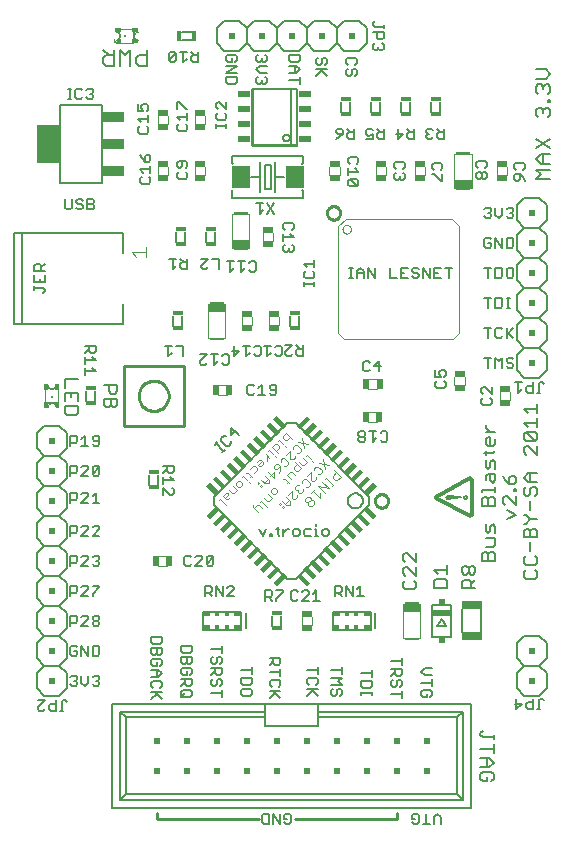
<source format=gto>
G75*
G70*
%OFA0B0*%
%FSLAX24Y24*%
%IPPOS*%
%LPD*%
%AMOC8*
5,1,8,0,0,1.08239X$1,22.5*
%
%ADD10C,0.0060*%
%ADD11C,0.0050*%
%ADD12C,0.0100*%
%ADD13C,0.0070*%
%ADD14R,0.0374X0.0197*%
%ADD15R,0.0374X0.0197*%
%ADD16C,0.0040*%
%ADD17R,0.0197X0.0374*%
%ADD18R,0.0197X0.0374*%
%ADD19R,0.0472X0.0079*%
%ADD20R,0.0591X0.0256*%
%ADD21R,0.0340X0.0160*%
%ADD22R,0.0433X0.0193*%
%ADD23C,0.0080*%
%ADD24R,0.0730X0.1260*%
%ADD25R,0.0730X0.0340*%
%ADD26R,0.0200X0.0200*%
%ADD27R,0.0160X0.0340*%
%ADD28R,0.0197X0.0128*%
%ADD29R,0.0098X0.0059*%
%ADD30R,0.0069X0.0157*%
%ADD31R,0.0079X0.0079*%
%ADD32R,0.0118X0.0118*%
%ADD33R,0.0030X0.0128*%
%ADD34C,0.0120*%
%ADD35R,0.0600X0.0750*%
%ADD36R,0.0472X0.0157*%
%ADD37C,0.0079*%
%ADD38C,0.0039*%
%ADD39R,0.0128X0.0197*%
%ADD40R,0.0059X0.0098*%
%ADD41R,0.0157X0.0069*%
%ADD42R,0.0128X0.0030*%
%ADD43C,0.0086*%
%ADD44R,0.0236X0.0118*%
%ADD45R,0.0157X0.0118*%
%ADD46R,0.0197X0.0118*%
%ADD47R,0.0039X0.0551*%
%ADD48R,0.0079X0.0551*%
%ADD49R,0.0079X0.0039*%
%ADD50R,0.0240X0.0195*%
%ADD51R,0.0630X0.0197*%
%ADD52R,0.0690X0.0290*%
D10*
X001133Y004651D02*
X000883Y004901D01*
X000883Y005401D01*
X001133Y005651D01*
X000883Y005901D01*
X000883Y006401D01*
X001133Y006651D01*
X001633Y006651D01*
X001883Y006401D01*
X001883Y005901D01*
X001633Y005651D01*
X001883Y005401D01*
X001883Y004901D01*
X001633Y004651D01*
X001133Y004651D01*
X001133Y005651D02*
X001633Y005651D01*
X001633Y006651D02*
X001883Y006901D01*
X001883Y007401D01*
X001633Y007651D01*
X001883Y007901D01*
X001883Y008401D01*
X001633Y008651D01*
X001883Y008901D01*
X001883Y009401D01*
X001633Y009651D01*
X001133Y009651D01*
X000883Y009401D01*
X000883Y008901D01*
X001133Y008651D01*
X001633Y008651D01*
X001133Y008651D02*
X000883Y008401D01*
X000883Y007901D01*
X001133Y007651D01*
X001633Y007651D01*
X001133Y007651D02*
X000883Y007401D01*
X000883Y006901D01*
X001133Y006651D01*
X001133Y009651D02*
X000883Y009901D01*
X000883Y010401D01*
X001133Y010651D01*
X000883Y010901D01*
X000883Y011401D01*
X001133Y011651D01*
X000883Y011901D01*
X000883Y012401D01*
X001133Y012651D01*
X000883Y012901D01*
X000883Y013401D01*
X001133Y013651D01*
X001633Y013651D01*
X001883Y013401D01*
X001883Y012901D01*
X001633Y012651D01*
X001883Y012401D01*
X001883Y011901D01*
X001633Y011651D01*
X001883Y011401D01*
X001883Y010901D01*
X001633Y010651D01*
X001883Y010401D01*
X001883Y009901D01*
X001633Y009651D01*
X001633Y010651D02*
X001133Y010651D01*
X001133Y011651D02*
X001633Y011651D01*
X001633Y012651D02*
X001133Y012651D01*
X001886Y014007D02*
X001813Y014080D01*
X001813Y014300D01*
X002253Y014300D01*
X002253Y014080D01*
X002180Y014007D01*
X001886Y014007D01*
X001813Y014467D02*
X001813Y014761D01*
X002253Y014761D01*
X002253Y014467D01*
X002543Y014481D02*
X002543Y014821D01*
X002253Y015221D02*
X001813Y015221D01*
X001813Y014928D01*
X002033Y014761D02*
X002033Y014614D01*
X002823Y014481D02*
X002823Y014821D01*
X003138Y015021D02*
X003578Y015021D01*
X003578Y014801D01*
X003505Y014728D01*
X003358Y014728D01*
X003285Y014801D01*
X003285Y015021D01*
X003358Y014561D02*
X003358Y014341D01*
X003285Y014267D01*
X003211Y014267D01*
X003138Y014341D01*
X003138Y014561D01*
X003578Y014561D01*
X003578Y014341D01*
X003505Y014267D01*
X003432Y014267D01*
X003358Y014341D01*
X004643Y012021D02*
X004643Y011681D01*
X004923Y011681D02*
X004923Y012021D01*
X005443Y016981D02*
X005443Y017321D01*
X005723Y017321D02*
X005723Y016981D01*
X005823Y019781D02*
X005823Y020121D01*
X005543Y020121D02*
X005543Y019781D01*
X006543Y019781D02*
X006543Y020121D01*
X006823Y020121D02*
X006823Y019781D01*
X009343Y017320D02*
X009343Y016980D01*
X009623Y016980D02*
X009623Y017320D01*
X011043Y024113D02*
X011043Y024453D01*
X011323Y024453D02*
X011323Y024113D01*
X012043Y024113D02*
X012043Y024453D01*
X012323Y024453D02*
X012323Y024113D01*
X013043Y024113D02*
X013043Y024453D01*
X013323Y024453D02*
X013323Y024113D01*
X014043Y024113D02*
X014043Y024453D01*
X014323Y024453D02*
X014323Y024113D01*
X011883Y026401D02*
X011633Y026151D01*
X011133Y026151D01*
X010883Y026401D01*
X010633Y026151D01*
X010133Y026151D01*
X009883Y026401D01*
X009633Y026151D01*
X009133Y026151D01*
X008883Y026401D01*
X008633Y026151D01*
X008133Y026151D01*
X007883Y026401D01*
X007633Y026151D01*
X007133Y026151D01*
X006883Y026401D01*
X006883Y026901D01*
X007133Y027151D01*
X007633Y027151D01*
X007883Y026901D01*
X008133Y027151D01*
X008633Y027151D01*
X008883Y026901D01*
X008883Y026401D01*
X008883Y026901D02*
X009133Y027151D01*
X009633Y027151D01*
X009883Y026901D01*
X010133Y027151D01*
X010633Y027151D01*
X010883Y026901D01*
X011133Y027151D01*
X011633Y027151D01*
X011883Y026901D01*
X011883Y026401D01*
X010883Y026401D02*
X010883Y026901D01*
X009883Y026901D02*
X009883Y026401D01*
X007883Y026401D02*
X007883Y026901D01*
X006053Y026791D02*
X005713Y026791D01*
X005713Y026511D02*
X006053Y026511D01*
X015859Y013666D02*
X015859Y013593D01*
X016006Y013446D01*
X016153Y013446D02*
X015859Y013446D01*
X015933Y013280D02*
X016006Y013280D01*
X016006Y012986D01*
X015933Y012986D02*
X016080Y012986D01*
X016153Y013059D01*
X016153Y013206D01*
X016153Y012826D02*
X016080Y012752D01*
X015786Y012752D01*
X015859Y012679D02*
X015859Y012826D01*
X015933Y012986D02*
X015859Y013059D01*
X015859Y013206D01*
X015933Y013280D01*
X015859Y012512D02*
X015859Y012292D01*
X015933Y012219D01*
X016006Y012292D01*
X016006Y012439D01*
X016080Y012512D01*
X016153Y012439D01*
X016153Y012219D01*
X016153Y012052D02*
X016153Y011832D01*
X016080Y011758D01*
X016006Y011832D01*
X016006Y012052D01*
X015933Y012052D02*
X016153Y012052D01*
X016413Y011994D02*
X016486Y011847D01*
X016633Y011701D01*
X016633Y011921D01*
X016706Y011994D01*
X016780Y011994D01*
X016853Y011921D01*
X016853Y011774D01*
X016780Y011701D01*
X016633Y011701D01*
X016780Y011544D02*
X016853Y011544D01*
X016853Y011470D01*
X016780Y011470D01*
X016780Y011544D01*
X016853Y011304D02*
X016853Y011010D01*
X016559Y011304D01*
X016486Y011304D01*
X016413Y011230D01*
X016413Y011083D01*
X016486Y011010D01*
X016559Y010843D02*
X016853Y010696D01*
X016559Y010550D01*
X016153Y010291D02*
X016153Y010070D01*
X016006Y010144D02*
X016006Y010291D01*
X016080Y010364D01*
X016153Y010291D01*
X016006Y010144D02*
X015933Y010070D01*
X015859Y010144D01*
X015859Y010364D01*
X015859Y009904D02*
X016153Y009904D01*
X016153Y009683D01*
X016080Y009610D01*
X015859Y009610D01*
X015859Y009443D02*
X015933Y009370D01*
X015933Y009150D01*
X015933Y009370D02*
X016006Y009443D01*
X016080Y009443D01*
X016153Y009370D01*
X016153Y009150D01*
X015713Y009150D01*
X015713Y009370D01*
X015786Y009443D01*
X015859Y009443D01*
X015430Y008985D02*
X015503Y008912D01*
X015503Y008765D01*
X015430Y008692D01*
X015356Y008692D01*
X015283Y008765D01*
X015283Y008912D01*
X015356Y008985D01*
X015430Y008985D01*
X015283Y008912D02*
X015209Y008985D01*
X015136Y008985D01*
X015063Y008912D01*
X015063Y008765D01*
X015136Y008692D01*
X015209Y008692D01*
X015283Y008765D01*
X015283Y008525D02*
X015136Y008525D01*
X015063Y008451D01*
X015063Y008231D01*
X015503Y008231D01*
X015356Y008231D02*
X015356Y008451D01*
X015283Y008525D01*
X015356Y008378D02*
X015503Y008525D01*
X015703Y007531D02*
X015703Y006776D01*
X015063Y006776D02*
X015063Y007531D01*
X014559Y008248D02*
X014559Y008468D01*
X014486Y008542D01*
X014192Y008542D01*
X014119Y008468D01*
X014119Y008248D01*
X014559Y008248D01*
X014559Y008708D02*
X014559Y009002D01*
X014559Y008855D02*
X014119Y008855D01*
X014266Y008708D01*
X013529Y008662D02*
X013236Y008955D01*
X013162Y008955D01*
X013089Y008882D01*
X013089Y008735D01*
X013162Y008662D01*
X013162Y008495D02*
X013089Y008421D01*
X013089Y008275D01*
X013162Y008201D01*
X013456Y008201D01*
X013529Y008275D01*
X013529Y008421D01*
X013456Y008495D01*
X013529Y008662D02*
X013529Y008955D01*
X013529Y009122D02*
X013236Y009416D01*
X013162Y009416D01*
X013089Y009342D01*
X013089Y009195D01*
X013162Y009122D01*
X013529Y009122D02*
X013529Y009416D01*
X015713Y010991D02*
X015713Y011211D01*
X015786Y011285D01*
X015859Y011285D01*
X015933Y011211D01*
X015933Y010991D01*
X016153Y010991D02*
X015713Y010991D01*
X015933Y011211D02*
X016006Y011285D01*
X016080Y011285D01*
X016153Y011211D01*
X016153Y010991D01*
X016153Y011451D02*
X016153Y011598D01*
X016153Y011525D02*
X015713Y011525D01*
X015713Y011451D01*
X015859Y011832D02*
X015859Y011979D01*
X015933Y012052D01*
X017113Y011919D02*
X017259Y012066D01*
X017553Y012066D01*
X017333Y012066D02*
X017333Y011772D01*
X017259Y011772D02*
X017113Y011919D01*
X017259Y011772D02*
X017553Y011772D01*
X017480Y011605D02*
X017406Y011605D01*
X017333Y011532D01*
X017333Y011385D01*
X017259Y011312D01*
X017186Y011312D01*
X017113Y011385D01*
X017113Y011532D01*
X017186Y011605D01*
X017333Y011145D02*
X017333Y010851D01*
X017186Y010685D02*
X017113Y010685D01*
X017186Y010685D02*
X017333Y010538D01*
X017553Y010538D01*
X017333Y010538D02*
X017186Y010391D01*
X017113Y010391D01*
X017186Y010224D02*
X017259Y010224D01*
X017333Y010151D01*
X017333Y009931D01*
X017333Y009764D02*
X017333Y009470D01*
X017480Y009304D02*
X017553Y009230D01*
X017553Y009083D01*
X017480Y009010D01*
X017186Y009010D01*
X017113Y009083D01*
X017113Y009230D01*
X017186Y009304D01*
X017186Y008843D02*
X017113Y008770D01*
X017113Y008623D01*
X017186Y008550D01*
X017480Y008550D01*
X017553Y008623D01*
X017553Y008770D01*
X017480Y008843D01*
X017553Y009931D02*
X017113Y009931D01*
X017113Y010151D01*
X017186Y010224D01*
X017333Y010151D02*
X017406Y010224D01*
X017480Y010224D01*
X017553Y010151D01*
X017553Y009931D01*
X017480Y011312D02*
X017553Y011385D01*
X017553Y011532D01*
X017480Y011605D01*
X017553Y012693D02*
X017259Y012986D01*
X017186Y012986D01*
X017113Y012913D01*
X017113Y012766D01*
X017186Y012693D01*
X017553Y012693D02*
X017553Y012986D01*
X017480Y013153D02*
X017186Y013447D01*
X017480Y013447D01*
X017553Y013373D01*
X017553Y013227D01*
X017480Y013153D01*
X017186Y013153D01*
X017113Y013227D01*
X017113Y013373D01*
X017186Y013447D01*
X017259Y013614D02*
X017113Y013760D01*
X017553Y013760D01*
X017553Y013614D02*
X017553Y013907D01*
X017553Y014074D02*
X017553Y014368D01*
X017553Y014221D02*
X017113Y014221D01*
X017259Y014074D01*
X017133Y015251D02*
X016883Y015501D01*
X016883Y016001D01*
X017133Y016251D01*
X016883Y016501D01*
X016883Y017001D01*
X017133Y017251D01*
X017633Y017251D01*
X017883Y017001D01*
X017883Y016501D01*
X017633Y016251D01*
X017883Y016001D01*
X017883Y015501D01*
X017633Y015251D01*
X017133Y015251D01*
X017133Y016251D02*
X017633Y016251D01*
X017633Y017251D02*
X017883Y017501D01*
X017883Y018001D01*
X017633Y018251D01*
X017883Y018501D01*
X017883Y019001D01*
X017633Y019251D01*
X017883Y019501D01*
X017883Y020001D01*
X017633Y020251D01*
X017883Y020501D01*
X017883Y021001D01*
X017633Y021251D01*
X017133Y021251D01*
X016883Y021001D01*
X016883Y020501D01*
X017133Y020251D01*
X017633Y020251D01*
X017133Y020251D02*
X016883Y020001D01*
X016883Y019501D01*
X017133Y019251D01*
X017633Y019251D01*
X017133Y019251D02*
X016883Y019001D01*
X016883Y018501D01*
X017133Y018251D01*
X017633Y018251D01*
X017133Y018251D02*
X016883Y018001D01*
X016883Y017501D01*
X017133Y017251D01*
X017133Y006651D02*
X016883Y006401D01*
X016883Y005901D01*
X017133Y005651D01*
X016883Y005401D01*
X016883Y004901D01*
X017133Y004651D01*
X017633Y004651D01*
X017883Y004901D01*
X017883Y005401D01*
X017633Y005651D01*
X017133Y005651D01*
X017633Y005651D02*
X017883Y005901D01*
X017883Y006401D01*
X017633Y006651D01*
X017133Y006651D01*
X015359Y004383D02*
X015359Y000919D01*
X003407Y000919D01*
X003407Y004383D01*
X008497Y004383D01*
X008497Y003659D01*
X010269Y003659D01*
X010269Y003931D01*
X010269Y004383D01*
X015359Y004383D01*
X015088Y004112D02*
X014907Y003931D01*
X010269Y003931D01*
X010269Y004112D02*
X015088Y004112D01*
X015088Y001191D01*
X014907Y001372D01*
X014907Y003931D01*
X015673Y003418D02*
X015673Y003344D01*
X015746Y003271D01*
X016113Y003271D01*
X016113Y003344D02*
X016113Y003198D01*
X016113Y003031D02*
X016113Y002737D01*
X016113Y002884D02*
X015673Y002884D01*
X015673Y002570D02*
X015967Y002570D01*
X016113Y002424D01*
X015967Y002277D01*
X015673Y002277D01*
X015746Y002110D02*
X015673Y002037D01*
X015673Y001890D01*
X015746Y001817D01*
X015893Y001817D01*
X015893Y001963D01*
X016040Y001817D02*
X016113Y001890D01*
X016113Y002037D01*
X016040Y002110D01*
X015746Y002110D01*
X015893Y002277D02*
X015893Y002570D01*
X015673Y003418D02*
X015746Y003491D01*
X014907Y001372D02*
X003859Y001372D01*
X003678Y001191D01*
X003678Y004112D01*
X003859Y003931D01*
X008497Y003931D01*
X008497Y004112D02*
X003678Y004112D01*
X003859Y003931D02*
X003859Y001372D01*
X003678Y001191D02*
X015088Y001191D01*
X010269Y004383D02*
X008497Y004383D01*
X008743Y006981D02*
X008743Y007321D01*
X009023Y007321D02*
X009023Y006981D01*
D11*
X001093Y004156D02*
X000976Y004156D01*
X000918Y004214D01*
X000918Y004273D01*
X001151Y004506D01*
X000918Y004506D01*
X001151Y004214D02*
X001093Y004156D01*
X001286Y004214D02*
X001286Y004331D01*
X001345Y004389D01*
X001520Y004389D01*
X001520Y004506D02*
X001520Y004156D01*
X001345Y004156D01*
X001286Y004214D01*
X001654Y004156D02*
X001771Y004156D01*
X001713Y004156D02*
X001713Y004448D01*
X001771Y004506D01*
X001830Y004506D01*
X001888Y004448D01*
X002066Y004976D02*
X002008Y005035D01*
X002066Y004976D02*
X002183Y004976D01*
X002241Y005035D01*
X002241Y005093D01*
X002183Y005151D01*
X002125Y005151D01*
X002183Y005151D02*
X002241Y005210D01*
X002241Y005268D01*
X002183Y005326D01*
X002066Y005326D01*
X002008Y005268D01*
X002376Y005326D02*
X002376Y005093D01*
X002493Y004976D01*
X002610Y005093D01*
X002610Y005326D01*
X002745Y005268D02*
X002803Y005326D01*
X002920Y005326D01*
X002978Y005268D01*
X002978Y005210D01*
X002920Y005151D01*
X002978Y005093D01*
X002978Y005035D01*
X002920Y004976D01*
X002803Y004976D01*
X002745Y005035D01*
X002861Y005151D02*
X002920Y005151D01*
X002920Y005976D02*
X002745Y005976D01*
X002745Y006326D01*
X002920Y006326D01*
X002978Y006268D01*
X002978Y006035D01*
X002920Y005976D01*
X002610Y005976D02*
X002610Y006326D01*
X002376Y006326D02*
X002610Y005976D01*
X002376Y005976D02*
X002376Y006326D01*
X002241Y006268D02*
X002183Y006326D01*
X002066Y006326D01*
X002008Y006268D01*
X002008Y006035D01*
X002066Y005976D01*
X002183Y005976D01*
X002241Y006035D01*
X002241Y006151D01*
X002125Y006151D01*
X002008Y006976D02*
X002008Y007326D01*
X002183Y007326D01*
X002241Y007268D01*
X002241Y007151D01*
X002183Y007093D01*
X002008Y007093D01*
X002376Y006976D02*
X002610Y007210D01*
X002610Y007268D01*
X002551Y007326D01*
X002435Y007326D01*
X002376Y007268D01*
X002376Y006976D02*
X002610Y006976D01*
X002745Y007035D02*
X002745Y007093D01*
X002803Y007151D01*
X002920Y007151D01*
X002978Y007093D01*
X002978Y007035D01*
X002920Y006976D01*
X002803Y006976D01*
X002745Y007035D01*
X002803Y007151D02*
X002745Y007210D01*
X002745Y007268D01*
X002803Y007326D01*
X002920Y007326D01*
X002978Y007268D01*
X002978Y007210D01*
X002920Y007151D01*
X002745Y007976D02*
X002745Y008035D01*
X002978Y008268D01*
X002978Y008326D01*
X002745Y008326D01*
X002610Y008268D02*
X002551Y008326D01*
X002435Y008326D01*
X002376Y008268D01*
X002241Y008268D02*
X002241Y008151D01*
X002183Y008093D01*
X002008Y008093D01*
X002008Y007976D02*
X002008Y008326D01*
X002183Y008326D01*
X002241Y008268D01*
X002376Y007976D02*
X002610Y008210D01*
X002610Y008268D01*
X002610Y007976D02*
X002376Y007976D01*
X002376Y008976D02*
X002610Y009210D01*
X002610Y009268D01*
X002551Y009326D01*
X002435Y009326D01*
X002376Y009268D01*
X002241Y009268D02*
X002241Y009151D01*
X002183Y009093D01*
X002008Y009093D01*
X002008Y008976D02*
X002008Y009326D01*
X002183Y009326D01*
X002241Y009268D01*
X002376Y008976D02*
X002610Y008976D01*
X002745Y009035D02*
X002803Y008976D01*
X002920Y008976D01*
X002978Y009035D01*
X002978Y009093D01*
X002920Y009151D01*
X002861Y009151D01*
X002920Y009151D02*
X002978Y009210D01*
X002978Y009268D01*
X002920Y009326D01*
X002803Y009326D01*
X002745Y009268D01*
X002745Y009976D02*
X002978Y010210D01*
X002978Y010268D01*
X002920Y010326D01*
X002803Y010326D01*
X002745Y010268D01*
X002610Y010268D02*
X002551Y010326D01*
X002435Y010326D01*
X002376Y010268D01*
X002241Y010268D02*
X002241Y010151D01*
X002183Y010093D01*
X002008Y010093D01*
X002008Y009976D02*
X002008Y010326D01*
X002183Y010326D01*
X002241Y010268D01*
X002376Y009976D02*
X002610Y010210D01*
X002610Y010268D01*
X002610Y009976D02*
X002376Y009976D01*
X002745Y009976D02*
X002978Y009976D01*
X002978Y011076D02*
X002745Y011076D01*
X002861Y011076D02*
X002861Y011426D01*
X002745Y011310D01*
X002610Y011310D02*
X002610Y011368D01*
X002551Y011426D01*
X002435Y011426D01*
X002376Y011368D01*
X002241Y011368D02*
X002241Y011251D01*
X002183Y011193D01*
X002008Y011193D01*
X002008Y011076D02*
X002008Y011426D01*
X002183Y011426D01*
X002241Y011368D01*
X002376Y011076D02*
X002610Y011310D01*
X002610Y011076D02*
X002376Y011076D01*
X002376Y011976D02*
X002610Y012210D01*
X002610Y012268D01*
X002551Y012326D01*
X002435Y012326D01*
X002376Y012268D01*
X002241Y012268D02*
X002241Y012151D01*
X002183Y012093D01*
X002008Y012093D01*
X002008Y011976D02*
X002008Y012326D01*
X002183Y012326D01*
X002241Y012268D01*
X002376Y011976D02*
X002610Y011976D01*
X002745Y012035D02*
X002978Y012268D01*
X002978Y012035D01*
X002920Y011976D01*
X002803Y011976D01*
X002745Y012035D01*
X002745Y012268D01*
X002803Y012326D01*
X002920Y012326D01*
X002978Y012268D01*
X002920Y012976D02*
X002978Y013035D01*
X002978Y013268D01*
X002920Y013326D01*
X002803Y013326D01*
X002745Y013268D01*
X002745Y013210D01*
X002803Y013151D01*
X002978Y013151D01*
X002920Y012976D02*
X002803Y012976D01*
X002745Y013035D01*
X002610Y012976D02*
X002376Y012976D01*
X002493Y012976D02*
X002493Y013326D01*
X002376Y013210D01*
X002241Y013268D02*
X002241Y013151D01*
X002183Y013093D01*
X002008Y013093D01*
X002008Y012976D02*
X002008Y013326D01*
X002183Y013326D01*
X002241Y013268D01*
X002508Y015356D02*
X002508Y015590D01*
X002508Y015473D02*
X002858Y015473D01*
X002741Y015590D01*
X002508Y015724D02*
X002508Y015958D01*
X002508Y015841D02*
X002858Y015841D01*
X002741Y015958D01*
X002683Y016093D02*
X002625Y016151D01*
X002625Y016326D01*
X002625Y016209D02*
X002508Y016093D01*
X002683Y016093D02*
X002800Y016093D01*
X002858Y016151D01*
X002858Y016326D01*
X002508Y016326D01*
X002832Y017035D02*
X001887Y017035D01*
X000667Y017035D01*
X000391Y017035D01*
X000135Y017035D01*
X000135Y020067D01*
X000391Y020067D01*
X000667Y020067D01*
X001887Y020067D01*
X002832Y020067D01*
X003757Y020067D01*
X003757Y019791D01*
X003757Y019398D01*
X003757Y017705D02*
X003757Y017311D01*
X003757Y017035D01*
X002832Y017035D01*
X001158Y018135D02*
X001158Y018193D01*
X001100Y018251D01*
X000808Y018251D01*
X000808Y018193D02*
X000808Y018310D01*
X000808Y018444D02*
X001158Y018444D01*
X001158Y018678D01*
X001158Y018813D02*
X000808Y018813D01*
X000808Y018988D01*
X000866Y019046D01*
X000983Y019046D01*
X001041Y018988D01*
X001041Y018813D01*
X001041Y018930D02*
X001158Y019046D01*
X000808Y018678D02*
X000808Y018444D01*
X000983Y018444D02*
X000983Y018561D01*
X001158Y018135D02*
X001100Y018076D01*
X000391Y017035D02*
X000391Y020067D01*
X001833Y020925D02*
X001892Y020867D01*
X002008Y020867D01*
X002067Y020925D01*
X002067Y021217D01*
X002201Y021158D02*
X002201Y021100D01*
X002260Y021042D01*
X002377Y021042D01*
X002435Y020983D01*
X002435Y020925D01*
X002377Y020867D01*
X002260Y020867D01*
X002201Y020925D01*
X002201Y021158D02*
X002260Y021217D01*
X002377Y021217D01*
X002435Y021158D01*
X002570Y021217D02*
X002745Y021217D01*
X002803Y021158D01*
X002803Y021100D01*
X002745Y021042D01*
X002570Y021042D01*
X002570Y020867D02*
X002570Y021217D01*
X002745Y021042D02*
X002803Y020983D01*
X002803Y020925D01*
X002745Y020867D01*
X002570Y020867D01*
X001833Y020925D02*
X001833Y021217D01*
X001926Y024546D02*
X002043Y024546D01*
X001985Y024546D02*
X001985Y024896D01*
X002043Y024896D02*
X001926Y024896D01*
X002172Y024838D02*
X002172Y024605D01*
X002230Y024546D01*
X002347Y024546D01*
X002406Y024605D01*
X002540Y024605D02*
X002599Y024546D01*
X002715Y024546D01*
X002774Y024605D01*
X002774Y024663D01*
X002715Y024721D01*
X002657Y024721D01*
X002715Y024721D02*
X002774Y024780D01*
X002774Y024838D01*
X002715Y024896D01*
X002599Y024896D01*
X002540Y024838D01*
X002406Y024838D02*
X002347Y024896D01*
X002230Y024896D01*
X002172Y024838D01*
X004256Y024366D02*
X004256Y024133D01*
X004431Y024133D01*
X004373Y024250D01*
X004373Y024308D01*
X004431Y024366D01*
X004548Y024366D01*
X004606Y024308D01*
X004606Y024191D01*
X004548Y024133D01*
X004606Y023998D02*
X004606Y023764D01*
X004606Y023881D02*
X004256Y023881D01*
X004373Y023764D01*
X004315Y023630D02*
X004256Y023571D01*
X004256Y023455D01*
X004315Y023396D01*
X004548Y023396D01*
X004606Y023455D01*
X004606Y023571D01*
X004548Y023630D01*
X004560Y022696D02*
X004501Y022638D01*
X004501Y022463D01*
X004618Y022463D01*
X004676Y022521D01*
X004676Y022638D01*
X004618Y022696D01*
X004560Y022696D01*
X004385Y022580D02*
X004501Y022463D01*
X004385Y022580D02*
X004326Y022696D01*
X004326Y022211D02*
X004676Y022211D01*
X004676Y022094D02*
X004676Y022328D01*
X004618Y021960D02*
X004676Y021901D01*
X004676Y021785D01*
X004618Y021726D01*
X004385Y021726D01*
X004326Y021785D01*
X004326Y021901D01*
X004385Y021960D01*
X004443Y022094D02*
X004326Y022211D01*
X005558Y022303D02*
X005616Y022244D01*
X005674Y022244D01*
X005733Y022303D01*
X005733Y022478D01*
X005850Y022478D02*
X005616Y022478D01*
X005558Y022420D01*
X005558Y022303D01*
X005616Y022110D02*
X005558Y022051D01*
X005558Y021935D01*
X005616Y021876D01*
X005850Y021876D01*
X005908Y021935D01*
X005908Y022051D01*
X005850Y022110D01*
X005850Y022244D02*
X005908Y022303D01*
X005908Y022420D01*
X005850Y022478D01*
X005851Y023476D02*
X005618Y023476D01*
X005559Y023535D01*
X005559Y023651D01*
X005618Y023710D01*
X005676Y023844D02*
X005559Y023961D01*
X005909Y023961D01*
X005909Y023844D02*
X005909Y024078D01*
X005909Y024213D02*
X005851Y024213D01*
X005618Y024446D01*
X005559Y024446D01*
X005559Y024213D01*
X005851Y023710D02*
X005909Y023651D01*
X005909Y023535D01*
X005851Y023476D01*
X006858Y023595D02*
X006858Y023711D01*
X006858Y023653D02*
X007208Y023653D01*
X007208Y023595D02*
X007208Y023711D01*
X007150Y023840D02*
X007208Y023899D01*
X007208Y024015D01*
X007150Y024074D01*
X007208Y024209D02*
X006974Y024442D01*
X006916Y024442D01*
X006858Y024384D01*
X006858Y024267D01*
X006916Y024209D01*
X006916Y024074D02*
X006858Y024015D01*
X006858Y023899D01*
X006916Y023840D01*
X007150Y023840D01*
X007208Y024209D02*
X007208Y024442D01*
X007266Y025056D02*
X007208Y025114D01*
X007208Y025290D01*
X007558Y025290D01*
X007558Y025114D01*
X007500Y025056D01*
X007266Y025056D01*
X007208Y025424D02*
X007558Y025424D01*
X007558Y025658D02*
X007208Y025424D01*
X007208Y025658D02*
X007558Y025658D01*
X007500Y025793D02*
X007558Y025851D01*
X007558Y025968D01*
X007500Y026026D01*
X007266Y026026D01*
X007208Y025968D01*
X007208Y025851D01*
X007266Y025793D01*
X007383Y025793D01*
X007383Y025909D01*
X008106Y024896D02*
X009563Y024896D01*
X009563Y022967D01*
X008106Y022967D01*
X008106Y024896D01*
X008266Y025056D02*
X008208Y025114D01*
X008208Y025231D01*
X008266Y025290D01*
X008325Y025424D02*
X008558Y025424D01*
X008500Y025290D02*
X008558Y025231D01*
X008558Y025114D01*
X008500Y025056D01*
X008441Y025056D01*
X008383Y025114D01*
X008325Y025056D01*
X008266Y025056D01*
X008383Y025114D02*
X008383Y025173D01*
X008325Y025424D02*
X008208Y025541D01*
X008325Y025658D01*
X008558Y025658D01*
X008500Y025793D02*
X008558Y025851D01*
X008558Y025968D01*
X008500Y026026D01*
X008383Y025909D02*
X008383Y025851D01*
X008325Y025793D01*
X008266Y025793D01*
X008208Y025851D01*
X008208Y025968D01*
X008266Y026026D01*
X008383Y025851D02*
X008441Y025793D01*
X008500Y025793D01*
X009308Y025851D02*
X009366Y025793D01*
X009600Y025793D01*
X009658Y025851D01*
X009658Y026026D01*
X009308Y026026D01*
X009308Y025851D01*
X009308Y025658D02*
X009541Y025658D01*
X009658Y025541D01*
X009541Y025424D01*
X009308Y025424D01*
X009483Y025424D02*
X009483Y025658D01*
X009658Y025290D02*
X009658Y025056D01*
X009658Y025173D02*
X009308Y025173D01*
X010208Y025324D02*
X010383Y025500D01*
X010325Y025558D02*
X010558Y025324D01*
X010558Y025558D02*
X010208Y025558D01*
X010266Y025693D02*
X010208Y025751D01*
X010208Y025868D01*
X010266Y025926D01*
X010383Y025868D02*
X010383Y025751D01*
X010325Y025693D01*
X010266Y025693D01*
X010383Y025868D02*
X010441Y025926D01*
X010500Y025926D01*
X010558Y025868D01*
X010558Y025751D01*
X010500Y025693D01*
X011208Y025751D02*
X011266Y025693D01*
X011208Y025751D02*
X011208Y025868D01*
X011266Y025926D01*
X011500Y025926D01*
X011558Y025868D01*
X011558Y025751D01*
X011500Y025693D01*
X011500Y025558D02*
X011441Y025558D01*
X011383Y025500D01*
X011383Y025383D01*
X011325Y025324D01*
X011266Y025324D01*
X011208Y025383D01*
X011208Y025500D01*
X011266Y025558D01*
X011500Y025558D02*
X011558Y025500D01*
X011558Y025383D01*
X011500Y025324D01*
X012155Y026168D02*
X012096Y026226D01*
X012096Y026343D01*
X012155Y026401D01*
X012272Y026284D02*
X012272Y026226D01*
X012213Y026168D01*
X012155Y026168D01*
X012272Y026226D02*
X012330Y026168D01*
X012388Y026168D01*
X012447Y026226D01*
X012447Y026343D01*
X012388Y026401D01*
X012388Y026536D02*
X012272Y026536D01*
X012213Y026594D01*
X012213Y026769D01*
X012096Y026769D02*
X012447Y026769D01*
X012447Y026594D01*
X012388Y026536D01*
X012447Y026904D02*
X012447Y027021D01*
X012447Y026963D02*
X012155Y026963D01*
X012096Y027021D01*
X012096Y027079D01*
X012155Y027138D01*
X012224Y023558D02*
X012341Y023441D01*
X012283Y023441D02*
X012458Y023441D01*
X012458Y023558D02*
X012458Y023207D01*
X012283Y023207D01*
X012224Y023266D01*
X012224Y023383D01*
X012283Y023441D01*
X012090Y023499D02*
X012031Y023558D01*
X011915Y023558D01*
X011856Y023499D01*
X011856Y023383D01*
X011915Y023324D01*
X011973Y023324D01*
X012090Y023383D01*
X012090Y023207D01*
X011856Y023207D01*
X011458Y023207D02*
X011283Y023207D01*
X011224Y023266D01*
X011224Y023383D01*
X011283Y023441D01*
X011458Y023441D01*
X011458Y023558D02*
X011458Y023207D01*
X011341Y023441D02*
X011224Y023558D01*
X011090Y023499D02*
X011031Y023558D01*
X010915Y023558D01*
X010856Y023499D01*
X010856Y023441D01*
X010915Y023383D01*
X011090Y023383D01*
X011090Y023499D01*
X011090Y023383D02*
X010973Y023266D01*
X010856Y023207D01*
X011316Y022608D02*
X011258Y022549D01*
X011258Y022433D01*
X011316Y022374D01*
X011258Y022239D02*
X011258Y022006D01*
X011258Y022123D02*
X011608Y022123D01*
X011491Y022239D01*
X011550Y022374D02*
X011608Y022433D01*
X011608Y022549D01*
X011550Y022608D01*
X011316Y022608D01*
X011316Y021871D02*
X011258Y021813D01*
X011258Y021696D01*
X011316Y021638D01*
X011550Y021638D01*
X011316Y021871D01*
X011550Y021871D01*
X011608Y021813D01*
X011608Y021696D01*
X011550Y021638D01*
X012808Y021914D02*
X012808Y022031D01*
X012866Y022089D01*
X012866Y022224D02*
X012808Y022283D01*
X012808Y022399D01*
X012866Y022458D01*
X013100Y022458D01*
X013158Y022399D01*
X013158Y022283D01*
X013100Y022224D01*
X013100Y022089D02*
X013158Y022031D01*
X013158Y021914D01*
X013100Y021856D01*
X013041Y021856D01*
X012983Y021914D01*
X012925Y021856D01*
X012866Y021856D01*
X012808Y021914D01*
X012983Y021914D02*
X012983Y021973D01*
X012915Y023207D02*
X013090Y023383D01*
X012856Y023383D01*
X012915Y023558D02*
X012915Y023207D01*
X013224Y023266D02*
X013224Y023383D01*
X013283Y023441D01*
X013458Y023441D01*
X013458Y023558D02*
X013458Y023207D01*
X013283Y023207D01*
X013224Y023266D01*
X013341Y023441D02*
X013224Y023558D01*
X013856Y023499D02*
X013915Y023558D01*
X014031Y023558D01*
X014090Y023499D01*
X014224Y023558D02*
X014341Y023441D01*
X014283Y023441D02*
X014458Y023441D01*
X014458Y023558D02*
X014458Y023207D01*
X014283Y023207D01*
X014224Y023266D01*
X014224Y023383D01*
X014283Y023441D01*
X014090Y023266D02*
X014031Y023207D01*
X013915Y023207D01*
X013856Y023266D01*
X013856Y023324D01*
X013915Y023383D01*
X013856Y023441D01*
X013856Y023499D01*
X013915Y023383D02*
X013973Y023383D01*
X014116Y022408D02*
X014058Y022349D01*
X014058Y022233D01*
X014116Y022174D01*
X014116Y022039D02*
X014058Y022039D01*
X014116Y022039D02*
X014350Y021806D01*
X014408Y021806D01*
X014408Y022039D01*
X014350Y022174D02*
X014408Y022233D01*
X014408Y022349D01*
X014350Y022408D01*
X014116Y022408D01*
X015542Y022416D02*
X015542Y022299D01*
X015600Y022241D01*
X015600Y022106D02*
X015542Y022048D01*
X015542Y021931D01*
X015600Y021873D01*
X015659Y021873D01*
X015717Y021931D01*
X015717Y022048D01*
X015775Y022106D01*
X015834Y022106D01*
X015892Y022048D01*
X015892Y021931D01*
X015834Y021873D01*
X015775Y021873D01*
X015717Y021931D01*
X015717Y022048D02*
X015659Y022106D01*
X015600Y022106D01*
X015834Y022241D02*
X015892Y022299D01*
X015892Y022416D01*
X015834Y022475D01*
X015600Y022475D01*
X015542Y022416D01*
X015866Y020926D02*
X015983Y020926D01*
X016041Y020868D01*
X016041Y020810D01*
X015983Y020751D01*
X016041Y020693D01*
X016041Y020635D01*
X015983Y020576D01*
X015866Y020576D01*
X015808Y020635D01*
X015925Y020751D02*
X015983Y020751D01*
X016176Y020693D02*
X016176Y020926D01*
X016176Y020693D02*
X016293Y020576D01*
X016410Y020693D01*
X016410Y020926D01*
X016545Y020868D02*
X016603Y020926D01*
X016720Y020926D01*
X016778Y020868D01*
X016778Y020810D01*
X016720Y020751D01*
X016778Y020693D01*
X016778Y020635D01*
X016720Y020576D01*
X016603Y020576D01*
X016545Y020635D01*
X016661Y020751D02*
X016720Y020751D01*
X016720Y019926D02*
X016545Y019926D01*
X016545Y019576D01*
X016720Y019576D01*
X016778Y019635D01*
X016778Y019868D01*
X016720Y019926D01*
X016410Y019926D02*
X016410Y019576D01*
X016176Y019926D01*
X016176Y019576D01*
X016041Y019635D02*
X016041Y019751D01*
X015925Y019751D01*
X016041Y019635D02*
X015983Y019576D01*
X015866Y019576D01*
X015808Y019635D01*
X015808Y019868D01*
X015866Y019926D01*
X015983Y019926D01*
X016041Y019868D01*
X016041Y018926D02*
X015808Y018926D01*
X015925Y018926D02*
X015925Y018576D01*
X016176Y018576D02*
X016176Y018926D01*
X016351Y018926D01*
X016410Y018868D01*
X016410Y018635D01*
X016351Y018576D01*
X016176Y018576D01*
X016545Y018635D02*
X016603Y018576D01*
X016720Y018576D01*
X016778Y018635D01*
X016778Y018868D01*
X016720Y018926D01*
X016603Y018926D01*
X016545Y018868D01*
X016545Y018635D01*
X016545Y017926D02*
X016661Y017926D01*
X016603Y017926D02*
X016603Y017576D01*
X016545Y017576D02*
X016661Y017576D01*
X016410Y017635D02*
X016410Y017868D01*
X016351Y017926D01*
X016176Y017926D01*
X016176Y017576D01*
X016351Y017576D01*
X016410Y017635D01*
X016041Y017926D02*
X015808Y017926D01*
X015925Y017926D02*
X015925Y017576D01*
X015925Y016926D02*
X015925Y016576D01*
X016041Y016926D02*
X015808Y016926D01*
X016176Y016868D02*
X016176Y016635D01*
X016235Y016576D01*
X016351Y016576D01*
X016410Y016635D01*
X016545Y016693D02*
X016778Y016926D01*
X016545Y016926D02*
X016545Y016576D01*
X016603Y016751D02*
X016778Y016576D01*
X016410Y016868D02*
X016351Y016926D01*
X016235Y016926D01*
X016176Y016868D01*
X016176Y015926D02*
X016293Y015810D01*
X016410Y015926D01*
X016410Y015576D01*
X016545Y015635D02*
X016603Y015576D01*
X016720Y015576D01*
X016778Y015635D01*
X016778Y015693D01*
X016720Y015751D01*
X016603Y015751D01*
X016545Y015810D01*
X016545Y015868D01*
X016603Y015926D01*
X016720Y015926D01*
X016778Y015868D01*
X016176Y015926D02*
X016176Y015576D01*
X016041Y015926D02*
X015808Y015926D01*
X015925Y015926D02*
X015925Y015576D01*
X015823Y014941D02*
X015765Y014941D01*
X015706Y014883D01*
X015706Y014766D01*
X015765Y014708D01*
X015765Y014573D02*
X015706Y014515D01*
X015706Y014398D01*
X015765Y014340D01*
X015998Y014340D01*
X016056Y014398D01*
X016056Y014515D01*
X015998Y014573D01*
X016056Y014708D02*
X015823Y014941D01*
X016056Y014941D02*
X016056Y014708D01*
X016818Y015106D02*
X017051Y015106D01*
X016935Y015106D02*
X016935Y014756D01*
X017051Y014873D01*
X017186Y014931D02*
X017245Y014989D01*
X017420Y014989D01*
X017420Y015106D02*
X017420Y014756D01*
X017245Y014756D01*
X017186Y014814D01*
X017186Y014931D01*
X017554Y014756D02*
X017671Y014756D01*
X017613Y014756D02*
X017613Y015048D01*
X017671Y015106D01*
X017730Y015106D01*
X017788Y015048D01*
X015134Y011270D02*
X015136Y011283D01*
X015141Y011295D01*
X015150Y011306D01*
X015160Y011314D01*
X015173Y011318D01*
X015186Y011319D01*
X015199Y011316D01*
X015211Y011310D01*
X015221Y011301D01*
X015228Y011290D01*
X015232Y011277D01*
X015232Y011263D01*
X015228Y011250D01*
X015221Y011239D01*
X015211Y011230D01*
X015199Y011224D01*
X015186Y011221D01*
X015173Y011222D01*
X015160Y011226D01*
X015150Y011234D01*
X015141Y011245D01*
X015136Y011257D01*
X015134Y011270D01*
X015136Y011283D01*
X015141Y011295D01*
X015150Y011306D01*
X015160Y011314D01*
X015173Y011318D01*
X015186Y011319D01*
X015199Y011316D01*
X015211Y011310D01*
X015221Y011301D01*
X015228Y011290D01*
X015232Y011277D01*
X015232Y011263D01*
X015228Y011250D01*
X015221Y011239D01*
X015211Y011230D01*
X015199Y011224D01*
X015186Y011221D01*
X015173Y011222D01*
X015160Y011226D01*
X015150Y011234D01*
X015141Y011245D01*
X015136Y011257D01*
X015134Y011270D01*
X015136Y011283D01*
X015141Y011295D01*
X015150Y011306D01*
X015160Y011314D01*
X015173Y011318D01*
X015186Y011319D01*
X015199Y011316D01*
X015211Y011310D01*
X015221Y011301D01*
X015228Y011290D01*
X015232Y011277D01*
X015232Y011263D01*
X015228Y011250D01*
X015221Y011239D01*
X015211Y011230D01*
X015199Y011224D01*
X015186Y011221D01*
X015173Y011222D01*
X015160Y011226D01*
X015150Y011234D01*
X015141Y011245D01*
X015136Y011257D01*
X015134Y011270D01*
X015136Y011283D01*
X015141Y011295D01*
X015150Y011306D01*
X015160Y011314D01*
X015173Y011318D01*
X015186Y011319D01*
X015199Y011316D01*
X015211Y011310D01*
X015221Y011301D01*
X015228Y011290D01*
X015232Y011277D01*
X015232Y011263D01*
X015228Y011250D01*
X015221Y011239D01*
X015211Y011230D01*
X015199Y011224D01*
X015186Y011221D01*
X015173Y011222D01*
X015160Y011226D01*
X015150Y011234D01*
X015141Y011245D01*
X015136Y011257D01*
X015134Y011270D01*
X015136Y011283D01*
X015141Y011295D01*
X015150Y011306D01*
X015160Y011314D01*
X015173Y011318D01*
X015186Y011319D01*
X015199Y011316D01*
X015211Y011310D01*
X015221Y011301D01*
X015228Y011290D01*
X015232Y011277D01*
X015232Y011263D01*
X015228Y011250D01*
X015221Y011239D01*
X015211Y011230D01*
X015199Y011224D01*
X015186Y011221D01*
X015173Y011222D01*
X015160Y011226D01*
X015150Y011234D01*
X015141Y011245D01*
X015136Y011257D01*
X015134Y011270D01*
X015136Y011283D01*
X015141Y011295D01*
X015150Y011306D01*
X015160Y011314D01*
X015173Y011318D01*
X015186Y011319D01*
X015199Y011316D01*
X015211Y011310D01*
X015221Y011301D01*
X015228Y011290D01*
X015232Y011277D01*
X015232Y011263D01*
X015228Y011250D01*
X015221Y011239D01*
X015211Y011230D01*
X015199Y011224D01*
X015186Y011221D01*
X015173Y011222D01*
X015160Y011226D01*
X015150Y011234D01*
X015141Y011245D01*
X015136Y011257D01*
X015134Y011270D01*
X015136Y011283D01*
X015141Y011295D01*
X015150Y011306D01*
X015160Y011314D01*
X015173Y011318D01*
X015186Y011319D01*
X015199Y011316D01*
X015211Y011310D01*
X015221Y011301D01*
X015228Y011290D01*
X015232Y011277D01*
X015232Y011263D01*
X015228Y011250D01*
X015221Y011239D01*
X015211Y011230D01*
X015199Y011224D01*
X015186Y011221D01*
X015173Y011222D01*
X015160Y011226D01*
X015150Y011234D01*
X015141Y011245D01*
X015136Y011257D01*
X015134Y011270D01*
X015136Y011283D01*
X015141Y011295D01*
X015150Y011306D01*
X015160Y011314D01*
X015173Y011318D01*
X015186Y011319D01*
X015199Y011316D01*
X015211Y011310D01*
X015221Y011301D01*
X015228Y011290D01*
X015232Y011277D01*
X015232Y011263D01*
X015228Y011250D01*
X015221Y011239D01*
X015211Y011230D01*
X015199Y011224D01*
X015186Y011221D01*
X015173Y011222D01*
X015160Y011226D01*
X015150Y011234D01*
X015141Y011245D01*
X015136Y011257D01*
X015134Y011270D01*
X015136Y011283D01*
X015141Y011295D01*
X015150Y011306D01*
X015160Y011314D01*
X015173Y011318D01*
X015186Y011319D01*
X015199Y011316D01*
X015211Y011310D01*
X015221Y011301D01*
X015228Y011290D01*
X015232Y011277D01*
X015232Y011263D01*
X015228Y011250D01*
X015221Y011239D01*
X015211Y011230D01*
X015199Y011224D01*
X015186Y011221D01*
X015173Y011222D01*
X015160Y011226D01*
X015150Y011234D01*
X015141Y011245D01*
X015136Y011257D01*
X015134Y011270D01*
X015136Y011283D01*
X015141Y011295D01*
X015150Y011306D01*
X015160Y011314D01*
X015173Y011318D01*
X015186Y011319D01*
X015199Y011316D01*
X015211Y011310D01*
X015221Y011301D01*
X015228Y011290D01*
X015232Y011277D01*
X015232Y011263D01*
X015228Y011250D01*
X015221Y011239D01*
X015211Y011230D01*
X015199Y011224D01*
X015186Y011221D01*
X015173Y011222D01*
X015160Y011226D01*
X015150Y011234D01*
X015141Y011245D01*
X015136Y011257D01*
X015134Y011270D01*
X015136Y011283D01*
X015141Y011295D01*
X015150Y011306D01*
X015160Y011314D01*
X015173Y011318D01*
X015186Y011319D01*
X015199Y011316D01*
X015211Y011310D01*
X015221Y011301D01*
X015228Y011290D01*
X015232Y011277D01*
X015232Y011263D01*
X015228Y011250D01*
X015221Y011239D01*
X015211Y011230D01*
X015199Y011224D01*
X015186Y011221D01*
X015173Y011222D01*
X015160Y011226D01*
X015150Y011234D01*
X015141Y011245D01*
X015136Y011257D01*
X015134Y011270D01*
X015035Y011270D02*
X014592Y011319D01*
X014592Y011220D01*
X015035Y011270D01*
X014592Y011319D01*
X014592Y011220D01*
X015035Y011270D01*
X014592Y011319D01*
X014592Y011220D01*
X015035Y011270D01*
X014592Y011319D01*
X014592Y011220D01*
X015035Y011270D01*
X014592Y011319D01*
X014592Y011220D01*
X015035Y011270D01*
X014592Y011319D01*
X014592Y011220D01*
X015035Y011270D01*
X014592Y011319D01*
X014592Y011220D01*
X015035Y011270D01*
X014592Y011319D01*
X014592Y011220D01*
X015035Y011270D01*
X014592Y011319D01*
X014592Y011220D01*
X015035Y011270D01*
X014592Y011319D01*
X014592Y011220D01*
X015035Y011270D01*
X014592Y011319D01*
X014592Y011220D01*
X015035Y011270D01*
X015017Y011268D02*
X014592Y011268D01*
X015017Y011268D01*
X014592Y011268D01*
X015017Y011268D01*
X014592Y011268D01*
X015017Y011268D01*
X014592Y011268D01*
X015017Y011268D01*
X014592Y011268D01*
X015017Y011268D01*
X014592Y011268D01*
X014592Y011221D02*
X014579Y011223D01*
X014568Y011228D01*
X014557Y011235D01*
X014550Y011245D01*
X014545Y011257D01*
X014543Y011270D01*
X014545Y011283D01*
X014550Y011294D01*
X014557Y011305D01*
X014568Y011312D01*
X014579Y011317D01*
X014592Y011319D01*
X014592Y011316D02*
X014617Y011316D01*
X014592Y011316D01*
X014617Y011316D01*
X014592Y011316D01*
X014617Y011316D01*
X014592Y011316D01*
X014617Y011316D01*
X014592Y011316D01*
X014617Y011316D01*
X014592Y011316D01*
X014617Y011316D01*
X014592Y011319D02*
X014579Y011317D01*
X014568Y011312D01*
X014557Y011305D01*
X014550Y011294D01*
X014545Y011283D01*
X014543Y011270D01*
X014545Y011257D01*
X014550Y011245D01*
X014557Y011235D01*
X014568Y011228D01*
X014579Y011223D01*
X014592Y011221D01*
X014579Y011223D01*
X014568Y011228D01*
X014557Y011235D01*
X014550Y011245D01*
X014545Y011257D01*
X014543Y011270D01*
X014545Y011283D01*
X014550Y011294D01*
X014557Y011305D01*
X014568Y011312D01*
X014579Y011317D01*
X014592Y011319D01*
X014579Y011317D01*
X014568Y011312D01*
X014557Y011305D01*
X014550Y011294D01*
X014545Y011283D01*
X014543Y011270D01*
X014545Y011257D01*
X014550Y011245D01*
X014557Y011235D01*
X014568Y011228D01*
X014579Y011223D01*
X014592Y011221D01*
X014579Y011223D01*
X014568Y011228D01*
X014557Y011235D01*
X014550Y011245D01*
X014545Y011257D01*
X014543Y011270D01*
X014545Y011283D01*
X014550Y011294D01*
X014557Y011305D01*
X014568Y011312D01*
X014579Y011317D01*
X014592Y011319D01*
X014579Y011317D01*
X014568Y011312D01*
X014557Y011305D01*
X014550Y011294D01*
X014545Y011283D01*
X014543Y011270D01*
X014545Y011257D01*
X014550Y011245D01*
X014557Y011235D01*
X014568Y011228D01*
X014579Y011223D01*
X014592Y011221D01*
X014579Y011223D01*
X014568Y011228D01*
X014557Y011235D01*
X014550Y011245D01*
X014545Y011257D01*
X014543Y011270D01*
X014545Y011283D01*
X014550Y011294D01*
X014557Y011305D01*
X014568Y011312D01*
X014579Y011317D01*
X014592Y011319D01*
X014579Y011317D01*
X014568Y011312D01*
X014557Y011305D01*
X014550Y011294D01*
X014545Y011283D01*
X014543Y011270D01*
X014545Y011257D01*
X014550Y011245D01*
X014557Y011235D01*
X014568Y011228D01*
X014579Y011223D01*
X014592Y011221D01*
X014579Y011223D01*
X014568Y011228D01*
X014557Y011235D01*
X014550Y011245D01*
X014545Y011257D01*
X014543Y011270D01*
X014545Y011283D01*
X014550Y011294D01*
X014557Y011305D01*
X014568Y011312D01*
X014579Y011317D01*
X014592Y011319D01*
X014579Y011317D01*
X014568Y011312D01*
X014557Y011305D01*
X014550Y011294D01*
X014545Y011283D01*
X014543Y011270D01*
X014545Y011257D01*
X014550Y011245D01*
X014557Y011235D01*
X014568Y011228D01*
X014579Y011223D01*
X014592Y011221D01*
X014579Y011223D01*
X014568Y011228D01*
X014557Y011235D01*
X014550Y011245D01*
X014545Y011257D01*
X014543Y011270D01*
X014545Y011283D01*
X014550Y011294D01*
X014557Y011305D01*
X014568Y011312D01*
X014579Y011317D01*
X014592Y011319D01*
X012578Y013174D02*
X012578Y013408D01*
X012520Y013466D01*
X012403Y013466D01*
X012345Y013408D01*
X012210Y013466D02*
X011976Y013466D01*
X012093Y013466D02*
X012093Y013116D01*
X012210Y013233D01*
X012345Y013174D02*
X012403Y013116D01*
X012520Y013116D01*
X012578Y013174D01*
X011841Y013174D02*
X011841Y013233D01*
X011783Y013291D01*
X011666Y013291D01*
X011608Y013349D01*
X011608Y013408D01*
X011666Y013466D01*
X011783Y013466D01*
X011841Y013408D01*
X011841Y013349D01*
X011783Y013291D01*
X011666Y013291D02*
X011608Y013233D01*
X011608Y013174D01*
X011666Y013116D01*
X011783Y013116D01*
X011841Y013174D01*
X011254Y011151D02*
X011256Y011182D01*
X011262Y011213D01*
X011272Y011243D01*
X011285Y011271D01*
X011302Y011298D01*
X011322Y011322D01*
X011345Y011344D01*
X011370Y011362D01*
X011398Y011377D01*
X011427Y011389D01*
X011457Y011397D01*
X011488Y011401D01*
X011520Y011401D01*
X011551Y011397D01*
X011581Y011389D01*
X011610Y011377D01*
X011638Y011362D01*
X011663Y011344D01*
X011686Y011322D01*
X011706Y011298D01*
X011723Y011271D01*
X011736Y011243D01*
X011746Y011213D01*
X011752Y011182D01*
X011754Y011151D01*
X011752Y011120D01*
X011746Y011089D01*
X011736Y011059D01*
X011723Y011031D01*
X011706Y011004D01*
X011686Y010980D01*
X011663Y010958D01*
X011638Y010940D01*
X011610Y010925D01*
X011581Y010913D01*
X011551Y010905D01*
X011520Y010901D01*
X011488Y010901D01*
X011457Y010905D01*
X011427Y010913D01*
X011398Y010925D01*
X011370Y010940D01*
X011345Y010958D01*
X011322Y010980D01*
X011302Y011004D01*
X011285Y011031D01*
X011272Y011059D01*
X011262Y011089D01*
X011256Y011120D01*
X011254Y011151D01*
X010570Y010210D02*
X010453Y010210D01*
X010395Y010151D01*
X010395Y010035D01*
X010453Y009976D01*
X010570Y009976D01*
X010628Y010035D01*
X010628Y010151D01*
X010570Y010210D01*
X010208Y010210D02*
X010208Y009976D01*
X010266Y009976D02*
X010149Y009976D01*
X010015Y009976D02*
X009839Y009976D01*
X009781Y010035D01*
X009781Y010151D01*
X009839Y010210D01*
X010015Y010210D01*
X010149Y010210D02*
X010208Y010210D01*
X010208Y010326D02*
X010208Y010385D01*
X009646Y010151D02*
X009588Y010210D01*
X009471Y010210D01*
X009413Y010151D01*
X009413Y010035D01*
X009471Y009976D01*
X009588Y009976D01*
X009646Y010035D01*
X009646Y010151D01*
X009281Y010210D02*
X009223Y010210D01*
X009106Y010093D01*
X009106Y009976D02*
X009106Y010210D01*
X008977Y010210D02*
X008860Y010210D01*
X008919Y010268D02*
X008919Y010035D01*
X008977Y009976D01*
X008735Y009976D02*
X008735Y010035D01*
X008676Y010035D01*
X008676Y009976D01*
X008735Y009976D01*
X008541Y010210D02*
X008425Y009976D01*
X008308Y010210D01*
X008508Y008176D02*
X008683Y008176D01*
X008741Y008118D01*
X008741Y008001D01*
X008683Y007943D01*
X008508Y007943D01*
X008625Y007943D02*
X008741Y007826D01*
X008876Y007826D02*
X008876Y007885D01*
X009110Y008118D01*
X009110Y008176D01*
X008876Y008176D01*
X008508Y008176D02*
X008508Y007826D01*
X009358Y007885D02*
X009416Y007826D01*
X009533Y007826D01*
X009591Y007885D01*
X009726Y007826D02*
X009960Y008060D01*
X009960Y008118D01*
X009901Y008176D01*
X009785Y008176D01*
X009726Y008118D01*
X009591Y008118D02*
X009533Y008176D01*
X009416Y008176D01*
X009358Y008118D01*
X009358Y007885D01*
X009726Y007826D02*
X009960Y007826D01*
X010095Y007826D02*
X010328Y007826D01*
X010211Y007826D02*
X010211Y008176D01*
X010095Y008060D01*
X010821Y008080D02*
X010996Y008080D01*
X011054Y008139D01*
X011054Y008255D01*
X010996Y008314D01*
X010821Y008314D01*
X010821Y007964D01*
X010937Y008080D02*
X011054Y007964D01*
X011189Y007964D02*
X011189Y008314D01*
X011422Y007964D01*
X011422Y008314D01*
X011557Y008197D02*
X011674Y008314D01*
X011674Y007964D01*
X011557Y007964D02*
X011791Y007964D01*
X013058Y005926D02*
X013058Y005693D01*
X013058Y005809D02*
X012708Y005809D01*
X012708Y005558D02*
X013058Y005558D01*
X013058Y005383D01*
X013000Y005324D01*
X012883Y005324D01*
X012825Y005383D01*
X012825Y005558D01*
X012825Y005441D02*
X012708Y005324D01*
X012766Y005190D02*
X012708Y005131D01*
X012708Y005014D01*
X012766Y004956D01*
X012825Y004956D01*
X012883Y005014D01*
X012883Y005131D01*
X012941Y005190D01*
X013000Y005190D01*
X013058Y005131D01*
X013058Y005014D01*
X013000Y004956D01*
X013058Y004821D02*
X013058Y004588D01*
X013058Y004705D02*
X012708Y004705D01*
X012058Y004731D02*
X011708Y004731D01*
X011708Y004673D02*
X011708Y004790D01*
X011766Y004924D02*
X012000Y004924D01*
X012058Y004983D01*
X012058Y005158D01*
X011708Y005158D01*
X011708Y004983D01*
X011766Y004924D01*
X012058Y004790D02*
X012058Y004673D01*
X012058Y005293D02*
X012058Y005526D01*
X012058Y005409D02*
X011708Y005409D01*
X011058Y005393D02*
X011058Y005626D01*
X011058Y005509D02*
X010708Y005509D01*
X010708Y005258D02*
X011058Y005258D01*
X010941Y005141D01*
X011058Y005024D01*
X010708Y005024D01*
X010766Y004890D02*
X010708Y004831D01*
X010708Y004714D01*
X010766Y004656D01*
X010825Y004656D01*
X010883Y004714D01*
X010883Y004831D01*
X010941Y004890D01*
X011000Y004890D01*
X011058Y004831D01*
X011058Y004714D01*
X011000Y004656D01*
X010258Y004656D02*
X010025Y004890D01*
X010083Y004831D02*
X009908Y004656D01*
X009908Y004890D02*
X010258Y004890D01*
X010200Y005024D02*
X010258Y005083D01*
X010258Y005200D01*
X010200Y005258D01*
X009966Y005258D01*
X009908Y005200D01*
X009908Y005083D01*
X009966Y005024D01*
X009908Y005509D02*
X010258Y005509D01*
X010258Y005393D02*
X010258Y005626D01*
X009008Y005558D02*
X009008Y005324D01*
X009008Y005441D02*
X008658Y005441D01*
X008658Y005693D02*
X008775Y005809D01*
X008775Y005751D02*
X008775Y005926D01*
X008658Y005926D02*
X009008Y005926D01*
X009008Y005751D01*
X008950Y005693D01*
X008833Y005693D01*
X008775Y005751D01*
X008716Y005190D02*
X008658Y005131D01*
X008658Y005014D01*
X008716Y004956D01*
X008658Y004821D02*
X009008Y004821D01*
X008950Y004956D02*
X009008Y005014D01*
X009008Y005131D01*
X008950Y005190D01*
X008716Y005190D01*
X008775Y004821D02*
X009008Y004588D01*
X008833Y004763D02*
X008658Y004588D01*
X008058Y004714D02*
X008000Y004656D01*
X007766Y004656D01*
X007708Y004714D01*
X007708Y004831D01*
X007766Y004890D01*
X008000Y004890D01*
X008058Y004831D01*
X008058Y004714D01*
X008000Y005024D02*
X007766Y005024D01*
X007708Y005083D01*
X007708Y005258D01*
X008058Y005258D01*
X008058Y005083D01*
X008000Y005024D01*
X008058Y005393D02*
X008058Y005626D01*
X008058Y005509D02*
X007708Y005509D01*
X007058Y005590D02*
X007058Y005414D01*
X007000Y005356D01*
X006883Y005356D01*
X006825Y005414D01*
X006825Y005590D01*
X006708Y005590D02*
X007058Y005590D01*
X007000Y005724D02*
X007058Y005783D01*
X007058Y005900D01*
X007000Y005958D01*
X006941Y005958D01*
X006883Y005900D01*
X006883Y005783D01*
X006825Y005724D01*
X006766Y005724D01*
X006708Y005783D01*
X006708Y005900D01*
X006766Y005958D01*
X006708Y006209D02*
X007058Y006209D01*
X007058Y006093D02*
X007058Y006326D01*
X006825Y005473D02*
X006708Y005356D01*
X006766Y005221D02*
X006708Y005163D01*
X006708Y005046D01*
X006766Y004988D01*
X006825Y004988D01*
X006883Y005046D01*
X006883Y005163D01*
X006941Y005221D01*
X007000Y005221D01*
X007058Y005163D01*
X007058Y005046D01*
X007000Y004988D01*
X007058Y004853D02*
X007058Y004619D01*
X007058Y004736D02*
X006708Y004736D01*
X006058Y004678D02*
X006000Y004619D01*
X005766Y004619D01*
X005708Y004678D01*
X005708Y004795D01*
X005766Y004853D01*
X006000Y004853D01*
X006058Y004795D01*
X006058Y004678D01*
X005825Y004736D02*
X005708Y004619D01*
X005708Y004988D02*
X005825Y005105D01*
X005825Y005046D02*
X005825Y005221D01*
X005708Y005221D02*
X006058Y005221D01*
X006058Y005046D01*
X006000Y004988D01*
X005883Y004988D01*
X005825Y005046D01*
X005883Y005356D02*
X005883Y005473D01*
X005883Y005356D02*
X005766Y005356D01*
X005708Y005414D01*
X005708Y005531D01*
X005766Y005590D01*
X006000Y005590D01*
X006058Y005531D01*
X006058Y005414D01*
X006000Y005356D01*
X006000Y005724D02*
X005941Y005724D01*
X005883Y005783D01*
X005883Y005958D01*
X005708Y005958D02*
X005708Y005783D01*
X005766Y005724D01*
X005825Y005724D01*
X005883Y005783D01*
X006000Y005724D02*
X006058Y005783D01*
X006058Y005958D01*
X005708Y005958D01*
X005766Y006093D02*
X005708Y006151D01*
X005708Y006326D01*
X006058Y006326D01*
X006058Y006151D01*
X006000Y006093D01*
X005766Y006093D01*
X005058Y006083D02*
X005000Y006024D01*
X004941Y006024D01*
X004883Y006083D01*
X004883Y006258D01*
X004708Y006258D02*
X004708Y006083D01*
X004766Y006024D01*
X004825Y006024D01*
X004883Y006083D01*
X005058Y006083D02*
X005058Y006258D01*
X004708Y006258D01*
X004766Y006393D02*
X005000Y006393D01*
X005058Y006451D01*
X005058Y006626D01*
X004708Y006626D01*
X004708Y006451D01*
X004766Y006393D01*
X004766Y005890D02*
X004708Y005831D01*
X004708Y005714D01*
X004766Y005656D01*
X004883Y005656D01*
X004883Y005773D01*
X005000Y005890D02*
X004766Y005890D01*
X005000Y005890D02*
X005058Y005831D01*
X005058Y005714D01*
X005000Y005656D01*
X004941Y005521D02*
X004708Y005521D01*
X004883Y005521D02*
X004883Y005288D01*
X004941Y005288D02*
X004708Y005288D01*
X004766Y005153D02*
X004708Y005095D01*
X004708Y004978D01*
X004766Y004919D01*
X004708Y004785D02*
X005058Y004785D01*
X005000Y004919D02*
X005058Y004978D01*
X005058Y005095D01*
X005000Y005153D01*
X004766Y005153D01*
X004941Y005288D02*
X005058Y005405D01*
X004941Y005521D01*
X004825Y004785D02*
X005058Y004551D01*
X004883Y004726D02*
X004708Y004551D01*
X006496Y007964D02*
X006496Y008314D01*
X006671Y008314D01*
X006729Y008255D01*
X006729Y008139D01*
X006671Y008080D01*
X006496Y008080D01*
X006612Y008080D02*
X006729Y007964D01*
X006864Y007964D02*
X006864Y008314D01*
X007097Y007964D01*
X007097Y008314D01*
X007232Y008255D02*
X007291Y008314D01*
X007407Y008314D01*
X007466Y008255D01*
X007466Y008197D01*
X007232Y007964D01*
X007466Y007964D01*
X006720Y008976D02*
X006603Y008976D01*
X006545Y009035D01*
X006778Y009268D01*
X006778Y009035D01*
X006720Y008976D01*
X006545Y009035D02*
X006545Y009268D01*
X006603Y009326D01*
X006720Y009326D01*
X006778Y009268D01*
X006410Y009268D02*
X006351Y009326D01*
X006235Y009326D01*
X006176Y009268D01*
X006041Y009268D02*
X005983Y009326D01*
X005866Y009326D01*
X005808Y009268D01*
X005808Y009035D01*
X005866Y008976D01*
X005983Y008976D01*
X006041Y009035D01*
X006176Y008976D02*
X006410Y009210D01*
X006410Y009268D01*
X006410Y008976D02*
X006176Y008976D01*
X005400Y011356D02*
X005341Y011356D01*
X005108Y011590D01*
X005108Y011356D01*
X005400Y011356D02*
X005458Y011414D01*
X005458Y011531D01*
X005400Y011590D01*
X005458Y011841D02*
X005108Y011841D01*
X005108Y011958D02*
X005108Y011724D01*
X005341Y011958D02*
X005458Y011841D01*
X005400Y012093D02*
X005283Y012093D01*
X005225Y012151D01*
X005225Y012326D01*
X005225Y012209D02*
X005108Y012093D01*
X005108Y012326D02*
X005458Y012326D01*
X005458Y012151D01*
X005400Y012093D01*
X006821Y013028D02*
X006903Y013110D01*
X006862Y013069D02*
X007110Y012821D01*
X007151Y012862D02*
X007068Y012780D01*
X007201Y012995D02*
X007283Y012995D01*
X007366Y013077D01*
X007366Y013160D01*
X007378Y013338D02*
X007544Y013503D01*
X007626Y013338D02*
X007378Y013585D01*
X007378Y013338D01*
X007201Y013325D02*
X007118Y013325D01*
X007035Y013242D01*
X007036Y013160D01*
X007201Y012995D01*
X007966Y014676D02*
X008083Y014676D01*
X008141Y014735D01*
X008276Y014676D02*
X008510Y014676D01*
X008393Y014676D02*
X008393Y015026D01*
X008276Y014910D01*
X008141Y014968D02*
X008083Y015026D01*
X007966Y015026D01*
X007908Y014968D01*
X007908Y014735D01*
X007966Y014676D01*
X008645Y014735D02*
X008703Y014676D01*
X008820Y014676D01*
X008878Y014735D01*
X008878Y014968D01*
X008820Y015026D01*
X008703Y015026D01*
X008645Y014968D01*
X008645Y014910D01*
X008703Y014851D01*
X008878Y014851D01*
X008883Y015976D02*
X009000Y015976D01*
X009058Y016034D01*
X009058Y016268D01*
X009000Y016326D01*
X008883Y016326D01*
X008824Y016268D01*
X008690Y016326D02*
X008456Y016326D01*
X008358Y016268D02*
X008300Y016326D01*
X008183Y016326D01*
X008124Y016268D01*
X007990Y016326D02*
X007756Y016326D01*
X007873Y016326D02*
X007873Y015976D01*
X007990Y016093D01*
X008124Y016034D02*
X008183Y015976D01*
X008300Y015976D01*
X008358Y016034D01*
X008358Y016268D01*
X008573Y016326D02*
X008573Y015976D01*
X008690Y016093D01*
X008824Y016034D02*
X008883Y015976D01*
X009175Y016054D02*
X009233Y015996D01*
X009350Y015996D01*
X009408Y016054D01*
X009543Y016054D02*
X009543Y016171D01*
X009601Y016229D01*
X009776Y016229D01*
X009660Y016229D02*
X009543Y016346D01*
X009408Y016346D02*
X009175Y016113D01*
X009175Y016054D01*
X009175Y016346D02*
X009408Y016346D01*
X009543Y016054D02*
X009601Y015996D01*
X009776Y015996D01*
X009776Y016346D01*
X009790Y018324D02*
X009790Y018441D01*
X009790Y018383D02*
X010140Y018383D01*
X010140Y018441D02*
X010140Y018324D01*
X010082Y018570D02*
X009848Y018570D01*
X009790Y018628D01*
X009790Y018745D01*
X009848Y018803D01*
X009906Y018938D02*
X009790Y019055D01*
X010140Y019055D01*
X010140Y018938D02*
X010140Y019172D01*
X010082Y018803D02*
X010140Y018745D01*
X010140Y018628D01*
X010082Y018570D01*
X009400Y019456D02*
X009458Y019514D01*
X009458Y019631D01*
X009400Y019690D01*
X009283Y019573D02*
X009283Y019514D01*
X009225Y019456D01*
X009166Y019456D01*
X009108Y019514D01*
X009108Y019631D01*
X009166Y019690D01*
X009108Y019824D02*
X009108Y020058D01*
X009108Y019941D02*
X009458Y019941D01*
X009341Y020058D01*
X009400Y020193D02*
X009458Y020251D01*
X009458Y020368D01*
X009400Y020426D01*
X009166Y020426D01*
X009108Y020368D01*
X009108Y020251D01*
X009166Y020193D01*
X008808Y020726D02*
X008574Y021076D01*
X008440Y021076D02*
X008206Y021076D01*
X008323Y021076D02*
X008323Y020726D01*
X008440Y020843D01*
X008574Y020726D02*
X008808Y021076D01*
X008833Y021451D02*
X008833Y021951D01*
X009133Y021951D01*
X008833Y021951D02*
X008833Y022451D01*
X008683Y022351D02*
X008483Y022351D01*
X008483Y021551D01*
X008683Y021551D01*
X008683Y022351D01*
X008333Y022451D02*
X008333Y021951D01*
X008033Y021951D01*
X008333Y021951D02*
X008333Y021451D01*
X007441Y021518D02*
X007402Y021479D01*
X007402Y021243D01*
X009764Y021243D01*
X009764Y021479D01*
X009725Y021518D01*
X009725Y022384D02*
X009764Y022424D01*
X009764Y022660D01*
X007402Y022660D01*
X007402Y022424D01*
X007441Y022384D01*
X009097Y023243D02*
X009099Y023263D01*
X009104Y023283D01*
X009114Y023301D01*
X009126Y023318D01*
X009141Y023332D01*
X009159Y023342D01*
X009178Y023350D01*
X009198Y023354D01*
X009218Y023354D01*
X009238Y023350D01*
X009257Y023342D01*
X009275Y023332D01*
X009290Y023318D01*
X009302Y023301D01*
X009312Y023283D01*
X009317Y023263D01*
X009319Y023243D01*
X009317Y023223D01*
X009312Y023203D01*
X009302Y023185D01*
X009290Y023168D01*
X009275Y023154D01*
X009257Y023144D01*
X009238Y023136D01*
X009218Y023132D01*
X009198Y023132D01*
X009178Y023136D01*
X009159Y023144D01*
X009141Y023154D01*
X009126Y023168D01*
X009114Y023185D01*
X009104Y023203D01*
X009099Y023223D01*
X009097Y023243D01*
X009283Y019514D02*
X009341Y019456D01*
X009400Y019456D01*
X008188Y019084D02*
X008188Y018850D01*
X008130Y018792D01*
X008013Y018792D01*
X007954Y018850D01*
X007820Y018909D02*
X007703Y018792D01*
X007703Y019142D01*
X007820Y019142D02*
X007586Y019142D01*
X007451Y019142D02*
X007218Y019142D01*
X007335Y019142D02*
X007335Y018792D01*
X007451Y018909D01*
X007954Y019084D02*
X008013Y019142D01*
X008130Y019142D01*
X008188Y019084D01*
X006958Y019226D02*
X006958Y018876D01*
X006958Y019226D02*
X006724Y019226D01*
X006590Y019226D02*
X006356Y018993D01*
X006356Y018934D01*
X006415Y018876D01*
X006531Y018876D01*
X006590Y018934D01*
X006590Y019226D02*
X006356Y019226D01*
X005908Y019226D02*
X005908Y018876D01*
X005733Y018876D01*
X005674Y018934D01*
X005674Y019051D01*
X005733Y019109D01*
X005908Y019109D01*
X005791Y019109D02*
X005674Y019226D01*
X005540Y019226D02*
X005306Y019226D01*
X005423Y019226D02*
X005423Y018876D01*
X005540Y018993D01*
X005524Y016326D02*
X005758Y016326D01*
X005758Y015976D01*
X005390Y016093D02*
X005273Y015976D01*
X005273Y016326D01*
X005390Y016326D02*
X005156Y016326D01*
X006318Y016042D02*
X006551Y016042D01*
X006318Y015809D01*
X006318Y015750D01*
X006376Y015692D01*
X006493Y015692D01*
X006551Y015750D01*
X006803Y015692D02*
X006803Y016042D01*
X006920Y016042D02*
X006686Y016042D01*
X006920Y015809D02*
X006803Y015692D01*
X007054Y015750D02*
X007113Y015692D01*
X007230Y015692D01*
X007288Y015750D01*
X007288Y015984D01*
X007230Y016042D01*
X007113Y016042D01*
X007054Y015984D01*
X007388Y016151D02*
X007621Y016151D01*
X007446Y015976D01*
X007446Y016326D01*
X011308Y018576D02*
X011425Y018576D01*
X011366Y018576D02*
X011366Y018926D01*
X011308Y018926D02*
X011425Y018926D01*
X011554Y018810D02*
X011670Y018926D01*
X011787Y018810D01*
X011787Y018576D01*
X011922Y018576D02*
X011922Y018926D01*
X012155Y018576D01*
X012155Y018926D01*
X011787Y018751D02*
X011554Y018751D01*
X011554Y018810D02*
X011554Y018576D01*
X012658Y018576D02*
X012892Y018576D01*
X013027Y018576D02*
X013260Y018576D01*
X013395Y018635D02*
X013453Y018576D01*
X013570Y018576D01*
X013629Y018635D01*
X013629Y018693D01*
X013570Y018751D01*
X013453Y018751D01*
X013395Y018810D01*
X013395Y018868D01*
X013453Y018926D01*
X013570Y018926D01*
X013629Y018868D01*
X013763Y018926D02*
X013763Y018576D01*
X013997Y018576D02*
X013997Y018926D01*
X014132Y018926D02*
X014132Y018576D01*
X014365Y018576D01*
X014248Y018751D02*
X014132Y018751D01*
X014132Y018926D02*
X014365Y018926D01*
X014500Y018926D02*
X014733Y018926D01*
X014617Y018926D02*
X014617Y018576D01*
X013997Y018576D02*
X013763Y018926D01*
X013260Y018926D02*
X013027Y018926D01*
X013027Y018576D01*
X013027Y018751D02*
X013143Y018751D01*
X012658Y018926D02*
X012658Y018576D01*
X012311Y015818D02*
X012136Y015643D01*
X012370Y015643D01*
X012311Y015468D02*
X012311Y015818D01*
X012001Y015760D02*
X011943Y015818D01*
X011826Y015818D01*
X011768Y015760D01*
X011768Y015526D01*
X011826Y015468D01*
X011943Y015468D01*
X012001Y015526D01*
X014176Y015508D02*
X014176Y015274D01*
X014351Y015274D01*
X014293Y015391D01*
X014293Y015450D01*
X014351Y015508D01*
X014468Y015508D01*
X014526Y015450D01*
X014526Y015333D01*
X014468Y015274D01*
X014468Y015140D02*
X014526Y015081D01*
X014526Y014965D01*
X014468Y014906D01*
X014235Y014906D01*
X014176Y014965D01*
X014176Y015081D01*
X014235Y015140D01*
X015808Y020868D02*
X015866Y020926D01*
X016806Y021883D02*
X016865Y021824D01*
X016923Y021824D01*
X016982Y021883D01*
X016982Y022058D01*
X016865Y022058D01*
X016806Y022000D01*
X016806Y021883D01*
X016982Y022058D02*
X017098Y021941D01*
X017157Y021824D01*
X017098Y022193D02*
X017157Y022251D01*
X017157Y022368D01*
X017098Y022426D01*
X016865Y022426D01*
X016806Y022368D01*
X016806Y022251D01*
X016865Y022193D01*
X014698Y007681D02*
X014068Y007681D01*
X014068Y006622D01*
X014698Y006622D01*
X014698Y007681D01*
X014383Y007223D02*
X014226Y006987D01*
X014540Y006987D01*
X014383Y007223D01*
X014058Y005576D02*
X013825Y005576D01*
X013708Y005459D01*
X013825Y005343D01*
X014058Y005343D01*
X014058Y005208D02*
X014058Y004974D01*
X014058Y005091D02*
X013708Y005091D01*
X013766Y004840D02*
X013708Y004781D01*
X013708Y004664D01*
X013766Y004606D01*
X013883Y004606D01*
X013883Y004723D01*
X014000Y004840D02*
X013766Y004840D01*
X014000Y004840D02*
X014058Y004781D01*
X014058Y004664D01*
X014000Y004606D01*
X013873Y000726D02*
X013873Y000376D01*
X013990Y000376D02*
X013756Y000376D01*
X013621Y000434D02*
X013621Y000668D01*
X013563Y000726D01*
X013446Y000726D01*
X013388Y000668D01*
X013388Y000551D01*
X013505Y000551D01*
X013621Y000434D02*
X013563Y000376D01*
X013446Y000376D01*
X013388Y000434D01*
X014124Y000376D02*
X014124Y000609D01*
X014241Y000726D01*
X014358Y000609D01*
X014358Y000376D01*
X016876Y004206D02*
X017051Y004381D01*
X016818Y004381D01*
X016876Y004556D02*
X016876Y004206D01*
X017186Y004264D02*
X017186Y004381D01*
X017245Y004439D01*
X017420Y004439D01*
X017420Y004556D02*
X017420Y004206D01*
X017245Y004206D01*
X017186Y004264D01*
X017554Y004206D02*
X017671Y004206D01*
X017613Y004206D02*
X017613Y004498D01*
X017671Y004556D01*
X017730Y004556D01*
X017788Y004498D01*
X009358Y000668D02*
X009358Y000434D01*
X009300Y000376D01*
X009183Y000376D01*
X009124Y000434D01*
X009124Y000551D02*
X009241Y000551D01*
X009124Y000551D02*
X009124Y000668D01*
X009183Y000726D01*
X009300Y000726D01*
X009358Y000668D01*
X008990Y000726D02*
X008990Y000376D01*
X008756Y000726D01*
X008756Y000376D01*
X008621Y000376D02*
X008621Y000726D01*
X008446Y000726D01*
X008388Y000668D01*
X008388Y000434D01*
X008446Y000376D01*
X008621Y000376D01*
X006258Y025776D02*
X006083Y025776D01*
X006024Y025834D01*
X006024Y025951D01*
X006083Y026009D01*
X006258Y026009D01*
X006141Y026009D02*
X006024Y026126D01*
X005890Y026126D02*
X005656Y026126D01*
X005773Y026126D02*
X005773Y025776D01*
X005890Y025893D01*
X005521Y025834D02*
X005463Y025776D01*
X005346Y025776D01*
X005288Y025834D01*
X005521Y026068D01*
X005463Y026126D01*
X005346Y026126D01*
X005288Y026068D01*
X005288Y025834D01*
X005521Y025834D02*
X005521Y026068D01*
X006258Y026126D02*
X006258Y025776D01*
D12*
X010559Y020751D02*
X010561Y020780D01*
X010567Y020809D01*
X010576Y020837D01*
X010589Y020863D01*
X010605Y020887D01*
X010625Y020909D01*
X010647Y020929D01*
X010671Y020945D01*
X010697Y020958D01*
X010725Y020967D01*
X010754Y020973D01*
X010783Y020975D01*
X010812Y020973D01*
X010841Y020967D01*
X010869Y020958D01*
X010895Y020945D01*
X010919Y020929D01*
X010941Y020909D01*
X010961Y020887D01*
X010977Y020863D01*
X010990Y020837D01*
X010999Y020809D01*
X011005Y020780D01*
X011007Y020751D01*
X011005Y020722D01*
X010999Y020693D01*
X010990Y020665D01*
X010977Y020639D01*
X010961Y020615D01*
X010941Y020593D01*
X010919Y020573D01*
X010895Y020557D01*
X010869Y020544D01*
X010841Y020535D01*
X010812Y020529D01*
X010783Y020527D01*
X010754Y020529D01*
X010725Y020535D01*
X010697Y020544D01*
X010671Y020557D01*
X010647Y020573D01*
X010625Y020593D01*
X010605Y020615D01*
X010589Y020639D01*
X010576Y020665D01*
X010567Y020693D01*
X010561Y020722D01*
X010559Y020751D01*
X012159Y011151D02*
X012161Y011180D01*
X012167Y011209D01*
X012176Y011237D01*
X012189Y011263D01*
X012205Y011287D01*
X012225Y011309D01*
X012247Y011329D01*
X012271Y011345D01*
X012297Y011358D01*
X012325Y011367D01*
X012354Y011373D01*
X012383Y011375D01*
X012412Y011373D01*
X012441Y011367D01*
X012469Y011358D01*
X012495Y011345D01*
X012519Y011329D01*
X012541Y011309D01*
X012561Y011287D01*
X012577Y011263D01*
X012590Y011237D01*
X012599Y011209D01*
X012605Y011180D01*
X012607Y011151D01*
X012605Y011122D01*
X012599Y011093D01*
X012590Y011065D01*
X012577Y011039D01*
X012561Y011015D01*
X012541Y010993D01*
X012519Y010973D01*
X012495Y010957D01*
X012469Y010944D01*
X012441Y010935D01*
X012412Y010929D01*
X012383Y010927D01*
X012354Y010929D01*
X012325Y010935D01*
X012297Y010944D01*
X012271Y010957D01*
X012247Y010973D01*
X012225Y010993D01*
X012205Y011015D01*
X012189Y011039D01*
X012176Y011065D01*
X012167Y011093D01*
X012161Y011122D01*
X012159Y011151D01*
X012883Y000751D02*
X012883Y000551D01*
X009483Y000551D01*
X008283Y000551D02*
X004883Y000551D01*
X004883Y000751D01*
D13*
X017518Y021869D02*
X017681Y022032D01*
X017518Y022196D01*
X018008Y022196D01*
X018008Y022385D02*
X017681Y022385D01*
X017518Y022548D01*
X017681Y022711D01*
X018008Y022711D01*
X018008Y022900D02*
X017518Y023227D01*
X017518Y022900D02*
X018008Y023227D01*
X017763Y022711D02*
X017763Y022385D01*
X018008Y021869D02*
X017518Y021869D01*
X017599Y023931D02*
X017518Y024013D01*
X017518Y024177D01*
X017599Y024258D01*
X017681Y024258D01*
X017763Y024177D01*
X017845Y024258D01*
X017926Y024258D01*
X018008Y024177D01*
X018008Y024013D01*
X017926Y023931D01*
X017763Y024095D02*
X017763Y024177D01*
X017926Y024447D02*
X017926Y024529D01*
X018008Y024529D01*
X018008Y024447D01*
X017926Y024447D01*
X017926Y024705D02*
X018008Y024787D01*
X018008Y024950D01*
X017926Y025032D01*
X017845Y025032D01*
X017763Y024950D01*
X017763Y024868D01*
X017763Y024950D02*
X017681Y025032D01*
X017599Y025032D01*
X017518Y024950D01*
X017518Y024787D01*
X017599Y024705D01*
X017518Y025220D02*
X017845Y025220D01*
X018008Y025384D01*
X017845Y025547D01*
X017518Y025547D01*
X004561Y025647D02*
X004296Y025647D01*
X004207Y025735D01*
X004207Y025912D01*
X004296Y026000D01*
X004561Y026000D01*
X004561Y026177D02*
X004561Y025647D01*
X004009Y025647D02*
X004009Y026177D01*
X003832Y026000D01*
X003655Y026177D01*
X003655Y025647D01*
X003456Y025647D02*
X003191Y025647D01*
X003102Y025735D01*
X003102Y025912D01*
X003191Y026000D01*
X003456Y026000D01*
X003279Y026000D02*
X003102Y026177D01*
X003456Y026177D02*
X003456Y025647D01*
D14*
X005081Y024081D03*
X005081Y024081D03*
X005081Y024081D03*
X005081Y024081D03*
X005081Y024081D03*
X005081Y024081D03*
X005081Y024081D03*
X005081Y024081D03*
X005081Y024081D03*
X005081Y024081D03*
X005081Y024081D03*
X005081Y022381D03*
X005081Y022381D03*
X005081Y022381D03*
X005081Y022381D03*
X005081Y022381D03*
X005081Y022381D03*
X005081Y022381D03*
X005081Y022381D03*
X005081Y022381D03*
X005081Y022381D03*
X005081Y022381D03*
X006331Y022380D03*
X006331Y022380D03*
X006331Y022380D03*
X006331Y022380D03*
X006331Y022380D03*
X006331Y022380D03*
X006331Y022380D03*
X006331Y022380D03*
X006331Y022380D03*
X006331Y022380D03*
X006331Y022380D03*
X006334Y023623D03*
X006334Y023623D03*
X006334Y023623D03*
X006334Y023623D03*
X006334Y023623D03*
X006334Y023623D03*
X006334Y023623D03*
X006334Y023623D03*
X006334Y023623D03*
X006334Y023623D03*
X006334Y023623D03*
X008585Y019723D03*
X008585Y019723D03*
X008585Y019723D03*
X008585Y019723D03*
X008585Y019723D03*
X008585Y019723D03*
X008585Y019723D03*
X008585Y019723D03*
X008585Y019723D03*
X008585Y019723D03*
X008585Y019723D03*
X008781Y017380D03*
X008781Y017380D03*
X008781Y017380D03*
X008781Y017380D03*
X008781Y017380D03*
X008781Y017380D03*
X008781Y017380D03*
X008781Y017380D03*
X008781Y017380D03*
X008781Y017380D03*
X008781Y017380D03*
X007881Y017380D03*
X007881Y017380D03*
X007881Y017380D03*
X007881Y017380D03*
X007881Y017380D03*
X007881Y017380D03*
X007881Y017380D03*
X007881Y017380D03*
X007881Y017380D03*
X007881Y017380D03*
X007881Y017380D03*
X010812Y022380D03*
X010812Y022380D03*
X010812Y022380D03*
X010812Y022380D03*
X010812Y022380D03*
X010812Y022380D03*
X010812Y022380D03*
X010812Y022380D03*
X010812Y022380D03*
X010812Y022380D03*
X010812Y022380D03*
X012354Y021923D03*
X012354Y021923D03*
X012354Y021923D03*
X012354Y021923D03*
X012354Y021923D03*
X012354Y021923D03*
X012354Y021923D03*
X012354Y021923D03*
X012354Y021923D03*
X012354Y021923D03*
X012354Y021923D03*
X013654Y021923D03*
X013654Y021923D03*
X013654Y021923D03*
X013654Y021923D03*
X013654Y021923D03*
X013654Y021923D03*
X013654Y021923D03*
X013654Y021923D03*
X013654Y021923D03*
X013654Y021923D03*
X013654Y021923D03*
X016385Y021921D03*
X016385Y021921D03*
X016385Y021921D03*
X016385Y021921D03*
X016385Y021921D03*
X016385Y021921D03*
X016385Y021921D03*
X016385Y021921D03*
X016385Y021921D03*
X016385Y021921D03*
X016385Y021921D03*
X014979Y015380D03*
X014979Y015380D03*
X014979Y015380D03*
X014979Y015380D03*
X014979Y015380D03*
X014979Y015380D03*
X014979Y015380D03*
X014979Y015380D03*
X014979Y015380D03*
X014979Y015380D03*
X014979Y015380D03*
X016481Y014881D03*
X016481Y014881D03*
X016481Y014881D03*
X016481Y014881D03*
X016481Y014881D03*
X016481Y014881D03*
X016481Y014881D03*
X016481Y014881D03*
X016481Y014881D03*
X016481Y014881D03*
X016481Y014881D03*
X009881Y007380D03*
X009881Y007380D03*
X009881Y007380D03*
X009881Y007380D03*
X009881Y007380D03*
X009881Y007380D03*
X009881Y007380D03*
X009881Y007380D03*
X009881Y007380D03*
X009881Y007380D03*
X009881Y007380D03*
D15*
X009881Y006920D03*
X009881Y006920D03*
X009881Y006920D03*
X009881Y006920D03*
X009881Y006920D03*
X009881Y006920D03*
X009881Y006920D03*
X009881Y006920D03*
X009881Y006920D03*
X009881Y006920D03*
X009881Y006920D03*
X014979Y014920D03*
X014979Y014920D03*
X014979Y014920D03*
X014979Y014920D03*
X014979Y014920D03*
X014979Y014920D03*
X014979Y014920D03*
X014979Y014920D03*
X014979Y014920D03*
X014979Y014920D03*
X014979Y014920D03*
X016481Y014421D03*
X016481Y014421D03*
X016481Y014421D03*
X016481Y014421D03*
X016481Y014421D03*
X016481Y014421D03*
X016481Y014421D03*
X016481Y014421D03*
X016481Y014421D03*
X016481Y014421D03*
X016481Y014421D03*
X016385Y022381D03*
X016385Y022381D03*
X016385Y022381D03*
X016385Y022381D03*
X016385Y022381D03*
X016385Y022381D03*
X016385Y022381D03*
X016385Y022381D03*
X016385Y022381D03*
X016385Y022381D03*
X016385Y022381D03*
X013653Y022383D03*
X013653Y022383D03*
X013653Y022383D03*
X013653Y022383D03*
X013653Y022383D03*
X013653Y022383D03*
X013653Y022383D03*
X013653Y022383D03*
X013653Y022383D03*
X013653Y022383D03*
X013653Y022383D03*
X012353Y022383D03*
X012353Y022383D03*
X012353Y022383D03*
X012353Y022383D03*
X012353Y022383D03*
X012353Y022383D03*
X012353Y022383D03*
X012353Y022383D03*
X012353Y022383D03*
X012353Y022383D03*
X012353Y022383D03*
X010812Y021920D03*
X010812Y021920D03*
X010812Y021920D03*
X010812Y021920D03*
X010812Y021920D03*
X010812Y021920D03*
X010812Y021920D03*
X010812Y021920D03*
X010812Y021920D03*
X010812Y021920D03*
X010812Y021920D03*
X008585Y020183D03*
X008585Y020183D03*
X008585Y020183D03*
X008585Y020183D03*
X008585Y020183D03*
X008585Y020183D03*
X008585Y020183D03*
X008585Y020183D03*
X008585Y020183D03*
X008585Y020183D03*
X008585Y020183D03*
X006331Y021920D03*
X006331Y021920D03*
X006331Y021920D03*
X006331Y021920D03*
X006331Y021920D03*
X006331Y021920D03*
X006331Y021920D03*
X006331Y021920D03*
X006331Y021920D03*
X006331Y021920D03*
X006331Y021920D03*
X005081Y021921D03*
X005081Y021921D03*
X005081Y021921D03*
X005081Y021921D03*
X005081Y021921D03*
X005081Y021921D03*
X005081Y021921D03*
X005081Y021921D03*
X005081Y021921D03*
X005081Y021921D03*
X005081Y021921D03*
X005081Y023621D03*
X005081Y023621D03*
X005081Y023621D03*
X005081Y023621D03*
X005081Y023621D03*
X005081Y023621D03*
X005081Y023621D03*
X005081Y023621D03*
X005081Y023621D03*
X005081Y023621D03*
X005081Y023621D03*
X006333Y024083D03*
X006333Y024083D03*
X006333Y024083D03*
X006333Y024083D03*
X006333Y024083D03*
X006333Y024083D03*
X006333Y024083D03*
X006333Y024083D03*
X006333Y024083D03*
X006333Y024083D03*
X006333Y024083D03*
X007881Y016920D03*
X007881Y016920D03*
X007881Y016920D03*
X007881Y016920D03*
X007881Y016920D03*
X007881Y016920D03*
X007881Y016920D03*
X007881Y016920D03*
X007881Y016920D03*
X007881Y016920D03*
X007881Y016920D03*
X008781Y016920D03*
X008781Y016920D03*
X008781Y016920D03*
X008781Y016920D03*
X008781Y016920D03*
X008781Y016920D03*
X008781Y016920D03*
X008781Y016920D03*
X008781Y016920D03*
X008781Y016920D03*
X008781Y016920D03*
D16*
X008948Y017011D02*
X008948Y017291D01*
X008613Y017291D02*
X008613Y017011D01*
X008048Y017011D02*
X008048Y017291D01*
X007713Y017291D02*
X007713Y017011D01*
X007178Y016580D02*
X006588Y016580D01*
X006588Y017722D01*
X007178Y017722D01*
X007178Y016580D01*
X007223Y015021D02*
X006943Y015021D01*
X006943Y014686D02*
X007223Y014686D01*
X008512Y012726D02*
X008644Y012594D01*
X008578Y012528D02*
X008545Y012495D01*
X008578Y012528D02*
X008578Y012660D01*
X008585Y012799D02*
X008651Y012865D01*
X008618Y012832D02*
X008750Y012700D01*
X008783Y012733D01*
X008816Y012634D02*
X008849Y012601D01*
X008925Y012743D02*
X008727Y012942D01*
X008826Y013041D01*
X008892Y013041D01*
X008958Y012975D01*
X008958Y012909D01*
X008859Y012809D01*
X009078Y012586D02*
X009012Y012520D01*
X009012Y012454D01*
X008936Y012378D02*
X008870Y012378D01*
X008804Y012312D01*
X008804Y012246D01*
X008837Y012213D01*
X008903Y012213D01*
X009002Y012312D01*
X008936Y012378D01*
X009002Y012312D02*
X009002Y012180D01*
X008969Y012081D01*
X008794Y012103D02*
X008794Y011905D01*
X008596Y012103D01*
X008662Y011971D02*
X008794Y012103D01*
X008586Y011895D02*
X008453Y011763D01*
X008486Y011730D02*
X008354Y011862D01*
X008278Y011786D02*
X008311Y011753D01*
X008278Y011720D01*
X008245Y011753D01*
X008278Y011786D01*
X008377Y011687D02*
X008410Y011654D01*
X008377Y011621D01*
X008344Y011654D01*
X008377Y011687D01*
X008486Y011730D02*
X008619Y011730D01*
X008619Y011862D01*
X008486Y011994D01*
X008229Y012179D02*
X008229Y012245D01*
X008163Y012311D01*
X008097Y012311D01*
X007998Y012212D01*
X007921Y012070D02*
X008053Y011938D01*
X008053Y012004D02*
X007987Y011938D01*
X007915Y011865D02*
X007882Y011832D01*
X007749Y011964D01*
X007782Y011997D02*
X007716Y011931D01*
X007677Y011825D02*
X007611Y011825D01*
X007544Y011759D01*
X007544Y011693D01*
X007611Y011627D01*
X007677Y011627D01*
X007743Y011693D01*
X007743Y011759D01*
X007677Y011825D01*
X007948Y011766D02*
X007981Y011733D01*
X007921Y012070D02*
X007855Y012070D01*
X008130Y012080D02*
X008229Y012179D01*
X008305Y012322D02*
X008272Y012355D01*
X008404Y012487D01*
X008371Y012520D02*
X008437Y012454D01*
X008437Y012388D01*
X008371Y012322D01*
X008305Y012322D01*
X008239Y012454D02*
X008305Y012520D01*
X008371Y012520D01*
X009078Y012586D02*
X009144Y012586D01*
X009277Y012454D01*
X009277Y012388D01*
X009211Y012322D01*
X009144Y012322D01*
X009325Y012125D02*
X009226Y012026D01*
X009358Y011894D01*
X009281Y011818D02*
X009215Y011752D01*
X009281Y011752D02*
X009149Y011884D01*
X009083Y011884D01*
X009325Y012125D02*
X009391Y012125D01*
X009490Y012026D01*
X009533Y012135D02*
X009467Y012201D01*
X009467Y012268D01*
X009566Y012367D01*
X009500Y012433D02*
X009698Y012234D01*
X009599Y012135D01*
X009533Y012135D01*
X009741Y012344D02*
X009642Y012443D01*
X009741Y012344D02*
X009807Y012344D01*
X009906Y012443D01*
X009774Y012575D01*
X009847Y012648D02*
X009913Y012714D01*
X009880Y012681D02*
X010012Y012549D01*
X010045Y012582D01*
X010078Y012483D02*
X010111Y012450D01*
X010202Y012296D02*
X010136Y012230D01*
X010136Y012164D01*
X010027Y012120D02*
X010027Y011856D01*
X010060Y011823D01*
X010126Y011823D01*
X010192Y011889D01*
X010192Y011955D01*
X010268Y012031D02*
X010334Y012031D01*
X010400Y012098D01*
X010400Y012164D01*
X010268Y012296D01*
X010202Y012296D01*
X010311Y012405D02*
X010642Y012339D01*
X010510Y012207D02*
X010444Y012537D01*
X010797Y012184D02*
X011024Y011957D01*
X010910Y011844D01*
X010835Y011844D01*
X010759Y011919D01*
X010759Y011995D01*
X010873Y012108D01*
X010789Y011723D02*
X010714Y011647D01*
X010751Y011685D02*
X010525Y011911D01*
X010563Y011949D02*
X010487Y011874D01*
X010407Y011793D02*
X010633Y011566D01*
X010256Y011642D01*
X010482Y011415D01*
X010323Y011407D02*
X010323Y011256D01*
X010097Y011483D01*
X010172Y011558D02*
X010021Y011407D01*
X009975Y011286D02*
X010013Y011249D01*
X010013Y011173D01*
X009938Y011098D01*
X009862Y011098D01*
X009824Y011135D01*
X009824Y011211D01*
X009900Y011286D01*
X009975Y011286D01*
X010013Y011173D02*
X010089Y011173D01*
X010126Y011135D01*
X010126Y011060D01*
X010051Y010984D01*
X009975Y010984D01*
X009938Y011022D01*
X009938Y011098D01*
X009709Y011406D02*
X009643Y011406D01*
X009610Y011439D01*
X009610Y011506D01*
X009544Y011506D01*
X009511Y011539D01*
X009511Y011605D01*
X009577Y011671D01*
X009643Y011671D01*
X009719Y011747D02*
X009719Y011813D01*
X009786Y011879D01*
X009852Y011879D01*
X009984Y011747D01*
X009984Y011681D01*
X009918Y011615D01*
X009852Y011615D01*
X009775Y011539D02*
X009775Y011473D01*
X009709Y011406D01*
X009610Y011506D02*
X009643Y011539D01*
X009567Y011330D02*
X009567Y011264D01*
X009501Y011198D01*
X009435Y011198D01*
X009402Y011231D01*
X009402Y011495D01*
X009270Y011363D01*
X009194Y011287D02*
X009326Y011155D01*
X009326Y011023D01*
X009194Y011023D01*
X009061Y011155D01*
X008985Y011079D02*
X009018Y011046D01*
X008985Y011013D01*
X008952Y011046D01*
X008985Y011079D01*
X009084Y010980D02*
X009051Y010947D01*
X009084Y010914D01*
X009117Y010947D01*
X009084Y010980D01*
X009161Y011056D02*
X009293Y011188D01*
X008901Y011438D02*
X008901Y011504D01*
X008835Y011570D01*
X008769Y011570D01*
X008703Y011504D01*
X008703Y011438D01*
X008769Y011371D01*
X008835Y011371D01*
X008901Y011438D01*
X008726Y011262D02*
X008627Y011163D01*
X008561Y011163D01*
X008462Y011262D01*
X008385Y011186D02*
X008319Y011120D01*
X008352Y011153D02*
X008551Y010955D01*
X008584Y010988D01*
X008379Y010915D02*
X008280Y011014D01*
X008214Y011014D01*
X008114Y010915D01*
X008081Y010948D02*
X008081Y011014D01*
X008114Y011047D01*
X008081Y010948D02*
X008247Y010783D01*
X008726Y011262D02*
X008594Y011394D01*
X009353Y012530D02*
X009419Y012530D01*
X009485Y012596D01*
X009485Y012662D01*
X009561Y012739D02*
X009627Y012739D01*
X009693Y012805D01*
X009693Y012871D01*
X009561Y013003D01*
X009495Y013003D01*
X009429Y012937D01*
X009429Y012871D01*
X009320Y012827D02*
X009320Y012563D01*
X009353Y012530D01*
X009188Y012695D02*
X009320Y012827D01*
X009196Y012948D02*
X009163Y012981D01*
X009097Y013047D02*
X008965Y013180D01*
X008998Y013213D02*
X008932Y013147D01*
X009097Y013047D02*
X009130Y013080D01*
X009173Y013190D02*
X009239Y013190D01*
X009338Y013289D01*
X009404Y013223D02*
X009206Y013421D01*
X009107Y013322D01*
X009107Y013256D01*
X009173Y013190D01*
X009604Y013112D02*
X009935Y013046D01*
X009803Y012914D02*
X009737Y013244D01*
X010027Y012120D02*
X009895Y011988D01*
X011943Y013786D02*
X012223Y013786D01*
X012223Y014121D02*
X011943Y014121D01*
X011943Y014880D02*
X012223Y014880D01*
X012223Y015215D02*
X011943Y015215D01*
X014811Y015291D02*
X014811Y015011D01*
X015146Y015011D02*
X015146Y015291D01*
X016313Y014793D02*
X016313Y014513D01*
X016648Y014513D02*
X016648Y014793D01*
X015397Y021580D02*
X014806Y021580D01*
X014806Y022722D01*
X015397Y022722D01*
X015397Y021580D01*
X016218Y022010D02*
X016218Y022290D01*
X016553Y022290D02*
X016553Y022010D01*
X013822Y022011D02*
X013822Y022291D01*
X013487Y022291D02*
X013487Y022011D01*
X012522Y022011D02*
X012522Y022291D01*
X012187Y022291D02*
X012187Y022011D01*
X010979Y022011D02*
X010979Y022291D01*
X010644Y022291D02*
X010644Y022011D01*
X008753Y020091D02*
X008753Y019811D01*
X008418Y019811D02*
X008418Y020091D01*
X007978Y019580D02*
X007388Y019580D01*
X007388Y020722D01*
X007978Y020722D01*
X007978Y019580D01*
X006498Y022011D02*
X006498Y022291D01*
X006163Y022291D02*
X006163Y022011D01*
X005248Y022013D02*
X005248Y022293D01*
X004913Y022293D02*
X004913Y022013D01*
X004913Y023713D02*
X004913Y023993D01*
X005248Y023993D02*
X005248Y023713D01*
X006167Y023711D02*
X006167Y023991D01*
X006502Y023991D02*
X006502Y023711D01*
X004248Y026514D02*
X004226Y026519D01*
X004206Y026527D01*
X004188Y026538D01*
X004171Y026553D01*
X004157Y026569D01*
X004145Y026588D01*
X004137Y026608D01*
X004132Y026629D01*
X004130Y026651D01*
X004132Y026673D01*
X004137Y026694D01*
X004145Y026714D01*
X004157Y026733D01*
X004171Y026749D01*
X004188Y026764D01*
X004206Y026775D01*
X004226Y026783D01*
X004248Y026788D01*
X004090Y026878D02*
X003676Y026878D01*
X003518Y026788D02*
X003540Y026783D01*
X003560Y026775D01*
X003578Y026764D01*
X003595Y026749D01*
X003609Y026733D01*
X003621Y026714D01*
X003629Y026694D01*
X003634Y026673D01*
X003636Y026651D01*
X003634Y026629D01*
X003629Y026608D01*
X003621Y026588D01*
X003609Y026569D01*
X003595Y026553D01*
X003578Y026538D01*
X003560Y026527D01*
X003540Y026519D01*
X003518Y026514D01*
X003507Y026474D02*
X003509Y026486D01*
X003514Y026497D01*
X003522Y026506D01*
X003533Y026512D01*
X003545Y026515D01*
X003557Y026514D01*
X003569Y026510D01*
X003578Y026502D01*
X003585Y026492D01*
X003589Y026480D01*
X003589Y026468D01*
X003585Y026456D01*
X003578Y026446D01*
X003568Y026438D01*
X003557Y026434D01*
X003545Y026433D01*
X003533Y026436D01*
X003522Y026442D01*
X003514Y026451D01*
X003509Y026462D01*
X003507Y026474D01*
X003519Y026425D02*
X004080Y026425D01*
X004513Y019599D02*
X004513Y019292D01*
X004513Y019599D01*
X004513Y019292D01*
X004513Y019599D01*
X004513Y019292D01*
X004513Y019599D01*
X004513Y019292D01*
X004513Y019599D01*
X004513Y019292D01*
X004513Y019599D01*
X004513Y019292D01*
X004513Y019445D02*
X004052Y019445D01*
X004206Y019292D01*
X004052Y019445D01*
X004513Y019445D01*
X004052Y019445D01*
X004206Y019292D01*
X004052Y019445D01*
X004513Y019445D01*
X004052Y019445D01*
X004206Y019292D01*
X004052Y019445D01*
X004513Y019445D01*
X004052Y019445D01*
X004206Y019292D01*
X004052Y019445D01*
X004513Y019445D01*
X004052Y019445D01*
X004206Y019292D01*
X004052Y019445D01*
X004513Y019445D01*
X004052Y019445D01*
X004206Y019292D01*
X001520Y015016D02*
X001515Y014994D01*
X001507Y014974D01*
X001496Y014956D01*
X001481Y014939D01*
X001465Y014925D01*
X001446Y014913D01*
X001426Y014905D01*
X001405Y014900D01*
X001383Y014898D01*
X001361Y014900D01*
X001340Y014905D01*
X001320Y014913D01*
X001301Y014925D01*
X001285Y014939D01*
X001270Y014956D01*
X001259Y014974D01*
X001251Y014994D01*
X001246Y015016D01*
X001251Y014994D01*
X001259Y014974D01*
X001270Y014956D01*
X001285Y014939D01*
X001301Y014925D01*
X001320Y014913D01*
X001340Y014905D01*
X001361Y014900D01*
X001383Y014898D01*
X001405Y014900D01*
X001426Y014905D01*
X001446Y014913D01*
X001465Y014925D01*
X001481Y014939D01*
X001496Y014956D01*
X001507Y014974D01*
X001515Y014994D01*
X001520Y015016D01*
X001515Y014994D01*
X001507Y014974D01*
X001496Y014956D01*
X001481Y014939D01*
X001465Y014925D01*
X001446Y014913D01*
X001426Y014905D01*
X001405Y014900D01*
X001383Y014898D01*
X001361Y014900D01*
X001340Y014905D01*
X001320Y014913D01*
X001301Y014925D01*
X001285Y014939D01*
X001270Y014956D01*
X001259Y014974D01*
X001251Y014994D01*
X001246Y015016D01*
X001251Y014994D01*
X001259Y014974D01*
X001270Y014956D01*
X001285Y014939D01*
X001301Y014925D01*
X001320Y014913D01*
X001340Y014905D01*
X001361Y014900D01*
X001383Y014898D01*
X001405Y014900D01*
X001426Y014905D01*
X001446Y014913D01*
X001465Y014925D01*
X001481Y014939D01*
X001496Y014956D01*
X001507Y014974D01*
X001515Y014994D01*
X001520Y015016D01*
X001515Y014994D01*
X001507Y014974D01*
X001496Y014956D01*
X001481Y014939D01*
X001465Y014925D01*
X001446Y014913D01*
X001426Y014905D01*
X001405Y014900D01*
X001383Y014898D01*
X001361Y014900D01*
X001340Y014905D01*
X001320Y014913D01*
X001301Y014925D01*
X001285Y014939D01*
X001270Y014956D01*
X001259Y014974D01*
X001251Y014994D01*
X001246Y015016D01*
X001251Y014994D01*
X001259Y014974D01*
X001270Y014956D01*
X001285Y014939D01*
X001301Y014925D01*
X001320Y014913D01*
X001340Y014905D01*
X001361Y014900D01*
X001383Y014898D01*
X001405Y014900D01*
X001426Y014905D01*
X001446Y014913D01*
X001465Y014925D01*
X001481Y014939D01*
X001496Y014956D01*
X001507Y014974D01*
X001515Y014994D01*
X001520Y015016D01*
X001515Y014994D01*
X001507Y014974D01*
X001496Y014956D01*
X001481Y014939D01*
X001465Y014925D01*
X001446Y014913D01*
X001426Y014905D01*
X001405Y014900D01*
X001383Y014898D01*
X001361Y014900D01*
X001340Y014905D01*
X001320Y014913D01*
X001301Y014925D01*
X001285Y014939D01*
X001270Y014956D01*
X001259Y014974D01*
X001251Y014994D01*
X001246Y015016D01*
X001251Y014994D01*
X001259Y014974D01*
X001270Y014956D01*
X001285Y014939D01*
X001301Y014925D01*
X001320Y014913D01*
X001340Y014905D01*
X001361Y014900D01*
X001383Y014898D01*
X001405Y014900D01*
X001426Y014905D01*
X001446Y014913D01*
X001465Y014925D01*
X001481Y014939D01*
X001496Y014956D01*
X001507Y014974D01*
X001515Y014994D01*
X001520Y015016D01*
X001515Y014994D01*
X001507Y014974D01*
X001496Y014956D01*
X001481Y014939D01*
X001465Y014925D01*
X001446Y014913D01*
X001426Y014905D01*
X001405Y014900D01*
X001383Y014898D01*
X001361Y014900D01*
X001340Y014905D01*
X001320Y014913D01*
X001301Y014925D01*
X001285Y014939D01*
X001270Y014956D01*
X001259Y014974D01*
X001251Y014994D01*
X001246Y015016D01*
X001251Y014994D01*
X001259Y014974D01*
X001270Y014956D01*
X001285Y014939D01*
X001301Y014925D01*
X001320Y014913D01*
X001340Y014905D01*
X001361Y014900D01*
X001383Y014898D01*
X001405Y014900D01*
X001426Y014905D01*
X001446Y014913D01*
X001465Y014925D01*
X001481Y014939D01*
X001496Y014956D01*
X001507Y014974D01*
X001515Y014994D01*
X001520Y015016D01*
X001515Y014994D01*
X001507Y014974D01*
X001496Y014956D01*
X001481Y014939D01*
X001465Y014925D01*
X001446Y014913D01*
X001426Y014905D01*
X001405Y014900D01*
X001383Y014898D01*
X001361Y014900D01*
X001340Y014905D01*
X001320Y014913D01*
X001301Y014925D01*
X001285Y014939D01*
X001270Y014956D01*
X001259Y014974D01*
X001251Y014994D01*
X001246Y015016D01*
X001157Y014858D02*
X001157Y014444D01*
X001246Y014287D02*
X001251Y014309D01*
X001259Y014329D01*
X001270Y014347D01*
X001285Y014364D01*
X001301Y014378D01*
X001320Y014390D01*
X001340Y014398D01*
X001361Y014403D01*
X001383Y014405D01*
X001405Y014403D01*
X001426Y014398D01*
X001446Y014390D01*
X001465Y014378D01*
X001481Y014364D01*
X001496Y014347D01*
X001507Y014329D01*
X001515Y014309D01*
X001520Y014287D01*
X001519Y014317D02*
X001521Y014329D01*
X001526Y014340D01*
X001534Y014349D01*
X001545Y014355D01*
X001557Y014358D01*
X001569Y014357D01*
X001581Y014353D01*
X001590Y014345D01*
X001597Y014335D01*
X001601Y014323D01*
X001601Y014311D01*
X001597Y014299D01*
X001590Y014289D01*
X001580Y014281D01*
X001569Y014277D01*
X001557Y014276D01*
X001545Y014279D01*
X001534Y014285D01*
X001526Y014294D01*
X001521Y014305D01*
X001519Y014317D01*
X001521Y014329D01*
X001526Y014340D01*
X001534Y014349D01*
X001545Y014355D01*
X001557Y014358D01*
X001569Y014357D01*
X001581Y014353D01*
X001590Y014345D01*
X001597Y014335D01*
X001601Y014323D01*
X001601Y014311D01*
X001597Y014299D01*
X001590Y014289D01*
X001580Y014281D01*
X001569Y014277D01*
X001557Y014276D01*
X001545Y014279D01*
X001534Y014285D01*
X001526Y014294D01*
X001521Y014305D01*
X001519Y014317D01*
X001521Y014329D01*
X001526Y014340D01*
X001534Y014349D01*
X001545Y014355D01*
X001557Y014358D01*
X001569Y014357D01*
X001581Y014353D01*
X001590Y014345D01*
X001597Y014335D01*
X001601Y014323D01*
X001601Y014311D01*
X001597Y014299D01*
X001590Y014289D01*
X001580Y014281D01*
X001569Y014277D01*
X001557Y014276D01*
X001545Y014279D01*
X001534Y014285D01*
X001526Y014294D01*
X001521Y014305D01*
X001519Y014317D01*
X001521Y014329D01*
X001526Y014340D01*
X001534Y014349D01*
X001545Y014355D01*
X001557Y014358D01*
X001569Y014357D01*
X001581Y014353D01*
X001590Y014345D01*
X001597Y014335D01*
X001601Y014323D01*
X001601Y014311D01*
X001597Y014299D01*
X001590Y014289D01*
X001580Y014281D01*
X001569Y014277D01*
X001557Y014276D01*
X001545Y014279D01*
X001534Y014285D01*
X001526Y014294D01*
X001521Y014305D01*
X001519Y014317D01*
X001521Y014329D01*
X001526Y014340D01*
X001534Y014349D01*
X001545Y014355D01*
X001557Y014358D01*
X001569Y014357D01*
X001581Y014353D01*
X001590Y014345D01*
X001597Y014335D01*
X001601Y014323D01*
X001601Y014311D01*
X001597Y014299D01*
X001590Y014289D01*
X001580Y014281D01*
X001569Y014277D01*
X001557Y014276D01*
X001545Y014279D01*
X001534Y014285D01*
X001526Y014294D01*
X001521Y014305D01*
X001519Y014317D01*
X001521Y014329D01*
X001526Y014340D01*
X001534Y014349D01*
X001545Y014355D01*
X001557Y014358D01*
X001569Y014357D01*
X001581Y014353D01*
X001590Y014345D01*
X001597Y014335D01*
X001601Y014323D01*
X001601Y014311D01*
X001597Y014299D01*
X001590Y014289D01*
X001580Y014281D01*
X001569Y014277D01*
X001557Y014276D01*
X001545Y014279D01*
X001534Y014285D01*
X001526Y014294D01*
X001521Y014305D01*
X001519Y014317D01*
X001521Y014329D01*
X001526Y014340D01*
X001534Y014349D01*
X001545Y014355D01*
X001557Y014358D01*
X001569Y014357D01*
X001581Y014353D01*
X001590Y014345D01*
X001597Y014335D01*
X001601Y014323D01*
X001601Y014311D01*
X001597Y014299D01*
X001590Y014289D01*
X001580Y014281D01*
X001569Y014277D01*
X001557Y014276D01*
X001545Y014279D01*
X001534Y014285D01*
X001526Y014294D01*
X001521Y014305D01*
X001519Y014317D01*
X001521Y014329D01*
X001526Y014340D01*
X001534Y014349D01*
X001545Y014355D01*
X001557Y014358D01*
X001569Y014357D01*
X001581Y014353D01*
X001590Y014345D01*
X001597Y014335D01*
X001601Y014323D01*
X001601Y014311D01*
X001597Y014299D01*
X001590Y014289D01*
X001580Y014281D01*
X001569Y014277D01*
X001557Y014276D01*
X001545Y014279D01*
X001534Y014285D01*
X001526Y014294D01*
X001521Y014305D01*
X001519Y014317D01*
X001521Y014329D01*
X001526Y014340D01*
X001534Y014349D01*
X001545Y014355D01*
X001557Y014358D01*
X001569Y014357D01*
X001581Y014353D01*
X001590Y014345D01*
X001597Y014335D01*
X001601Y014323D01*
X001601Y014311D01*
X001597Y014299D01*
X001590Y014289D01*
X001580Y014281D01*
X001569Y014277D01*
X001557Y014276D01*
X001545Y014279D01*
X001534Y014285D01*
X001526Y014294D01*
X001521Y014305D01*
X001519Y014317D01*
X001521Y014329D01*
X001526Y014340D01*
X001534Y014349D01*
X001545Y014355D01*
X001557Y014358D01*
X001569Y014357D01*
X001581Y014353D01*
X001590Y014345D01*
X001597Y014335D01*
X001601Y014323D01*
X001601Y014311D01*
X001597Y014299D01*
X001590Y014289D01*
X001580Y014281D01*
X001569Y014277D01*
X001557Y014276D01*
X001545Y014279D01*
X001534Y014285D01*
X001526Y014294D01*
X001521Y014305D01*
X001519Y014317D01*
X001521Y014329D01*
X001526Y014340D01*
X001534Y014349D01*
X001545Y014355D01*
X001557Y014358D01*
X001569Y014357D01*
X001581Y014353D01*
X001590Y014345D01*
X001597Y014335D01*
X001601Y014323D01*
X001601Y014311D01*
X001597Y014299D01*
X001590Y014289D01*
X001580Y014281D01*
X001569Y014277D01*
X001557Y014276D01*
X001545Y014279D01*
X001534Y014285D01*
X001526Y014294D01*
X001521Y014305D01*
X001519Y014317D01*
X001609Y014287D02*
X001609Y014848D01*
X001520Y014287D02*
X001515Y014309D01*
X001507Y014329D01*
X001496Y014347D01*
X001481Y014364D01*
X001465Y014378D01*
X001446Y014390D01*
X001426Y014398D01*
X001405Y014403D01*
X001383Y014405D01*
X001361Y014403D01*
X001340Y014398D01*
X001320Y014390D01*
X001301Y014378D01*
X001285Y014364D01*
X001270Y014347D01*
X001259Y014329D01*
X001251Y014309D01*
X001246Y014287D01*
X001251Y014309D01*
X001259Y014329D01*
X001270Y014347D01*
X001285Y014364D01*
X001301Y014378D01*
X001320Y014390D01*
X001340Y014398D01*
X001361Y014403D01*
X001383Y014405D01*
X001405Y014403D01*
X001426Y014398D01*
X001446Y014390D01*
X001465Y014378D01*
X001481Y014364D01*
X001496Y014347D01*
X001507Y014329D01*
X001515Y014309D01*
X001520Y014287D01*
X001515Y014309D01*
X001507Y014329D01*
X001496Y014347D01*
X001481Y014364D01*
X001465Y014378D01*
X001446Y014390D01*
X001426Y014398D01*
X001405Y014403D01*
X001383Y014405D01*
X001361Y014403D01*
X001340Y014398D01*
X001320Y014390D01*
X001301Y014378D01*
X001285Y014364D01*
X001270Y014347D01*
X001259Y014329D01*
X001251Y014309D01*
X001246Y014287D01*
X001251Y014309D01*
X001259Y014329D01*
X001270Y014347D01*
X001285Y014364D01*
X001301Y014378D01*
X001320Y014390D01*
X001340Y014398D01*
X001361Y014403D01*
X001383Y014405D01*
X001405Y014403D01*
X001426Y014398D01*
X001446Y014390D01*
X001465Y014378D01*
X001481Y014364D01*
X001496Y014347D01*
X001507Y014329D01*
X001515Y014309D01*
X001520Y014287D01*
X001515Y014309D01*
X001507Y014329D01*
X001496Y014347D01*
X001481Y014364D01*
X001465Y014378D01*
X001446Y014390D01*
X001426Y014398D01*
X001405Y014403D01*
X001383Y014405D01*
X001361Y014403D01*
X001340Y014398D01*
X001320Y014390D01*
X001301Y014378D01*
X001285Y014364D01*
X001270Y014347D01*
X001259Y014329D01*
X001251Y014309D01*
X001246Y014287D01*
X001251Y014309D01*
X001259Y014329D01*
X001270Y014347D01*
X001285Y014364D01*
X001301Y014378D01*
X001320Y014390D01*
X001340Y014398D01*
X001361Y014403D01*
X001383Y014405D01*
X001405Y014403D01*
X001426Y014398D01*
X001446Y014390D01*
X001465Y014378D01*
X001481Y014364D01*
X001496Y014347D01*
X001507Y014329D01*
X001515Y014309D01*
X001520Y014287D01*
X001515Y014309D01*
X001507Y014329D01*
X001496Y014347D01*
X001481Y014364D01*
X001465Y014378D01*
X001446Y014390D01*
X001426Y014398D01*
X001405Y014403D01*
X001383Y014405D01*
X001361Y014403D01*
X001340Y014398D01*
X001320Y014390D01*
X001301Y014378D01*
X001285Y014364D01*
X001270Y014347D01*
X001259Y014329D01*
X001251Y014309D01*
X001246Y014287D01*
X001251Y014309D01*
X001259Y014329D01*
X001270Y014347D01*
X001285Y014364D01*
X001301Y014378D01*
X001320Y014390D01*
X001340Y014398D01*
X001361Y014403D01*
X001383Y014405D01*
X001405Y014403D01*
X001426Y014398D01*
X001446Y014390D01*
X001465Y014378D01*
X001481Y014364D01*
X001496Y014347D01*
X001507Y014329D01*
X001515Y014309D01*
X001520Y014287D01*
X001515Y014309D01*
X001507Y014329D01*
X001496Y014347D01*
X001481Y014364D01*
X001465Y014378D01*
X001446Y014390D01*
X001426Y014398D01*
X001405Y014403D01*
X001383Y014405D01*
X001361Y014403D01*
X001340Y014398D01*
X001320Y014390D01*
X001301Y014378D01*
X001285Y014364D01*
X001270Y014347D01*
X001259Y014329D01*
X001251Y014309D01*
X001246Y014287D01*
X001251Y014309D01*
X001259Y014329D01*
X001270Y014347D01*
X001285Y014364D01*
X001301Y014378D01*
X001320Y014390D01*
X001340Y014398D01*
X001361Y014403D01*
X001383Y014405D01*
X001405Y014403D01*
X001426Y014398D01*
X001446Y014390D01*
X001465Y014378D01*
X001481Y014364D01*
X001496Y014347D01*
X001507Y014329D01*
X001515Y014309D01*
X001520Y014287D01*
X004943Y009321D02*
X005223Y009321D01*
X005223Y008986D02*
X004943Y008986D01*
X006952Y011167D02*
X007019Y011233D01*
X006986Y011200D02*
X007184Y011002D01*
X007217Y011035D01*
X007194Y011210D02*
X007095Y011310D01*
X007194Y011409D01*
X007260Y011409D01*
X007260Y011343D01*
X007161Y011244D01*
X007194Y011210D02*
X007260Y011210D01*
X007326Y011277D01*
X007402Y011419D02*
X007303Y011518D01*
X007402Y011419D02*
X007468Y011419D01*
X007567Y011518D01*
X007435Y011650D01*
X009713Y007291D02*
X009713Y007011D01*
X010048Y007011D02*
X010048Y007291D01*
X013088Y007722D02*
X013088Y006580D01*
X013678Y006580D01*
X013678Y007722D01*
X013088Y007722D01*
D17*
X012311Y013953D03*
X012311Y013953D03*
X012311Y013953D03*
X012311Y013953D03*
X012311Y013953D03*
X012311Y013953D03*
X012311Y013953D03*
X012311Y013953D03*
X012311Y013953D03*
X012311Y013953D03*
X012311Y013953D03*
X011855Y015048D03*
X011855Y015048D03*
X011855Y015048D03*
X011855Y015048D03*
X011855Y015048D03*
X011855Y015048D03*
X011855Y015048D03*
X011855Y015048D03*
X011855Y015048D03*
X011855Y015048D03*
X011855Y015048D03*
X007311Y014853D03*
X007311Y014853D03*
X007311Y014853D03*
X007311Y014853D03*
X007311Y014853D03*
X007311Y014853D03*
X007311Y014853D03*
X007311Y014853D03*
X007311Y014853D03*
X007311Y014853D03*
X007311Y014853D03*
X005311Y009153D03*
X005311Y009153D03*
X005311Y009153D03*
X005311Y009153D03*
X005311Y009153D03*
X005311Y009153D03*
X005311Y009153D03*
X005311Y009153D03*
X005311Y009153D03*
X005311Y009153D03*
X005311Y009153D03*
D18*
X004851Y009153D03*
X004851Y009153D03*
X004851Y009153D03*
X004851Y009153D03*
X004851Y009153D03*
X004851Y009153D03*
X004851Y009153D03*
X004851Y009153D03*
X004851Y009153D03*
X004851Y009153D03*
X004851Y009153D03*
X006851Y014853D03*
X006851Y014853D03*
X006851Y014853D03*
X006851Y014853D03*
X006851Y014853D03*
X006851Y014853D03*
X006851Y014853D03*
X006851Y014853D03*
X006851Y014853D03*
X006851Y014853D03*
X006851Y014853D03*
X011851Y013953D03*
X011851Y013953D03*
X011851Y013953D03*
X011851Y013953D03*
X011851Y013953D03*
X011851Y013953D03*
X011851Y013953D03*
X011851Y013953D03*
X011851Y013953D03*
X011851Y013953D03*
X011851Y013953D03*
X012314Y015048D03*
X012314Y015048D03*
X012314Y015048D03*
X012314Y015048D03*
X012314Y015048D03*
X012314Y015048D03*
X012314Y015048D03*
X012314Y015048D03*
X012314Y015048D03*
X012314Y015048D03*
X012314Y015048D03*
D19*
X015101Y021561D03*
X015101Y022742D03*
X007683Y020742D03*
X007683Y019561D03*
X006883Y017742D03*
X006883Y016561D03*
X013383Y007742D03*
X013383Y006561D03*
D20*
X013383Y007594D03*
X006883Y017594D03*
X007683Y019708D03*
X015101Y021708D03*
D21*
X014183Y024033D03*
X014183Y024533D03*
X013183Y024533D03*
X013183Y024033D03*
X012183Y024033D03*
X012183Y024533D03*
X011183Y024533D03*
X011183Y024033D03*
X006683Y020201D03*
X006683Y019701D03*
X005683Y019701D03*
X005683Y020201D03*
X005583Y017401D03*
X005583Y016901D03*
X002683Y014901D03*
X002683Y014401D03*
X004783Y012101D03*
X004783Y011601D03*
X008883Y007401D03*
X008883Y006901D03*
X009483Y016900D03*
X009483Y017400D03*
D22*
X009818Y023201D03*
X009818Y023701D03*
X009818Y024201D03*
X009818Y024701D03*
X007811Y024701D03*
X007811Y024201D03*
X007811Y023701D03*
X007811Y023201D03*
D23*
X008066Y023006D02*
X008066Y024896D01*
X009366Y024896D01*
X009366Y023006D01*
X008066Y023006D01*
X009366Y023006D02*
X009563Y023006D01*
X009563Y024896D01*
X009366Y024896D01*
X003051Y024341D02*
X003051Y021761D01*
X001651Y021761D01*
X001651Y024341D01*
X003051Y024341D01*
X006428Y007446D02*
X007688Y007446D01*
X007688Y006856D01*
X006428Y006856D01*
X006428Y007446D01*
X010753Y007446D02*
X010753Y006856D01*
X012013Y006856D01*
X012013Y007446D01*
X010753Y007446D01*
D24*
X001276Y023051D03*
X001276Y023051D03*
D25*
X003426Y023051D03*
X003426Y023051D03*
X003426Y022141D03*
X003426Y022141D03*
X003426Y023961D03*
X003426Y023961D03*
D26*
X007383Y026651D03*
X008383Y026651D03*
X009383Y026651D03*
X010383Y026651D03*
X011383Y026651D03*
X017383Y020751D03*
X017383Y019751D03*
X017383Y018751D03*
X017383Y017751D03*
X017383Y016751D03*
X017383Y015751D03*
X017383Y006151D03*
X017383Y005151D03*
X013883Y003151D03*
X013883Y002151D03*
X012883Y002151D03*
X012883Y003151D03*
X011883Y003151D03*
X011883Y002151D03*
X010883Y002151D03*
X010883Y003151D03*
X009883Y003151D03*
X009883Y002151D03*
X008883Y002151D03*
X008883Y003151D03*
X007883Y003151D03*
X007883Y002151D03*
X006883Y002151D03*
X006883Y003151D03*
X005883Y003151D03*
X005883Y002151D03*
X004883Y002151D03*
X004883Y003151D03*
X001383Y005151D03*
X001383Y006151D03*
X001383Y007151D03*
X001383Y008151D03*
X001383Y009151D03*
X001383Y010151D03*
X001383Y011151D03*
X001383Y012151D03*
X001383Y013151D03*
D27*
X005633Y026651D03*
X006133Y026651D03*
D28*
X004178Y026469D03*
X004178Y026833D03*
X003588Y026833D03*
D29*
X003637Y026750D03*
X003637Y026553D03*
X004129Y026553D03*
X004129Y026750D03*
D30*
X004114Y026651D03*
X003652Y026651D03*
D31*
X003844Y026651D03*
X001383Y014612D03*
X001383Y014612D03*
X001383Y014612D03*
X001383Y014612D03*
X001383Y014612D03*
X001383Y014612D03*
X001383Y014612D03*
X001383Y014612D03*
X001383Y014612D03*
X001383Y014612D03*
X001383Y014612D03*
D32*
X001560Y014395D03*
X001560Y014395D03*
X001560Y014395D03*
X001560Y014395D03*
X001560Y014395D03*
X001560Y014395D03*
X001560Y014395D03*
X001560Y014395D03*
X001560Y014395D03*
X001560Y014395D03*
X001560Y014395D03*
X003627Y026474D03*
D33*
X003504Y026469D03*
D34*
X014199Y011294D02*
X014199Y011245D01*
X015331Y010630D01*
X015380Y010679D01*
X015380Y011860D01*
X015331Y011909D01*
X014199Y011294D01*
D35*
X009483Y021951D03*
X007683Y021951D03*
D36*
G36*
X009104Y013546D02*
X008771Y013879D01*
X008882Y013990D01*
X009215Y013657D01*
X009104Y013546D01*
G37*
G36*
X009104Y013546D02*
X008771Y013879D01*
X008882Y013990D01*
X009215Y013657D01*
X009104Y013546D01*
G37*
G36*
X009104Y013546D02*
X008771Y013879D01*
X008882Y013990D01*
X009215Y013657D01*
X009104Y013546D01*
G37*
G36*
X009104Y013546D02*
X008771Y013879D01*
X008882Y013990D01*
X009215Y013657D01*
X009104Y013546D01*
G37*
G36*
X009104Y013546D02*
X008771Y013879D01*
X008882Y013990D01*
X009215Y013657D01*
X009104Y013546D01*
G37*
G36*
X009104Y013546D02*
X008771Y013879D01*
X008882Y013990D01*
X009215Y013657D01*
X009104Y013546D01*
G37*
G36*
X009104Y013546D02*
X008771Y013879D01*
X008882Y013990D01*
X009215Y013657D01*
X009104Y013546D01*
G37*
G36*
X009104Y013546D02*
X008771Y013879D01*
X008882Y013990D01*
X009215Y013657D01*
X009104Y013546D01*
G37*
G36*
X009104Y013546D02*
X008771Y013879D01*
X008882Y013990D01*
X009215Y013657D01*
X009104Y013546D01*
G37*
G36*
X009104Y013546D02*
X008771Y013879D01*
X008882Y013990D01*
X009215Y013657D01*
X009104Y013546D01*
G37*
G36*
X009104Y013546D02*
X008771Y013879D01*
X008882Y013990D01*
X009215Y013657D01*
X009104Y013546D01*
G37*
G36*
X008882Y013323D02*
X008549Y013656D01*
X008660Y013767D01*
X008993Y013434D01*
X008882Y013323D01*
G37*
G36*
X008882Y013323D02*
X008549Y013656D01*
X008660Y013767D01*
X008993Y013434D01*
X008882Y013323D01*
G37*
G36*
X008882Y013323D02*
X008549Y013656D01*
X008660Y013767D01*
X008993Y013434D01*
X008882Y013323D01*
G37*
G36*
X008882Y013323D02*
X008549Y013656D01*
X008660Y013767D01*
X008993Y013434D01*
X008882Y013323D01*
G37*
G36*
X008882Y013323D02*
X008549Y013656D01*
X008660Y013767D01*
X008993Y013434D01*
X008882Y013323D01*
G37*
G36*
X008882Y013323D02*
X008549Y013656D01*
X008660Y013767D01*
X008993Y013434D01*
X008882Y013323D01*
G37*
G36*
X008882Y013323D02*
X008549Y013656D01*
X008660Y013767D01*
X008993Y013434D01*
X008882Y013323D01*
G37*
G36*
X008882Y013323D02*
X008549Y013656D01*
X008660Y013767D01*
X008993Y013434D01*
X008882Y013323D01*
G37*
G36*
X008882Y013323D02*
X008549Y013656D01*
X008660Y013767D01*
X008993Y013434D01*
X008882Y013323D01*
G37*
G36*
X008882Y013323D02*
X008549Y013656D01*
X008660Y013767D01*
X008993Y013434D01*
X008882Y013323D01*
G37*
G36*
X008882Y013323D02*
X008549Y013656D01*
X008660Y013767D01*
X008993Y013434D01*
X008882Y013323D01*
G37*
G36*
X008659Y013101D02*
X008326Y013434D01*
X008437Y013545D01*
X008770Y013212D01*
X008659Y013101D01*
G37*
G36*
X008659Y013101D02*
X008326Y013434D01*
X008437Y013545D01*
X008770Y013212D01*
X008659Y013101D01*
G37*
G36*
X008659Y013101D02*
X008326Y013434D01*
X008437Y013545D01*
X008770Y013212D01*
X008659Y013101D01*
G37*
G36*
X008659Y013101D02*
X008326Y013434D01*
X008437Y013545D01*
X008770Y013212D01*
X008659Y013101D01*
G37*
G36*
X008659Y013101D02*
X008326Y013434D01*
X008437Y013545D01*
X008770Y013212D01*
X008659Y013101D01*
G37*
G36*
X008659Y013101D02*
X008326Y013434D01*
X008437Y013545D01*
X008770Y013212D01*
X008659Y013101D01*
G37*
G36*
X008659Y013101D02*
X008326Y013434D01*
X008437Y013545D01*
X008770Y013212D01*
X008659Y013101D01*
G37*
G36*
X008659Y013101D02*
X008326Y013434D01*
X008437Y013545D01*
X008770Y013212D01*
X008659Y013101D01*
G37*
G36*
X008659Y013101D02*
X008326Y013434D01*
X008437Y013545D01*
X008770Y013212D01*
X008659Y013101D01*
G37*
G36*
X008659Y013101D02*
X008326Y013434D01*
X008437Y013545D01*
X008770Y013212D01*
X008659Y013101D01*
G37*
G36*
X008659Y013101D02*
X008326Y013434D01*
X008437Y013545D01*
X008770Y013212D01*
X008659Y013101D01*
G37*
G36*
X008436Y012878D02*
X008103Y013211D01*
X008214Y013322D01*
X008547Y012989D01*
X008436Y012878D01*
G37*
G36*
X008436Y012878D02*
X008103Y013211D01*
X008214Y013322D01*
X008547Y012989D01*
X008436Y012878D01*
G37*
G36*
X008436Y012878D02*
X008103Y013211D01*
X008214Y013322D01*
X008547Y012989D01*
X008436Y012878D01*
G37*
G36*
X008436Y012878D02*
X008103Y013211D01*
X008214Y013322D01*
X008547Y012989D01*
X008436Y012878D01*
G37*
G36*
X008436Y012878D02*
X008103Y013211D01*
X008214Y013322D01*
X008547Y012989D01*
X008436Y012878D01*
G37*
G36*
X008436Y012878D02*
X008103Y013211D01*
X008214Y013322D01*
X008547Y012989D01*
X008436Y012878D01*
G37*
G36*
X008436Y012878D02*
X008103Y013211D01*
X008214Y013322D01*
X008547Y012989D01*
X008436Y012878D01*
G37*
G36*
X008436Y012878D02*
X008103Y013211D01*
X008214Y013322D01*
X008547Y012989D01*
X008436Y012878D01*
G37*
G36*
X008436Y012878D02*
X008103Y013211D01*
X008214Y013322D01*
X008547Y012989D01*
X008436Y012878D01*
G37*
G36*
X008436Y012878D02*
X008103Y013211D01*
X008214Y013322D01*
X008547Y012989D01*
X008436Y012878D01*
G37*
G36*
X008436Y012878D02*
X008103Y013211D01*
X008214Y013322D01*
X008547Y012989D01*
X008436Y012878D01*
G37*
G36*
X008213Y012655D02*
X007880Y012988D01*
X007991Y013099D01*
X008324Y012766D01*
X008213Y012655D01*
G37*
G36*
X008213Y012655D02*
X007880Y012988D01*
X007991Y013099D01*
X008324Y012766D01*
X008213Y012655D01*
G37*
G36*
X008213Y012655D02*
X007880Y012988D01*
X007991Y013099D01*
X008324Y012766D01*
X008213Y012655D01*
G37*
G36*
X008213Y012655D02*
X007880Y012988D01*
X007991Y013099D01*
X008324Y012766D01*
X008213Y012655D01*
G37*
G36*
X008213Y012655D02*
X007880Y012988D01*
X007991Y013099D01*
X008324Y012766D01*
X008213Y012655D01*
G37*
G36*
X008213Y012655D02*
X007880Y012988D01*
X007991Y013099D01*
X008324Y012766D01*
X008213Y012655D01*
G37*
G36*
X008213Y012655D02*
X007880Y012988D01*
X007991Y013099D01*
X008324Y012766D01*
X008213Y012655D01*
G37*
G36*
X008213Y012655D02*
X007880Y012988D01*
X007991Y013099D01*
X008324Y012766D01*
X008213Y012655D01*
G37*
G36*
X008213Y012655D02*
X007880Y012988D01*
X007991Y013099D01*
X008324Y012766D01*
X008213Y012655D01*
G37*
G36*
X008213Y012655D02*
X007880Y012988D01*
X007991Y013099D01*
X008324Y012766D01*
X008213Y012655D01*
G37*
G36*
X008213Y012655D02*
X007880Y012988D01*
X007991Y013099D01*
X008324Y012766D01*
X008213Y012655D01*
G37*
G36*
X007991Y012432D02*
X007658Y012765D01*
X007769Y012876D01*
X008102Y012543D01*
X007991Y012432D01*
G37*
G36*
X007991Y012432D02*
X007658Y012765D01*
X007769Y012876D01*
X008102Y012543D01*
X007991Y012432D01*
G37*
G36*
X007991Y012432D02*
X007658Y012765D01*
X007769Y012876D01*
X008102Y012543D01*
X007991Y012432D01*
G37*
G36*
X007991Y012432D02*
X007658Y012765D01*
X007769Y012876D01*
X008102Y012543D01*
X007991Y012432D01*
G37*
G36*
X007991Y012432D02*
X007658Y012765D01*
X007769Y012876D01*
X008102Y012543D01*
X007991Y012432D01*
G37*
G36*
X007991Y012432D02*
X007658Y012765D01*
X007769Y012876D01*
X008102Y012543D01*
X007991Y012432D01*
G37*
G36*
X007991Y012432D02*
X007658Y012765D01*
X007769Y012876D01*
X008102Y012543D01*
X007991Y012432D01*
G37*
G36*
X007991Y012432D02*
X007658Y012765D01*
X007769Y012876D01*
X008102Y012543D01*
X007991Y012432D01*
G37*
G36*
X007991Y012432D02*
X007658Y012765D01*
X007769Y012876D01*
X008102Y012543D01*
X007991Y012432D01*
G37*
G36*
X007991Y012432D02*
X007658Y012765D01*
X007769Y012876D01*
X008102Y012543D01*
X007991Y012432D01*
G37*
G36*
X007991Y012432D02*
X007658Y012765D01*
X007769Y012876D01*
X008102Y012543D01*
X007991Y012432D01*
G37*
G36*
X007768Y012210D02*
X007435Y012543D01*
X007546Y012654D01*
X007879Y012321D01*
X007768Y012210D01*
G37*
G36*
X007768Y012210D02*
X007435Y012543D01*
X007546Y012654D01*
X007879Y012321D01*
X007768Y012210D01*
G37*
G36*
X007768Y012210D02*
X007435Y012543D01*
X007546Y012654D01*
X007879Y012321D01*
X007768Y012210D01*
G37*
G36*
X007768Y012210D02*
X007435Y012543D01*
X007546Y012654D01*
X007879Y012321D01*
X007768Y012210D01*
G37*
G36*
X007768Y012210D02*
X007435Y012543D01*
X007546Y012654D01*
X007879Y012321D01*
X007768Y012210D01*
G37*
G36*
X007768Y012210D02*
X007435Y012543D01*
X007546Y012654D01*
X007879Y012321D01*
X007768Y012210D01*
G37*
G36*
X007768Y012210D02*
X007435Y012543D01*
X007546Y012654D01*
X007879Y012321D01*
X007768Y012210D01*
G37*
G36*
X007768Y012210D02*
X007435Y012543D01*
X007546Y012654D01*
X007879Y012321D01*
X007768Y012210D01*
G37*
G36*
X007768Y012210D02*
X007435Y012543D01*
X007546Y012654D01*
X007879Y012321D01*
X007768Y012210D01*
G37*
G36*
X007768Y012210D02*
X007435Y012543D01*
X007546Y012654D01*
X007879Y012321D01*
X007768Y012210D01*
G37*
G36*
X007768Y012210D02*
X007435Y012543D01*
X007546Y012654D01*
X007879Y012321D01*
X007768Y012210D01*
G37*
G36*
X007545Y011987D02*
X007212Y012320D01*
X007323Y012431D01*
X007656Y012098D01*
X007545Y011987D01*
G37*
G36*
X007545Y011987D02*
X007212Y012320D01*
X007323Y012431D01*
X007656Y012098D01*
X007545Y011987D01*
G37*
G36*
X007545Y011987D02*
X007212Y012320D01*
X007323Y012431D01*
X007656Y012098D01*
X007545Y011987D01*
G37*
G36*
X007545Y011987D02*
X007212Y012320D01*
X007323Y012431D01*
X007656Y012098D01*
X007545Y011987D01*
G37*
G36*
X007545Y011987D02*
X007212Y012320D01*
X007323Y012431D01*
X007656Y012098D01*
X007545Y011987D01*
G37*
G36*
X007545Y011987D02*
X007212Y012320D01*
X007323Y012431D01*
X007656Y012098D01*
X007545Y011987D01*
G37*
G36*
X007545Y011987D02*
X007212Y012320D01*
X007323Y012431D01*
X007656Y012098D01*
X007545Y011987D01*
G37*
G36*
X007545Y011987D02*
X007212Y012320D01*
X007323Y012431D01*
X007656Y012098D01*
X007545Y011987D01*
G37*
G36*
X007545Y011987D02*
X007212Y012320D01*
X007323Y012431D01*
X007656Y012098D01*
X007545Y011987D01*
G37*
G36*
X007545Y011987D02*
X007212Y012320D01*
X007323Y012431D01*
X007656Y012098D01*
X007545Y011987D01*
G37*
G36*
X007545Y011987D02*
X007212Y012320D01*
X007323Y012431D01*
X007656Y012098D01*
X007545Y011987D01*
G37*
G36*
X007323Y011764D02*
X006990Y012097D01*
X007101Y012208D01*
X007434Y011875D01*
X007323Y011764D01*
G37*
G36*
X007323Y011764D02*
X006990Y012097D01*
X007101Y012208D01*
X007434Y011875D01*
X007323Y011764D01*
G37*
G36*
X007323Y011764D02*
X006990Y012097D01*
X007101Y012208D01*
X007434Y011875D01*
X007323Y011764D01*
G37*
G36*
X007323Y011764D02*
X006990Y012097D01*
X007101Y012208D01*
X007434Y011875D01*
X007323Y011764D01*
G37*
G36*
X007323Y011764D02*
X006990Y012097D01*
X007101Y012208D01*
X007434Y011875D01*
X007323Y011764D01*
G37*
G36*
X007323Y011764D02*
X006990Y012097D01*
X007101Y012208D01*
X007434Y011875D01*
X007323Y011764D01*
G37*
G36*
X007323Y011764D02*
X006990Y012097D01*
X007101Y012208D01*
X007434Y011875D01*
X007323Y011764D01*
G37*
G36*
X007323Y011764D02*
X006990Y012097D01*
X007101Y012208D01*
X007434Y011875D01*
X007323Y011764D01*
G37*
G36*
X007323Y011764D02*
X006990Y012097D01*
X007101Y012208D01*
X007434Y011875D01*
X007323Y011764D01*
G37*
G36*
X007323Y011764D02*
X006990Y012097D01*
X007101Y012208D01*
X007434Y011875D01*
X007323Y011764D01*
G37*
G36*
X007323Y011764D02*
X006990Y012097D01*
X007101Y012208D01*
X007434Y011875D01*
X007323Y011764D01*
G37*
G36*
X007100Y011542D02*
X006767Y011875D01*
X006878Y011986D01*
X007211Y011653D01*
X007100Y011542D01*
G37*
G36*
X007100Y011542D02*
X006767Y011875D01*
X006878Y011986D01*
X007211Y011653D01*
X007100Y011542D01*
G37*
G36*
X007100Y011542D02*
X006767Y011875D01*
X006878Y011986D01*
X007211Y011653D01*
X007100Y011542D01*
G37*
G36*
X007100Y011542D02*
X006767Y011875D01*
X006878Y011986D01*
X007211Y011653D01*
X007100Y011542D01*
G37*
G36*
X007100Y011542D02*
X006767Y011875D01*
X006878Y011986D01*
X007211Y011653D01*
X007100Y011542D01*
G37*
G36*
X007100Y011542D02*
X006767Y011875D01*
X006878Y011986D01*
X007211Y011653D01*
X007100Y011542D01*
G37*
G36*
X007100Y011542D02*
X006767Y011875D01*
X006878Y011986D01*
X007211Y011653D01*
X007100Y011542D01*
G37*
G36*
X007100Y011542D02*
X006767Y011875D01*
X006878Y011986D01*
X007211Y011653D01*
X007100Y011542D01*
G37*
G36*
X007100Y011542D02*
X006767Y011875D01*
X006878Y011986D01*
X007211Y011653D01*
X007100Y011542D01*
G37*
G36*
X007100Y011542D02*
X006767Y011875D01*
X006878Y011986D01*
X007211Y011653D01*
X007100Y011542D01*
G37*
G36*
X007100Y011542D02*
X006767Y011875D01*
X006878Y011986D01*
X007211Y011653D01*
X007100Y011542D01*
G37*
G36*
X006877Y011319D02*
X006544Y011652D01*
X006655Y011763D01*
X006988Y011430D01*
X006877Y011319D01*
G37*
G36*
X006877Y011319D02*
X006544Y011652D01*
X006655Y011763D01*
X006988Y011430D01*
X006877Y011319D01*
G37*
G36*
X006877Y011319D02*
X006544Y011652D01*
X006655Y011763D01*
X006988Y011430D01*
X006877Y011319D01*
G37*
G36*
X006877Y011319D02*
X006544Y011652D01*
X006655Y011763D01*
X006988Y011430D01*
X006877Y011319D01*
G37*
G36*
X006877Y011319D02*
X006544Y011652D01*
X006655Y011763D01*
X006988Y011430D01*
X006877Y011319D01*
G37*
G36*
X006877Y011319D02*
X006544Y011652D01*
X006655Y011763D01*
X006988Y011430D01*
X006877Y011319D01*
G37*
G36*
X006877Y011319D02*
X006544Y011652D01*
X006655Y011763D01*
X006988Y011430D01*
X006877Y011319D01*
G37*
G36*
X006877Y011319D02*
X006544Y011652D01*
X006655Y011763D01*
X006988Y011430D01*
X006877Y011319D01*
G37*
G36*
X006877Y011319D02*
X006544Y011652D01*
X006655Y011763D01*
X006988Y011430D01*
X006877Y011319D01*
G37*
G36*
X006877Y011319D02*
X006544Y011652D01*
X006655Y011763D01*
X006988Y011430D01*
X006877Y011319D01*
G37*
G36*
X006877Y011319D02*
X006544Y011652D01*
X006655Y011763D01*
X006988Y011430D01*
X006877Y011319D01*
G37*
G36*
X006544Y010650D02*
X006877Y010983D01*
X006988Y010872D01*
X006655Y010539D01*
X006544Y010650D01*
G37*
G36*
X006544Y010650D02*
X006877Y010983D01*
X006988Y010872D01*
X006655Y010539D01*
X006544Y010650D01*
G37*
G36*
X006544Y010650D02*
X006877Y010983D01*
X006988Y010872D01*
X006655Y010539D01*
X006544Y010650D01*
G37*
G36*
X006544Y010650D02*
X006877Y010983D01*
X006988Y010872D01*
X006655Y010539D01*
X006544Y010650D01*
G37*
G36*
X006544Y010650D02*
X006877Y010983D01*
X006988Y010872D01*
X006655Y010539D01*
X006544Y010650D01*
G37*
G36*
X006544Y010650D02*
X006877Y010983D01*
X006988Y010872D01*
X006655Y010539D01*
X006544Y010650D01*
G37*
G36*
X006544Y010650D02*
X006877Y010983D01*
X006988Y010872D01*
X006655Y010539D01*
X006544Y010650D01*
G37*
G36*
X006544Y010650D02*
X006877Y010983D01*
X006988Y010872D01*
X006655Y010539D01*
X006544Y010650D01*
G37*
G36*
X006544Y010650D02*
X006877Y010983D01*
X006988Y010872D01*
X006655Y010539D01*
X006544Y010650D01*
G37*
G36*
X006544Y010650D02*
X006877Y010983D01*
X006988Y010872D01*
X006655Y010539D01*
X006544Y010650D01*
G37*
G36*
X006544Y010650D02*
X006877Y010983D01*
X006988Y010872D01*
X006655Y010539D01*
X006544Y010650D01*
G37*
G36*
X006767Y010428D02*
X007100Y010761D01*
X007211Y010650D01*
X006878Y010317D01*
X006767Y010428D01*
G37*
G36*
X006767Y010428D02*
X007100Y010761D01*
X007211Y010650D01*
X006878Y010317D01*
X006767Y010428D01*
G37*
G36*
X006767Y010428D02*
X007100Y010761D01*
X007211Y010650D01*
X006878Y010317D01*
X006767Y010428D01*
G37*
G36*
X006767Y010428D02*
X007100Y010761D01*
X007211Y010650D01*
X006878Y010317D01*
X006767Y010428D01*
G37*
G36*
X006767Y010428D02*
X007100Y010761D01*
X007211Y010650D01*
X006878Y010317D01*
X006767Y010428D01*
G37*
G36*
X006767Y010428D02*
X007100Y010761D01*
X007211Y010650D01*
X006878Y010317D01*
X006767Y010428D01*
G37*
G36*
X006767Y010428D02*
X007100Y010761D01*
X007211Y010650D01*
X006878Y010317D01*
X006767Y010428D01*
G37*
G36*
X006767Y010428D02*
X007100Y010761D01*
X007211Y010650D01*
X006878Y010317D01*
X006767Y010428D01*
G37*
G36*
X006767Y010428D02*
X007100Y010761D01*
X007211Y010650D01*
X006878Y010317D01*
X006767Y010428D01*
G37*
G36*
X006767Y010428D02*
X007100Y010761D01*
X007211Y010650D01*
X006878Y010317D01*
X006767Y010428D01*
G37*
G36*
X006767Y010428D02*
X007100Y010761D01*
X007211Y010650D01*
X006878Y010317D01*
X006767Y010428D01*
G37*
G36*
X006990Y010205D02*
X007323Y010538D01*
X007434Y010427D01*
X007101Y010094D01*
X006990Y010205D01*
G37*
G36*
X006990Y010205D02*
X007323Y010538D01*
X007434Y010427D01*
X007101Y010094D01*
X006990Y010205D01*
G37*
G36*
X006990Y010205D02*
X007323Y010538D01*
X007434Y010427D01*
X007101Y010094D01*
X006990Y010205D01*
G37*
G36*
X006990Y010205D02*
X007323Y010538D01*
X007434Y010427D01*
X007101Y010094D01*
X006990Y010205D01*
G37*
G36*
X006990Y010205D02*
X007323Y010538D01*
X007434Y010427D01*
X007101Y010094D01*
X006990Y010205D01*
G37*
G36*
X006990Y010205D02*
X007323Y010538D01*
X007434Y010427D01*
X007101Y010094D01*
X006990Y010205D01*
G37*
G36*
X006990Y010205D02*
X007323Y010538D01*
X007434Y010427D01*
X007101Y010094D01*
X006990Y010205D01*
G37*
G36*
X006990Y010205D02*
X007323Y010538D01*
X007434Y010427D01*
X007101Y010094D01*
X006990Y010205D01*
G37*
G36*
X006990Y010205D02*
X007323Y010538D01*
X007434Y010427D01*
X007101Y010094D01*
X006990Y010205D01*
G37*
G36*
X006990Y010205D02*
X007323Y010538D01*
X007434Y010427D01*
X007101Y010094D01*
X006990Y010205D01*
G37*
G36*
X006990Y010205D02*
X007323Y010538D01*
X007434Y010427D01*
X007101Y010094D01*
X006990Y010205D01*
G37*
G36*
X007212Y009982D02*
X007545Y010315D01*
X007656Y010204D01*
X007323Y009871D01*
X007212Y009982D01*
G37*
G36*
X007212Y009982D02*
X007545Y010315D01*
X007656Y010204D01*
X007323Y009871D01*
X007212Y009982D01*
G37*
G36*
X007212Y009982D02*
X007545Y010315D01*
X007656Y010204D01*
X007323Y009871D01*
X007212Y009982D01*
G37*
G36*
X007212Y009982D02*
X007545Y010315D01*
X007656Y010204D01*
X007323Y009871D01*
X007212Y009982D01*
G37*
G36*
X007212Y009982D02*
X007545Y010315D01*
X007656Y010204D01*
X007323Y009871D01*
X007212Y009982D01*
G37*
G36*
X007212Y009982D02*
X007545Y010315D01*
X007656Y010204D01*
X007323Y009871D01*
X007212Y009982D01*
G37*
G36*
X007212Y009982D02*
X007545Y010315D01*
X007656Y010204D01*
X007323Y009871D01*
X007212Y009982D01*
G37*
G36*
X007212Y009982D02*
X007545Y010315D01*
X007656Y010204D01*
X007323Y009871D01*
X007212Y009982D01*
G37*
G36*
X007212Y009982D02*
X007545Y010315D01*
X007656Y010204D01*
X007323Y009871D01*
X007212Y009982D01*
G37*
G36*
X007212Y009982D02*
X007545Y010315D01*
X007656Y010204D01*
X007323Y009871D01*
X007212Y009982D01*
G37*
G36*
X007212Y009982D02*
X007545Y010315D01*
X007656Y010204D01*
X007323Y009871D01*
X007212Y009982D01*
G37*
G36*
X007435Y009760D02*
X007768Y010093D01*
X007879Y009982D01*
X007546Y009649D01*
X007435Y009760D01*
G37*
G36*
X007435Y009760D02*
X007768Y010093D01*
X007879Y009982D01*
X007546Y009649D01*
X007435Y009760D01*
G37*
G36*
X007435Y009760D02*
X007768Y010093D01*
X007879Y009982D01*
X007546Y009649D01*
X007435Y009760D01*
G37*
G36*
X007435Y009760D02*
X007768Y010093D01*
X007879Y009982D01*
X007546Y009649D01*
X007435Y009760D01*
G37*
G36*
X007435Y009760D02*
X007768Y010093D01*
X007879Y009982D01*
X007546Y009649D01*
X007435Y009760D01*
G37*
G36*
X007435Y009760D02*
X007768Y010093D01*
X007879Y009982D01*
X007546Y009649D01*
X007435Y009760D01*
G37*
G36*
X007435Y009760D02*
X007768Y010093D01*
X007879Y009982D01*
X007546Y009649D01*
X007435Y009760D01*
G37*
G36*
X007435Y009760D02*
X007768Y010093D01*
X007879Y009982D01*
X007546Y009649D01*
X007435Y009760D01*
G37*
G36*
X007435Y009760D02*
X007768Y010093D01*
X007879Y009982D01*
X007546Y009649D01*
X007435Y009760D01*
G37*
G36*
X007435Y009760D02*
X007768Y010093D01*
X007879Y009982D01*
X007546Y009649D01*
X007435Y009760D01*
G37*
G36*
X007435Y009760D02*
X007768Y010093D01*
X007879Y009982D01*
X007546Y009649D01*
X007435Y009760D01*
G37*
G36*
X007658Y009537D02*
X007991Y009870D01*
X008102Y009759D01*
X007769Y009426D01*
X007658Y009537D01*
G37*
G36*
X007658Y009537D02*
X007991Y009870D01*
X008102Y009759D01*
X007769Y009426D01*
X007658Y009537D01*
G37*
G36*
X007658Y009537D02*
X007991Y009870D01*
X008102Y009759D01*
X007769Y009426D01*
X007658Y009537D01*
G37*
G36*
X007658Y009537D02*
X007991Y009870D01*
X008102Y009759D01*
X007769Y009426D01*
X007658Y009537D01*
G37*
G36*
X007658Y009537D02*
X007991Y009870D01*
X008102Y009759D01*
X007769Y009426D01*
X007658Y009537D01*
G37*
G36*
X007658Y009537D02*
X007991Y009870D01*
X008102Y009759D01*
X007769Y009426D01*
X007658Y009537D01*
G37*
G36*
X007658Y009537D02*
X007991Y009870D01*
X008102Y009759D01*
X007769Y009426D01*
X007658Y009537D01*
G37*
G36*
X007658Y009537D02*
X007991Y009870D01*
X008102Y009759D01*
X007769Y009426D01*
X007658Y009537D01*
G37*
G36*
X007658Y009537D02*
X007991Y009870D01*
X008102Y009759D01*
X007769Y009426D01*
X007658Y009537D01*
G37*
G36*
X007658Y009537D02*
X007991Y009870D01*
X008102Y009759D01*
X007769Y009426D01*
X007658Y009537D01*
G37*
G36*
X007658Y009537D02*
X007991Y009870D01*
X008102Y009759D01*
X007769Y009426D01*
X007658Y009537D01*
G37*
G36*
X007880Y009314D02*
X008213Y009647D01*
X008324Y009536D01*
X007991Y009203D01*
X007880Y009314D01*
G37*
G36*
X007880Y009314D02*
X008213Y009647D01*
X008324Y009536D01*
X007991Y009203D01*
X007880Y009314D01*
G37*
G36*
X007880Y009314D02*
X008213Y009647D01*
X008324Y009536D01*
X007991Y009203D01*
X007880Y009314D01*
G37*
G36*
X007880Y009314D02*
X008213Y009647D01*
X008324Y009536D01*
X007991Y009203D01*
X007880Y009314D01*
G37*
G36*
X007880Y009314D02*
X008213Y009647D01*
X008324Y009536D01*
X007991Y009203D01*
X007880Y009314D01*
G37*
G36*
X007880Y009314D02*
X008213Y009647D01*
X008324Y009536D01*
X007991Y009203D01*
X007880Y009314D01*
G37*
G36*
X007880Y009314D02*
X008213Y009647D01*
X008324Y009536D01*
X007991Y009203D01*
X007880Y009314D01*
G37*
G36*
X007880Y009314D02*
X008213Y009647D01*
X008324Y009536D01*
X007991Y009203D01*
X007880Y009314D01*
G37*
G36*
X007880Y009314D02*
X008213Y009647D01*
X008324Y009536D01*
X007991Y009203D01*
X007880Y009314D01*
G37*
G36*
X007880Y009314D02*
X008213Y009647D01*
X008324Y009536D01*
X007991Y009203D01*
X007880Y009314D01*
G37*
G36*
X007880Y009314D02*
X008213Y009647D01*
X008324Y009536D01*
X007991Y009203D01*
X007880Y009314D01*
G37*
G36*
X008103Y009091D02*
X008436Y009424D01*
X008547Y009313D01*
X008214Y008980D01*
X008103Y009091D01*
G37*
G36*
X008103Y009091D02*
X008436Y009424D01*
X008547Y009313D01*
X008214Y008980D01*
X008103Y009091D01*
G37*
G36*
X008103Y009091D02*
X008436Y009424D01*
X008547Y009313D01*
X008214Y008980D01*
X008103Y009091D01*
G37*
G36*
X008103Y009091D02*
X008436Y009424D01*
X008547Y009313D01*
X008214Y008980D01*
X008103Y009091D01*
G37*
G36*
X008103Y009091D02*
X008436Y009424D01*
X008547Y009313D01*
X008214Y008980D01*
X008103Y009091D01*
G37*
G36*
X008103Y009091D02*
X008436Y009424D01*
X008547Y009313D01*
X008214Y008980D01*
X008103Y009091D01*
G37*
G36*
X008103Y009091D02*
X008436Y009424D01*
X008547Y009313D01*
X008214Y008980D01*
X008103Y009091D01*
G37*
G36*
X008103Y009091D02*
X008436Y009424D01*
X008547Y009313D01*
X008214Y008980D01*
X008103Y009091D01*
G37*
G36*
X008103Y009091D02*
X008436Y009424D01*
X008547Y009313D01*
X008214Y008980D01*
X008103Y009091D01*
G37*
G36*
X008103Y009091D02*
X008436Y009424D01*
X008547Y009313D01*
X008214Y008980D01*
X008103Y009091D01*
G37*
G36*
X008103Y009091D02*
X008436Y009424D01*
X008547Y009313D01*
X008214Y008980D01*
X008103Y009091D01*
G37*
G36*
X008326Y008869D02*
X008659Y009202D01*
X008770Y009091D01*
X008437Y008758D01*
X008326Y008869D01*
G37*
G36*
X008326Y008869D02*
X008659Y009202D01*
X008770Y009091D01*
X008437Y008758D01*
X008326Y008869D01*
G37*
G36*
X008326Y008869D02*
X008659Y009202D01*
X008770Y009091D01*
X008437Y008758D01*
X008326Y008869D01*
G37*
G36*
X008326Y008869D02*
X008659Y009202D01*
X008770Y009091D01*
X008437Y008758D01*
X008326Y008869D01*
G37*
G36*
X008326Y008869D02*
X008659Y009202D01*
X008770Y009091D01*
X008437Y008758D01*
X008326Y008869D01*
G37*
G36*
X008326Y008869D02*
X008659Y009202D01*
X008770Y009091D01*
X008437Y008758D01*
X008326Y008869D01*
G37*
G36*
X008326Y008869D02*
X008659Y009202D01*
X008770Y009091D01*
X008437Y008758D01*
X008326Y008869D01*
G37*
G36*
X008326Y008869D02*
X008659Y009202D01*
X008770Y009091D01*
X008437Y008758D01*
X008326Y008869D01*
G37*
G36*
X008326Y008869D02*
X008659Y009202D01*
X008770Y009091D01*
X008437Y008758D01*
X008326Y008869D01*
G37*
G36*
X008326Y008869D02*
X008659Y009202D01*
X008770Y009091D01*
X008437Y008758D01*
X008326Y008869D01*
G37*
G36*
X008326Y008869D02*
X008659Y009202D01*
X008770Y009091D01*
X008437Y008758D01*
X008326Y008869D01*
G37*
G36*
X008549Y008646D02*
X008882Y008979D01*
X008993Y008868D01*
X008660Y008535D01*
X008549Y008646D01*
G37*
G36*
X008549Y008646D02*
X008882Y008979D01*
X008993Y008868D01*
X008660Y008535D01*
X008549Y008646D01*
G37*
G36*
X008549Y008646D02*
X008882Y008979D01*
X008993Y008868D01*
X008660Y008535D01*
X008549Y008646D01*
G37*
G36*
X008549Y008646D02*
X008882Y008979D01*
X008993Y008868D01*
X008660Y008535D01*
X008549Y008646D01*
G37*
G36*
X008549Y008646D02*
X008882Y008979D01*
X008993Y008868D01*
X008660Y008535D01*
X008549Y008646D01*
G37*
G36*
X008549Y008646D02*
X008882Y008979D01*
X008993Y008868D01*
X008660Y008535D01*
X008549Y008646D01*
G37*
G36*
X008549Y008646D02*
X008882Y008979D01*
X008993Y008868D01*
X008660Y008535D01*
X008549Y008646D01*
G37*
G36*
X008549Y008646D02*
X008882Y008979D01*
X008993Y008868D01*
X008660Y008535D01*
X008549Y008646D01*
G37*
G36*
X008549Y008646D02*
X008882Y008979D01*
X008993Y008868D01*
X008660Y008535D01*
X008549Y008646D01*
G37*
G36*
X008549Y008646D02*
X008882Y008979D01*
X008993Y008868D01*
X008660Y008535D01*
X008549Y008646D01*
G37*
G36*
X008549Y008646D02*
X008882Y008979D01*
X008993Y008868D01*
X008660Y008535D01*
X008549Y008646D01*
G37*
G36*
X008771Y008423D02*
X009104Y008756D01*
X009215Y008645D01*
X008882Y008312D01*
X008771Y008423D01*
G37*
G36*
X008771Y008423D02*
X009104Y008756D01*
X009215Y008645D01*
X008882Y008312D01*
X008771Y008423D01*
G37*
G36*
X008771Y008423D02*
X009104Y008756D01*
X009215Y008645D01*
X008882Y008312D01*
X008771Y008423D01*
G37*
G36*
X008771Y008423D02*
X009104Y008756D01*
X009215Y008645D01*
X008882Y008312D01*
X008771Y008423D01*
G37*
G36*
X008771Y008423D02*
X009104Y008756D01*
X009215Y008645D01*
X008882Y008312D01*
X008771Y008423D01*
G37*
G36*
X008771Y008423D02*
X009104Y008756D01*
X009215Y008645D01*
X008882Y008312D01*
X008771Y008423D01*
G37*
G36*
X008771Y008423D02*
X009104Y008756D01*
X009215Y008645D01*
X008882Y008312D01*
X008771Y008423D01*
G37*
G36*
X008771Y008423D02*
X009104Y008756D01*
X009215Y008645D01*
X008882Y008312D01*
X008771Y008423D01*
G37*
G36*
X008771Y008423D02*
X009104Y008756D01*
X009215Y008645D01*
X008882Y008312D01*
X008771Y008423D01*
G37*
G36*
X008771Y008423D02*
X009104Y008756D01*
X009215Y008645D01*
X008882Y008312D01*
X008771Y008423D01*
G37*
G36*
X008771Y008423D02*
X009104Y008756D01*
X009215Y008645D01*
X008882Y008312D01*
X008771Y008423D01*
G37*
G36*
X009884Y008312D02*
X009551Y008645D01*
X009662Y008756D01*
X009995Y008423D01*
X009884Y008312D01*
G37*
G36*
X009884Y008312D02*
X009551Y008645D01*
X009662Y008756D01*
X009995Y008423D01*
X009884Y008312D01*
G37*
G36*
X009884Y008312D02*
X009551Y008645D01*
X009662Y008756D01*
X009995Y008423D01*
X009884Y008312D01*
G37*
G36*
X009884Y008312D02*
X009551Y008645D01*
X009662Y008756D01*
X009995Y008423D01*
X009884Y008312D01*
G37*
G36*
X009884Y008312D02*
X009551Y008645D01*
X009662Y008756D01*
X009995Y008423D01*
X009884Y008312D01*
G37*
G36*
X009884Y008312D02*
X009551Y008645D01*
X009662Y008756D01*
X009995Y008423D01*
X009884Y008312D01*
G37*
G36*
X009884Y008312D02*
X009551Y008645D01*
X009662Y008756D01*
X009995Y008423D01*
X009884Y008312D01*
G37*
G36*
X009884Y008312D02*
X009551Y008645D01*
X009662Y008756D01*
X009995Y008423D01*
X009884Y008312D01*
G37*
G36*
X009884Y008312D02*
X009551Y008645D01*
X009662Y008756D01*
X009995Y008423D01*
X009884Y008312D01*
G37*
G36*
X009884Y008312D02*
X009551Y008645D01*
X009662Y008756D01*
X009995Y008423D01*
X009884Y008312D01*
G37*
G36*
X009884Y008312D02*
X009551Y008645D01*
X009662Y008756D01*
X009995Y008423D01*
X009884Y008312D01*
G37*
G36*
X010106Y008535D02*
X009773Y008868D01*
X009884Y008979D01*
X010217Y008646D01*
X010106Y008535D01*
G37*
G36*
X010106Y008535D02*
X009773Y008868D01*
X009884Y008979D01*
X010217Y008646D01*
X010106Y008535D01*
G37*
G36*
X010106Y008535D02*
X009773Y008868D01*
X009884Y008979D01*
X010217Y008646D01*
X010106Y008535D01*
G37*
G36*
X010106Y008535D02*
X009773Y008868D01*
X009884Y008979D01*
X010217Y008646D01*
X010106Y008535D01*
G37*
G36*
X010106Y008535D02*
X009773Y008868D01*
X009884Y008979D01*
X010217Y008646D01*
X010106Y008535D01*
G37*
G36*
X010106Y008535D02*
X009773Y008868D01*
X009884Y008979D01*
X010217Y008646D01*
X010106Y008535D01*
G37*
G36*
X010106Y008535D02*
X009773Y008868D01*
X009884Y008979D01*
X010217Y008646D01*
X010106Y008535D01*
G37*
G36*
X010106Y008535D02*
X009773Y008868D01*
X009884Y008979D01*
X010217Y008646D01*
X010106Y008535D01*
G37*
G36*
X010106Y008535D02*
X009773Y008868D01*
X009884Y008979D01*
X010217Y008646D01*
X010106Y008535D01*
G37*
G36*
X010106Y008535D02*
X009773Y008868D01*
X009884Y008979D01*
X010217Y008646D01*
X010106Y008535D01*
G37*
G36*
X010106Y008535D02*
X009773Y008868D01*
X009884Y008979D01*
X010217Y008646D01*
X010106Y008535D01*
G37*
G36*
X010329Y008758D02*
X009996Y009091D01*
X010107Y009202D01*
X010440Y008869D01*
X010329Y008758D01*
G37*
G36*
X010329Y008758D02*
X009996Y009091D01*
X010107Y009202D01*
X010440Y008869D01*
X010329Y008758D01*
G37*
G36*
X010329Y008758D02*
X009996Y009091D01*
X010107Y009202D01*
X010440Y008869D01*
X010329Y008758D01*
G37*
G36*
X010329Y008758D02*
X009996Y009091D01*
X010107Y009202D01*
X010440Y008869D01*
X010329Y008758D01*
G37*
G36*
X010329Y008758D02*
X009996Y009091D01*
X010107Y009202D01*
X010440Y008869D01*
X010329Y008758D01*
G37*
G36*
X010329Y008758D02*
X009996Y009091D01*
X010107Y009202D01*
X010440Y008869D01*
X010329Y008758D01*
G37*
G36*
X010329Y008758D02*
X009996Y009091D01*
X010107Y009202D01*
X010440Y008869D01*
X010329Y008758D01*
G37*
G36*
X010329Y008758D02*
X009996Y009091D01*
X010107Y009202D01*
X010440Y008869D01*
X010329Y008758D01*
G37*
G36*
X010329Y008758D02*
X009996Y009091D01*
X010107Y009202D01*
X010440Y008869D01*
X010329Y008758D01*
G37*
G36*
X010329Y008758D02*
X009996Y009091D01*
X010107Y009202D01*
X010440Y008869D01*
X010329Y008758D01*
G37*
G36*
X010329Y008758D02*
X009996Y009091D01*
X010107Y009202D01*
X010440Y008869D01*
X010329Y008758D01*
G37*
G36*
X010552Y008980D02*
X010219Y009313D01*
X010330Y009424D01*
X010663Y009091D01*
X010552Y008980D01*
G37*
G36*
X010552Y008980D02*
X010219Y009313D01*
X010330Y009424D01*
X010663Y009091D01*
X010552Y008980D01*
G37*
G36*
X010552Y008980D02*
X010219Y009313D01*
X010330Y009424D01*
X010663Y009091D01*
X010552Y008980D01*
G37*
G36*
X010552Y008980D02*
X010219Y009313D01*
X010330Y009424D01*
X010663Y009091D01*
X010552Y008980D01*
G37*
G36*
X010552Y008980D02*
X010219Y009313D01*
X010330Y009424D01*
X010663Y009091D01*
X010552Y008980D01*
G37*
G36*
X010552Y008980D02*
X010219Y009313D01*
X010330Y009424D01*
X010663Y009091D01*
X010552Y008980D01*
G37*
G36*
X010552Y008980D02*
X010219Y009313D01*
X010330Y009424D01*
X010663Y009091D01*
X010552Y008980D01*
G37*
G36*
X010552Y008980D02*
X010219Y009313D01*
X010330Y009424D01*
X010663Y009091D01*
X010552Y008980D01*
G37*
G36*
X010552Y008980D02*
X010219Y009313D01*
X010330Y009424D01*
X010663Y009091D01*
X010552Y008980D01*
G37*
G36*
X010552Y008980D02*
X010219Y009313D01*
X010330Y009424D01*
X010663Y009091D01*
X010552Y008980D01*
G37*
G36*
X010552Y008980D02*
X010219Y009313D01*
X010330Y009424D01*
X010663Y009091D01*
X010552Y008980D01*
G37*
G36*
X010775Y009203D02*
X010442Y009536D01*
X010553Y009647D01*
X010886Y009314D01*
X010775Y009203D01*
G37*
G36*
X010775Y009203D02*
X010442Y009536D01*
X010553Y009647D01*
X010886Y009314D01*
X010775Y009203D01*
G37*
G36*
X010775Y009203D02*
X010442Y009536D01*
X010553Y009647D01*
X010886Y009314D01*
X010775Y009203D01*
G37*
G36*
X010775Y009203D02*
X010442Y009536D01*
X010553Y009647D01*
X010886Y009314D01*
X010775Y009203D01*
G37*
G36*
X010775Y009203D02*
X010442Y009536D01*
X010553Y009647D01*
X010886Y009314D01*
X010775Y009203D01*
G37*
G36*
X010775Y009203D02*
X010442Y009536D01*
X010553Y009647D01*
X010886Y009314D01*
X010775Y009203D01*
G37*
G36*
X010775Y009203D02*
X010442Y009536D01*
X010553Y009647D01*
X010886Y009314D01*
X010775Y009203D01*
G37*
G36*
X010775Y009203D02*
X010442Y009536D01*
X010553Y009647D01*
X010886Y009314D01*
X010775Y009203D01*
G37*
G36*
X010775Y009203D02*
X010442Y009536D01*
X010553Y009647D01*
X010886Y009314D01*
X010775Y009203D01*
G37*
G36*
X010775Y009203D02*
X010442Y009536D01*
X010553Y009647D01*
X010886Y009314D01*
X010775Y009203D01*
G37*
G36*
X010775Y009203D02*
X010442Y009536D01*
X010553Y009647D01*
X010886Y009314D01*
X010775Y009203D01*
G37*
G36*
X010997Y009426D02*
X010664Y009759D01*
X010775Y009870D01*
X011108Y009537D01*
X010997Y009426D01*
G37*
G36*
X010997Y009426D02*
X010664Y009759D01*
X010775Y009870D01*
X011108Y009537D01*
X010997Y009426D01*
G37*
G36*
X010997Y009426D02*
X010664Y009759D01*
X010775Y009870D01*
X011108Y009537D01*
X010997Y009426D01*
G37*
G36*
X010997Y009426D02*
X010664Y009759D01*
X010775Y009870D01*
X011108Y009537D01*
X010997Y009426D01*
G37*
G36*
X010997Y009426D02*
X010664Y009759D01*
X010775Y009870D01*
X011108Y009537D01*
X010997Y009426D01*
G37*
G36*
X010997Y009426D02*
X010664Y009759D01*
X010775Y009870D01*
X011108Y009537D01*
X010997Y009426D01*
G37*
G36*
X010997Y009426D02*
X010664Y009759D01*
X010775Y009870D01*
X011108Y009537D01*
X010997Y009426D01*
G37*
G36*
X010997Y009426D02*
X010664Y009759D01*
X010775Y009870D01*
X011108Y009537D01*
X010997Y009426D01*
G37*
G36*
X010997Y009426D02*
X010664Y009759D01*
X010775Y009870D01*
X011108Y009537D01*
X010997Y009426D01*
G37*
G36*
X010997Y009426D02*
X010664Y009759D01*
X010775Y009870D01*
X011108Y009537D01*
X010997Y009426D01*
G37*
G36*
X010997Y009426D02*
X010664Y009759D01*
X010775Y009870D01*
X011108Y009537D01*
X010997Y009426D01*
G37*
G36*
X011220Y009649D02*
X010887Y009982D01*
X010998Y010093D01*
X011331Y009760D01*
X011220Y009649D01*
G37*
G36*
X011220Y009649D02*
X010887Y009982D01*
X010998Y010093D01*
X011331Y009760D01*
X011220Y009649D01*
G37*
G36*
X011220Y009649D02*
X010887Y009982D01*
X010998Y010093D01*
X011331Y009760D01*
X011220Y009649D01*
G37*
G36*
X011220Y009649D02*
X010887Y009982D01*
X010998Y010093D01*
X011331Y009760D01*
X011220Y009649D01*
G37*
G36*
X011220Y009649D02*
X010887Y009982D01*
X010998Y010093D01*
X011331Y009760D01*
X011220Y009649D01*
G37*
G36*
X011220Y009649D02*
X010887Y009982D01*
X010998Y010093D01*
X011331Y009760D01*
X011220Y009649D01*
G37*
G36*
X011220Y009649D02*
X010887Y009982D01*
X010998Y010093D01*
X011331Y009760D01*
X011220Y009649D01*
G37*
G36*
X011220Y009649D02*
X010887Y009982D01*
X010998Y010093D01*
X011331Y009760D01*
X011220Y009649D01*
G37*
G36*
X011220Y009649D02*
X010887Y009982D01*
X010998Y010093D01*
X011331Y009760D01*
X011220Y009649D01*
G37*
G36*
X011220Y009649D02*
X010887Y009982D01*
X010998Y010093D01*
X011331Y009760D01*
X011220Y009649D01*
G37*
G36*
X011220Y009649D02*
X010887Y009982D01*
X010998Y010093D01*
X011331Y009760D01*
X011220Y009649D01*
G37*
G36*
X011443Y009871D02*
X011110Y010204D01*
X011221Y010315D01*
X011554Y009982D01*
X011443Y009871D01*
G37*
G36*
X011443Y009871D02*
X011110Y010204D01*
X011221Y010315D01*
X011554Y009982D01*
X011443Y009871D01*
G37*
G36*
X011443Y009871D02*
X011110Y010204D01*
X011221Y010315D01*
X011554Y009982D01*
X011443Y009871D01*
G37*
G36*
X011443Y009871D02*
X011110Y010204D01*
X011221Y010315D01*
X011554Y009982D01*
X011443Y009871D01*
G37*
G36*
X011443Y009871D02*
X011110Y010204D01*
X011221Y010315D01*
X011554Y009982D01*
X011443Y009871D01*
G37*
G36*
X011443Y009871D02*
X011110Y010204D01*
X011221Y010315D01*
X011554Y009982D01*
X011443Y009871D01*
G37*
G36*
X011443Y009871D02*
X011110Y010204D01*
X011221Y010315D01*
X011554Y009982D01*
X011443Y009871D01*
G37*
G36*
X011443Y009871D02*
X011110Y010204D01*
X011221Y010315D01*
X011554Y009982D01*
X011443Y009871D01*
G37*
G36*
X011443Y009871D02*
X011110Y010204D01*
X011221Y010315D01*
X011554Y009982D01*
X011443Y009871D01*
G37*
G36*
X011443Y009871D02*
X011110Y010204D01*
X011221Y010315D01*
X011554Y009982D01*
X011443Y009871D01*
G37*
G36*
X011443Y009871D02*
X011110Y010204D01*
X011221Y010315D01*
X011554Y009982D01*
X011443Y009871D01*
G37*
G36*
X011665Y010094D02*
X011332Y010427D01*
X011443Y010538D01*
X011776Y010205D01*
X011665Y010094D01*
G37*
G36*
X011665Y010094D02*
X011332Y010427D01*
X011443Y010538D01*
X011776Y010205D01*
X011665Y010094D01*
G37*
G36*
X011665Y010094D02*
X011332Y010427D01*
X011443Y010538D01*
X011776Y010205D01*
X011665Y010094D01*
G37*
G36*
X011665Y010094D02*
X011332Y010427D01*
X011443Y010538D01*
X011776Y010205D01*
X011665Y010094D01*
G37*
G36*
X011665Y010094D02*
X011332Y010427D01*
X011443Y010538D01*
X011776Y010205D01*
X011665Y010094D01*
G37*
G36*
X011665Y010094D02*
X011332Y010427D01*
X011443Y010538D01*
X011776Y010205D01*
X011665Y010094D01*
G37*
G36*
X011665Y010094D02*
X011332Y010427D01*
X011443Y010538D01*
X011776Y010205D01*
X011665Y010094D01*
G37*
G36*
X011665Y010094D02*
X011332Y010427D01*
X011443Y010538D01*
X011776Y010205D01*
X011665Y010094D01*
G37*
G36*
X011665Y010094D02*
X011332Y010427D01*
X011443Y010538D01*
X011776Y010205D01*
X011665Y010094D01*
G37*
G36*
X011665Y010094D02*
X011332Y010427D01*
X011443Y010538D01*
X011776Y010205D01*
X011665Y010094D01*
G37*
G36*
X011665Y010094D02*
X011332Y010427D01*
X011443Y010538D01*
X011776Y010205D01*
X011665Y010094D01*
G37*
G36*
X011888Y010317D02*
X011555Y010650D01*
X011666Y010761D01*
X011999Y010428D01*
X011888Y010317D01*
G37*
G36*
X011888Y010317D02*
X011555Y010650D01*
X011666Y010761D01*
X011999Y010428D01*
X011888Y010317D01*
G37*
G36*
X011888Y010317D02*
X011555Y010650D01*
X011666Y010761D01*
X011999Y010428D01*
X011888Y010317D01*
G37*
G36*
X011888Y010317D02*
X011555Y010650D01*
X011666Y010761D01*
X011999Y010428D01*
X011888Y010317D01*
G37*
G36*
X011888Y010317D02*
X011555Y010650D01*
X011666Y010761D01*
X011999Y010428D01*
X011888Y010317D01*
G37*
G36*
X011888Y010317D02*
X011555Y010650D01*
X011666Y010761D01*
X011999Y010428D01*
X011888Y010317D01*
G37*
G36*
X011888Y010317D02*
X011555Y010650D01*
X011666Y010761D01*
X011999Y010428D01*
X011888Y010317D01*
G37*
G36*
X011888Y010317D02*
X011555Y010650D01*
X011666Y010761D01*
X011999Y010428D01*
X011888Y010317D01*
G37*
G36*
X011888Y010317D02*
X011555Y010650D01*
X011666Y010761D01*
X011999Y010428D01*
X011888Y010317D01*
G37*
G36*
X011888Y010317D02*
X011555Y010650D01*
X011666Y010761D01*
X011999Y010428D01*
X011888Y010317D01*
G37*
G36*
X011888Y010317D02*
X011555Y010650D01*
X011666Y010761D01*
X011999Y010428D01*
X011888Y010317D01*
G37*
G36*
X012111Y010539D02*
X011778Y010872D01*
X011889Y010983D01*
X012222Y010650D01*
X012111Y010539D01*
G37*
G36*
X012111Y010539D02*
X011778Y010872D01*
X011889Y010983D01*
X012222Y010650D01*
X012111Y010539D01*
G37*
G36*
X012111Y010539D02*
X011778Y010872D01*
X011889Y010983D01*
X012222Y010650D01*
X012111Y010539D01*
G37*
G36*
X012111Y010539D02*
X011778Y010872D01*
X011889Y010983D01*
X012222Y010650D01*
X012111Y010539D01*
G37*
G36*
X012111Y010539D02*
X011778Y010872D01*
X011889Y010983D01*
X012222Y010650D01*
X012111Y010539D01*
G37*
G36*
X012111Y010539D02*
X011778Y010872D01*
X011889Y010983D01*
X012222Y010650D01*
X012111Y010539D01*
G37*
G36*
X012111Y010539D02*
X011778Y010872D01*
X011889Y010983D01*
X012222Y010650D01*
X012111Y010539D01*
G37*
G36*
X012111Y010539D02*
X011778Y010872D01*
X011889Y010983D01*
X012222Y010650D01*
X012111Y010539D01*
G37*
G36*
X012111Y010539D02*
X011778Y010872D01*
X011889Y010983D01*
X012222Y010650D01*
X012111Y010539D01*
G37*
G36*
X012111Y010539D02*
X011778Y010872D01*
X011889Y010983D01*
X012222Y010650D01*
X012111Y010539D01*
G37*
G36*
X012111Y010539D02*
X011778Y010872D01*
X011889Y010983D01*
X012222Y010650D01*
X012111Y010539D01*
G37*
G36*
X011778Y011430D02*
X012111Y011763D01*
X012222Y011652D01*
X011889Y011319D01*
X011778Y011430D01*
G37*
G36*
X011778Y011430D02*
X012111Y011763D01*
X012222Y011652D01*
X011889Y011319D01*
X011778Y011430D01*
G37*
G36*
X011778Y011430D02*
X012111Y011763D01*
X012222Y011652D01*
X011889Y011319D01*
X011778Y011430D01*
G37*
G36*
X011778Y011430D02*
X012111Y011763D01*
X012222Y011652D01*
X011889Y011319D01*
X011778Y011430D01*
G37*
G36*
X011778Y011430D02*
X012111Y011763D01*
X012222Y011652D01*
X011889Y011319D01*
X011778Y011430D01*
G37*
G36*
X011778Y011430D02*
X012111Y011763D01*
X012222Y011652D01*
X011889Y011319D01*
X011778Y011430D01*
G37*
G36*
X011778Y011430D02*
X012111Y011763D01*
X012222Y011652D01*
X011889Y011319D01*
X011778Y011430D01*
G37*
G36*
X011778Y011430D02*
X012111Y011763D01*
X012222Y011652D01*
X011889Y011319D01*
X011778Y011430D01*
G37*
G36*
X011778Y011430D02*
X012111Y011763D01*
X012222Y011652D01*
X011889Y011319D01*
X011778Y011430D01*
G37*
G36*
X011778Y011430D02*
X012111Y011763D01*
X012222Y011652D01*
X011889Y011319D01*
X011778Y011430D01*
G37*
G36*
X011778Y011430D02*
X012111Y011763D01*
X012222Y011652D01*
X011889Y011319D01*
X011778Y011430D01*
G37*
G36*
X011555Y011653D02*
X011888Y011986D01*
X011999Y011875D01*
X011666Y011542D01*
X011555Y011653D01*
G37*
G36*
X011555Y011653D02*
X011888Y011986D01*
X011999Y011875D01*
X011666Y011542D01*
X011555Y011653D01*
G37*
G36*
X011555Y011653D02*
X011888Y011986D01*
X011999Y011875D01*
X011666Y011542D01*
X011555Y011653D01*
G37*
G36*
X011555Y011653D02*
X011888Y011986D01*
X011999Y011875D01*
X011666Y011542D01*
X011555Y011653D01*
G37*
G36*
X011555Y011653D02*
X011888Y011986D01*
X011999Y011875D01*
X011666Y011542D01*
X011555Y011653D01*
G37*
G36*
X011555Y011653D02*
X011888Y011986D01*
X011999Y011875D01*
X011666Y011542D01*
X011555Y011653D01*
G37*
G36*
X011555Y011653D02*
X011888Y011986D01*
X011999Y011875D01*
X011666Y011542D01*
X011555Y011653D01*
G37*
G36*
X011555Y011653D02*
X011888Y011986D01*
X011999Y011875D01*
X011666Y011542D01*
X011555Y011653D01*
G37*
G36*
X011555Y011653D02*
X011888Y011986D01*
X011999Y011875D01*
X011666Y011542D01*
X011555Y011653D01*
G37*
G36*
X011555Y011653D02*
X011888Y011986D01*
X011999Y011875D01*
X011666Y011542D01*
X011555Y011653D01*
G37*
G36*
X011555Y011653D02*
X011888Y011986D01*
X011999Y011875D01*
X011666Y011542D01*
X011555Y011653D01*
G37*
G36*
X011332Y011875D02*
X011665Y012208D01*
X011776Y012097D01*
X011443Y011764D01*
X011332Y011875D01*
G37*
G36*
X011332Y011875D02*
X011665Y012208D01*
X011776Y012097D01*
X011443Y011764D01*
X011332Y011875D01*
G37*
G36*
X011332Y011875D02*
X011665Y012208D01*
X011776Y012097D01*
X011443Y011764D01*
X011332Y011875D01*
G37*
G36*
X011332Y011875D02*
X011665Y012208D01*
X011776Y012097D01*
X011443Y011764D01*
X011332Y011875D01*
G37*
G36*
X011332Y011875D02*
X011665Y012208D01*
X011776Y012097D01*
X011443Y011764D01*
X011332Y011875D01*
G37*
G36*
X011332Y011875D02*
X011665Y012208D01*
X011776Y012097D01*
X011443Y011764D01*
X011332Y011875D01*
G37*
G36*
X011332Y011875D02*
X011665Y012208D01*
X011776Y012097D01*
X011443Y011764D01*
X011332Y011875D01*
G37*
G36*
X011332Y011875D02*
X011665Y012208D01*
X011776Y012097D01*
X011443Y011764D01*
X011332Y011875D01*
G37*
G36*
X011332Y011875D02*
X011665Y012208D01*
X011776Y012097D01*
X011443Y011764D01*
X011332Y011875D01*
G37*
G36*
X011332Y011875D02*
X011665Y012208D01*
X011776Y012097D01*
X011443Y011764D01*
X011332Y011875D01*
G37*
G36*
X011332Y011875D02*
X011665Y012208D01*
X011776Y012097D01*
X011443Y011764D01*
X011332Y011875D01*
G37*
G36*
X011110Y012098D02*
X011443Y012431D01*
X011554Y012320D01*
X011221Y011987D01*
X011110Y012098D01*
G37*
G36*
X010887Y012321D02*
X011220Y012654D01*
X011331Y012543D01*
X010998Y012210D01*
X010887Y012321D01*
G37*
G36*
X010887Y012321D02*
X011220Y012654D01*
X011331Y012543D01*
X010998Y012210D01*
X010887Y012321D01*
G37*
G36*
X010887Y012321D02*
X011220Y012654D01*
X011331Y012543D01*
X010998Y012210D01*
X010887Y012321D01*
G37*
G36*
X010887Y012321D02*
X011220Y012654D01*
X011331Y012543D01*
X010998Y012210D01*
X010887Y012321D01*
G37*
G36*
X010887Y012321D02*
X011220Y012654D01*
X011331Y012543D01*
X010998Y012210D01*
X010887Y012321D01*
G37*
G36*
X010887Y012321D02*
X011220Y012654D01*
X011331Y012543D01*
X010998Y012210D01*
X010887Y012321D01*
G37*
G36*
X010887Y012321D02*
X011220Y012654D01*
X011331Y012543D01*
X010998Y012210D01*
X010887Y012321D01*
G37*
G36*
X010887Y012321D02*
X011220Y012654D01*
X011331Y012543D01*
X010998Y012210D01*
X010887Y012321D01*
G37*
G36*
X010887Y012321D02*
X011220Y012654D01*
X011331Y012543D01*
X010998Y012210D01*
X010887Y012321D01*
G37*
G36*
X010887Y012321D02*
X011220Y012654D01*
X011331Y012543D01*
X010998Y012210D01*
X010887Y012321D01*
G37*
G36*
X010887Y012321D02*
X011220Y012654D01*
X011331Y012543D01*
X010998Y012210D01*
X010887Y012321D01*
G37*
G36*
X010664Y012543D02*
X010997Y012876D01*
X011108Y012765D01*
X010775Y012432D01*
X010664Y012543D01*
G37*
G36*
X010664Y012543D02*
X010997Y012876D01*
X011108Y012765D01*
X010775Y012432D01*
X010664Y012543D01*
G37*
G36*
X010664Y012543D02*
X010997Y012876D01*
X011108Y012765D01*
X010775Y012432D01*
X010664Y012543D01*
G37*
G36*
X010664Y012543D02*
X010997Y012876D01*
X011108Y012765D01*
X010775Y012432D01*
X010664Y012543D01*
G37*
G36*
X010664Y012543D02*
X010997Y012876D01*
X011108Y012765D01*
X010775Y012432D01*
X010664Y012543D01*
G37*
G36*
X010664Y012543D02*
X010997Y012876D01*
X011108Y012765D01*
X010775Y012432D01*
X010664Y012543D01*
G37*
G36*
X010664Y012543D02*
X010997Y012876D01*
X011108Y012765D01*
X010775Y012432D01*
X010664Y012543D01*
G37*
G36*
X010664Y012543D02*
X010997Y012876D01*
X011108Y012765D01*
X010775Y012432D01*
X010664Y012543D01*
G37*
G36*
X010664Y012543D02*
X010997Y012876D01*
X011108Y012765D01*
X010775Y012432D01*
X010664Y012543D01*
G37*
G36*
X010664Y012543D02*
X010997Y012876D01*
X011108Y012765D01*
X010775Y012432D01*
X010664Y012543D01*
G37*
G36*
X010664Y012543D02*
X010997Y012876D01*
X011108Y012765D01*
X010775Y012432D01*
X010664Y012543D01*
G37*
G36*
X010442Y012766D02*
X010775Y013099D01*
X010886Y012988D01*
X010553Y012655D01*
X010442Y012766D01*
G37*
G36*
X010442Y012766D02*
X010775Y013099D01*
X010886Y012988D01*
X010553Y012655D01*
X010442Y012766D01*
G37*
G36*
X010442Y012766D02*
X010775Y013099D01*
X010886Y012988D01*
X010553Y012655D01*
X010442Y012766D01*
G37*
G36*
X010442Y012766D02*
X010775Y013099D01*
X010886Y012988D01*
X010553Y012655D01*
X010442Y012766D01*
G37*
G36*
X010442Y012766D02*
X010775Y013099D01*
X010886Y012988D01*
X010553Y012655D01*
X010442Y012766D01*
G37*
G36*
X010442Y012766D02*
X010775Y013099D01*
X010886Y012988D01*
X010553Y012655D01*
X010442Y012766D01*
G37*
G36*
X010442Y012766D02*
X010775Y013099D01*
X010886Y012988D01*
X010553Y012655D01*
X010442Y012766D01*
G37*
G36*
X010442Y012766D02*
X010775Y013099D01*
X010886Y012988D01*
X010553Y012655D01*
X010442Y012766D01*
G37*
G36*
X010442Y012766D02*
X010775Y013099D01*
X010886Y012988D01*
X010553Y012655D01*
X010442Y012766D01*
G37*
G36*
X010442Y012766D02*
X010775Y013099D01*
X010886Y012988D01*
X010553Y012655D01*
X010442Y012766D01*
G37*
G36*
X010442Y012766D02*
X010775Y013099D01*
X010886Y012988D01*
X010553Y012655D01*
X010442Y012766D01*
G37*
G36*
X010219Y012989D02*
X010552Y013322D01*
X010663Y013211D01*
X010330Y012878D01*
X010219Y012989D01*
G37*
G36*
X010219Y012989D02*
X010552Y013322D01*
X010663Y013211D01*
X010330Y012878D01*
X010219Y012989D01*
G37*
G36*
X010219Y012989D02*
X010552Y013322D01*
X010663Y013211D01*
X010330Y012878D01*
X010219Y012989D01*
G37*
G36*
X010219Y012989D02*
X010552Y013322D01*
X010663Y013211D01*
X010330Y012878D01*
X010219Y012989D01*
G37*
G36*
X010219Y012989D02*
X010552Y013322D01*
X010663Y013211D01*
X010330Y012878D01*
X010219Y012989D01*
G37*
G36*
X010219Y012989D02*
X010552Y013322D01*
X010663Y013211D01*
X010330Y012878D01*
X010219Y012989D01*
G37*
G36*
X010219Y012989D02*
X010552Y013322D01*
X010663Y013211D01*
X010330Y012878D01*
X010219Y012989D01*
G37*
G36*
X010219Y012989D02*
X010552Y013322D01*
X010663Y013211D01*
X010330Y012878D01*
X010219Y012989D01*
G37*
G36*
X010219Y012989D02*
X010552Y013322D01*
X010663Y013211D01*
X010330Y012878D01*
X010219Y012989D01*
G37*
G36*
X010219Y012989D02*
X010552Y013322D01*
X010663Y013211D01*
X010330Y012878D01*
X010219Y012989D01*
G37*
G36*
X010219Y012989D02*
X010552Y013322D01*
X010663Y013211D01*
X010330Y012878D01*
X010219Y012989D01*
G37*
G36*
X009996Y013212D02*
X010329Y013545D01*
X010440Y013434D01*
X010107Y013101D01*
X009996Y013212D01*
G37*
G36*
X009773Y013434D02*
X010106Y013767D01*
X010217Y013656D01*
X009884Y013323D01*
X009773Y013434D01*
G37*
G36*
X009773Y013434D02*
X010106Y013767D01*
X010217Y013656D01*
X009884Y013323D01*
X009773Y013434D01*
G37*
G36*
X009773Y013434D02*
X010106Y013767D01*
X010217Y013656D01*
X009884Y013323D01*
X009773Y013434D01*
G37*
G36*
X009773Y013434D02*
X010106Y013767D01*
X010217Y013656D01*
X009884Y013323D01*
X009773Y013434D01*
G37*
G36*
X009773Y013434D02*
X010106Y013767D01*
X010217Y013656D01*
X009884Y013323D01*
X009773Y013434D01*
G37*
G36*
X009773Y013434D02*
X010106Y013767D01*
X010217Y013656D01*
X009884Y013323D01*
X009773Y013434D01*
G37*
G36*
X009773Y013434D02*
X010106Y013767D01*
X010217Y013656D01*
X009884Y013323D01*
X009773Y013434D01*
G37*
G36*
X009773Y013434D02*
X010106Y013767D01*
X010217Y013656D01*
X009884Y013323D01*
X009773Y013434D01*
G37*
G36*
X009773Y013434D02*
X010106Y013767D01*
X010217Y013656D01*
X009884Y013323D01*
X009773Y013434D01*
G37*
G36*
X009773Y013434D02*
X010106Y013767D01*
X010217Y013656D01*
X009884Y013323D01*
X009773Y013434D01*
G37*
G36*
X009773Y013434D02*
X010106Y013767D01*
X010217Y013656D01*
X009884Y013323D01*
X009773Y013434D01*
G37*
G36*
X009551Y013657D02*
X009884Y013990D01*
X009995Y013879D01*
X009662Y013546D01*
X009551Y013657D01*
G37*
G36*
X009551Y013657D02*
X009884Y013990D01*
X009995Y013879D01*
X009662Y013546D01*
X009551Y013657D01*
G37*
G36*
X009551Y013657D02*
X009884Y013990D01*
X009995Y013879D01*
X009662Y013546D01*
X009551Y013657D01*
G37*
G36*
X009551Y013657D02*
X009884Y013990D01*
X009995Y013879D01*
X009662Y013546D01*
X009551Y013657D01*
G37*
G36*
X009551Y013657D02*
X009884Y013990D01*
X009995Y013879D01*
X009662Y013546D01*
X009551Y013657D01*
G37*
G36*
X009551Y013657D02*
X009884Y013990D01*
X009995Y013879D01*
X009662Y013546D01*
X009551Y013657D01*
G37*
G36*
X009551Y013657D02*
X009884Y013990D01*
X009995Y013879D01*
X009662Y013546D01*
X009551Y013657D01*
G37*
G36*
X009551Y013657D02*
X009884Y013990D01*
X009995Y013879D01*
X009662Y013546D01*
X009551Y013657D01*
G37*
G36*
X009551Y013657D02*
X009884Y013990D01*
X009995Y013879D01*
X009662Y013546D01*
X009551Y013657D01*
G37*
G36*
X009551Y013657D02*
X009884Y013990D01*
X009995Y013879D01*
X009662Y013546D01*
X009551Y013657D01*
G37*
G36*
X009551Y013657D02*
X009884Y013990D01*
X009995Y013879D01*
X009662Y013546D01*
X009551Y013657D01*
G37*
G36*
X009996Y013212D02*
X010329Y013545D01*
X010440Y013434D01*
X010107Y013101D01*
X009996Y013212D01*
G37*
G36*
X009996Y013212D02*
X010329Y013545D01*
X010440Y013434D01*
X010107Y013101D01*
X009996Y013212D01*
G37*
G36*
X009996Y013212D02*
X010329Y013545D01*
X010440Y013434D01*
X010107Y013101D01*
X009996Y013212D01*
G37*
G36*
X009996Y013212D02*
X010329Y013545D01*
X010440Y013434D01*
X010107Y013101D01*
X009996Y013212D01*
G37*
G36*
X009996Y013212D02*
X010329Y013545D01*
X010440Y013434D01*
X010107Y013101D01*
X009996Y013212D01*
G37*
G36*
X009996Y013212D02*
X010329Y013545D01*
X010440Y013434D01*
X010107Y013101D01*
X009996Y013212D01*
G37*
G36*
X009996Y013212D02*
X010329Y013545D01*
X010440Y013434D01*
X010107Y013101D01*
X009996Y013212D01*
G37*
G36*
X009996Y013212D02*
X010329Y013545D01*
X010440Y013434D01*
X010107Y013101D01*
X009996Y013212D01*
G37*
G36*
X009996Y013212D02*
X010329Y013545D01*
X010440Y013434D01*
X010107Y013101D01*
X009996Y013212D01*
G37*
G36*
X009996Y013212D02*
X010329Y013545D01*
X010440Y013434D01*
X010107Y013101D01*
X009996Y013212D01*
G37*
G36*
X011110Y012098D02*
X011443Y012431D01*
X011554Y012320D01*
X011221Y011987D01*
X011110Y012098D01*
G37*
G36*
X011110Y012098D02*
X011443Y012431D01*
X011554Y012320D01*
X011221Y011987D01*
X011110Y012098D01*
G37*
G36*
X011110Y012098D02*
X011443Y012431D01*
X011554Y012320D01*
X011221Y011987D01*
X011110Y012098D01*
G37*
G36*
X011110Y012098D02*
X011443Y012431D01*
X011554Y012320D01*
X011221Y011987D01*
X011110Y012098D01*
G37*
G36*
X011110Y012098D02*
X011443Y012431D01*
X011554Y012320D01*
X011221Y011987D01*
X011110Y012098D01*
G37*
G36*
X011110Y012098D02*
X011443Y012431D01*
X011554Y012320D01*
X011221Y011987D01*
X011110Y012098D01*
G37*
G36*
X011110Y012098D02*
X011443Y012431D01*
X011554Y012320D01*
X011221Y011987D01*
X011110Y012098D01*
G37*
G36*
X011110Y012098D02*
X011443Y012431D01*
X011554Y012320D01*
X011221Y011987D01*
X011110Y012098D01*
G37*
G36*
X011110Y012098D02*
X011443Y012431D01*
X011554Y012320D01*
X011221Y011987D01*
X011110Y012098D01*
G37*
G36*
X011110Y012098D02*
X011443Y012431D01*
X011554Y012320D01*
X011221Y011987D01*
X011110Y012098D01*
G37*
D37*
X011972Y011290D02*
X011972Y011012D01*
X009522Y008562D01*
X009244Y008562D01*
X006794Y011012D01*
X006794Y011290D01*
X009244Y013740D01*
X009522Y013740D01*
X011972Y011290D01*
D38*
X011140Y016543D02*
X010944Y016740D01*
X010944Y020323D01*
X011180Y020559D01*
X014723Y020559D01*
X014959Y020323D01*
X014959Y016740D01*
X014763Y016543D01*
X011140Y016543D01*
X011077Y020205D02*
X011079Y020228D01*
X011085Y020251D01*
X011094Y020273D01*
X011107Y020292D01*
X011123Y020309D01*
X011141Y020324D01*
X011162Y020335D01*
X011184Y020343D01*
X011207Y020347D01*
X011231Y020347D01*
X011254Y020343D01*
X011276Y020335D01*
X011297Y020324D01*
X011315Y020309D01*
X011331Y020292D01*
X011344Y020273D01*
X011353Y020251D01*
X011359Y020228D01*
X011361Y020205D01*
X011359Y020182D01*
X011353Y020159D01*
X011344Y020137D01*
X011331Y020118D01*
X011315Y020101D01*
X011297Y020086D01*
X011276Y020075D01*
X011254Y020067D01*
X011231Y020063D01*
X011207Y020063D01*
X011184Y020067D01*
X011162Y020075D01*
X011141Y020086D01*
X011123Y020101D01*
X011107Y020118D01*
X011094Y020137D01*
X011085Y020159D01*
X011079Y020182D01*
X011077Y020205D01*
X011079Y020228D01*
X011085Y020251D01*
X011094Y020273D01*
X011107Y020292D01*
X011123Y020309D01*
X011141Y020324D01*
X011162Y020335D01*
X011184Y020343D01*
X011207Y020347D01*
X011231Y020347D01*
X011254Y020343D01*
X011276Y020335D01*
X011297Y020324D01*
X011315Y020309D01*
X011331Y020292D01*
X011344Y020273D01*
X011353Y020251D01*
X011359Y020228D01*
X011361Y020205D01*
X011359Y020182D01*
X011353Y020159D01*
X011344Y020137D01*
X011331Y020118D01*
X011315Y020101D01*
X011297Y020086D01*
X011276Y020075D01*
X011254Y020067D01*
X011231Y020063D01*
X011207Y020063D01*
X011184Y020067D01*
X011162Y020075D01*
X011141Y020086D01*
X011123Y020101D01*
X011107Y020118D01*
X011094Y020137D01*
X011085Y020159D01*
X011079Y020182D01*
X011077Y020205D01*
X011079Y020228D01*
X011085Y020251D01*
X011094Y020273D01*
X011107Y020292D01*
X011123Y020309D01*
X011141Y020324D01*
X011162Y020335D01*
X011184Y020343D01*
X011207Y020347D01*
X011231Y020347D01*
X011254Y020343D01*
X011276Y020335D01*
X011297Y020324D01*
X011315Y020309D01*
X011331Y020292D01*
X011344Y020273D01*
X011353Y020251D01*
X011359Y020228D01*
X011361Y020205D01*
X011359Y020182D01*
X011353Y020159D01*
X011344Y020137D01*
X011331Y020118D01*
X011315Y020101D01*
X011297Y020086D01*
X011276Y020075D01*
X011254Y020067D01*
X011231Y020063D01*
X011207Y020063D01*
X011184Y020067D01*
X011162Y020075D01*
X011141Y020086D01*
X011123Y020101D01*
X011107Y020118D01*
X011094Y020137D01*
X011085Y020159D01*
X011079Y020182D01*
X011077Y020205D01*
X011079Y020228D01*
X011085Y020251D01*
X011094Y020273D01*
X011107Y020292D01*
X011123Y020309D01*
X011141Y020324D01*
X011162Y020335D01*
X011184Y020343D01*
X011207Y020347D01*
X011231Y020347D01*
X011254Y020343D01*
X011276Y020335D01*
X011297Y020324D01*
X011315Y020309D01*
X011331Y020292D01*
X011344Y020273D01*
X011353Y020251D01*
X011359Y020228D01*
X011361Y020205D01*
X011359Y020182D01*
X011353Y020159D01*
X011344Y020137D01*
X011331Y020118D01*
X011315Y020101D01*
X011297Y020086D01*
X011276Y020075D01*
X011254Y020067D01*
X011231Y020063D01*
X011207Y020063D01*
X011184Y020067D01*
X011162Y020075D01*
X011141Y020086D01*
X011123Y020101D01*
X011107Y020118D01*
X011094Y020137D01*
X011085Y020159D01*
X011079Y020182D01*
X011077Y020205D01*
X011079Y020228D01*
X011085Y020251D01*
X011094Y020273D01*
X011107Y020292D01*
X011123Y020309D01*
X011141Y020324D01*
X011162Y020335D01*
X011184Y020343D01*
X011207Y020347D01*
X011231Y020347D01*
X011254Y020343D01*
X011276Y020335D01*
X011297Y020324D01*
X011315Y020309D01*
X011331Y020292D01*
X011344Y020273D01*
X011353Y020251D01*
X011359Y020228D01*
X011361Y020205D01*
X011359Y020182D01*
X011353Y020159D01*
X011344Y020137D01*
X011331Y020118D01*
X011315Y020101D01*
X011297Y020086D01*
X011276Y020075D01*
X011254Y020067D01*
X011231Y020063D01*
X011207Y020063D01*
X011184Y020067D01*
X011162Y020075D01*
X011141Y020086D01*
X011123Y020101D01*
X011107Y020118D01*
X011094Y020137D01*
X011085Y020159D01*
X011079Y020182D01*
X011077Y020205D01*
X011079Y020228D01*
X011085Y020251D01*
X011094Y020273D01*
X011107Y020292D01*
X011123Y020309D01*
X011141Y020324D01*
X011162Y020335D01*
X011184Y020343D01*
X011207Y020347D01*
X011231Y020347D01*
X011254Y020343D01*
X011276Y020335D01*
X011297Y020324D01*
X011315Y020309D01*
X011331Y020292D01*
X011344Y020273D01*
X011353Y020251D01*
X011359Y020228D01*
X011361Y020205D01*
X011359Y020182D01*
X011353Y020159D01*
X011344Y020137D01*
X011331Y020118D01*
X011315Y020101D01*
X011297Y020086D01*
X011276Y020075D01*
X011254Y020067D01*
X011231Y020063D01*
X011207Y020063D01*
X011184Y020067D01*
X011162Y020075D01*
X011141Y020086D01*
X011123Y020101D01*
X011107Y020118D01*
X011094Y020137D01*
X011085Y020159D01*
X011079Y020182D01*
X011077Y020205D01*
X011079Y020228D01*
X011085Y020251D01*
X011094Y020273D01*
X011107Y020292D01*
X011123Y020309D01*
X011141Y020324D01*
X011162Y020335D01*
X011184Y020343D01*
X011207Y020347D01*
X011231Y020347D01*
X011254Y020343D01*
X011276Y020335D01*
X011297Y020324D01*
X011315Y020309D01*
X011331Y020292D01*
X011344Y020273D01*
X011353Y020251D01*
X011359Y020228D01*
X011361Y020205D01*
X011359Y020182D01*
X011353Y020159D01*
X011344Y020137D01*
X011331Y020118D01*
X011315Y020101D01*
X011297Y020086D01*
X011276Y020075D01*
X011254Y020067D01*
X011231Y020063D01*
X011207Y020063D01*
X011184Y020067D01*
X011162Y020075D01*
X011141Y020086D01*
X011123Y020101D01*
X011107Y020118D01*
X011094Y020137D01*
X011085Y020159D01*
X011079Y020182D01*
X011077Y020205D01*
X011079Y020228D01*
X011085Y020251D01*
X011094Y020273D01*
X011107Y020292D01*
X011123Y020309D01*
X011141Y020324D01*
X011162Y020335D01*
X011184Y020343D01*
X011207Y020347D01*
X011231Y020347D01*
X011254Y020343D01*
X011276Y020335D01*
X011297Y020324D01*
X011315Y020309D01*
X011331Y020292D01*
X011344Y020273D01*
X011353Y020251D01*
X011359Y020228D01*
X011361Y020205D01*
X011359Y020182D01*
X011353Y020159D01*
X011344Y020137D01*
X011331Y020118D01*
X011315Y020101D01*
X011297Y020086D01*
X011276Y020075D01*
X011254Y020067D01*
X011231Y020063D01*
X011207Y020063D01*
X011184Y020067D01*
X011162Y020075D01*
X011141Y020086D01*
X011123Y020101D01*
X011107Y020118D01*
X011094Y020137D01*
X011085Y020159D01*
X011079Y020182D01*
X011077Y020205D01*
X011079Y020228D01*
X011085Y020251D01*
X011094Y020273D01*
X011107Y020292D01*
X011123Y020309D01*
X011141Y020324D01*
X011162Y020335D01*
X011184Y020343D01*
X011207Y020347D01*
X011231Y020347D01*
X011254Y020343D01*
X011276Y020335D01*
X011297Y020324D01*
X011315Y020309D01*
X011331Y020292D01*
X011344Y020273D01*
X011353Y020251D01*
X011359Y020228D01*
X011361Y020205D01*
X011359Y020182D01*
X011353Y020159D01*
X011344Y020137D01*
X011331Y020118D01*
X011315Y020101D01*
X011297Y020086D01*
X011276Y020075D01*
X011254Y020067D01*
X011231Y020063D01*
X011207Y020063D01*
X011184Y020067D01*
X011162Y020075D01*
X011141Y020086D01*
X011123Y020101D01*
X011107Y020118D01*
X011094Y020137D01*
X011085Y020159D01*
X011079Y020182D01*
X011077Y020205D01*
X011079Y020228D01*
X011085Y020251D01*
X011094Y020273D01*
X011107Y020292D01*
X011123Y020309D01*
X011141Y020324D01*
X011162Y020335D01*
X011184Y020343D01*
X011207Y020347D01*
X011231Y020347D01*
X011254Y020343D01*
X011276Y020335D01*
X011297Y020324D01*
X011315Y020309D01*
X011331Y020292D01*
X011344Y020273D01*
X011353Y020251D01*
X011359Y020228D01*
X011361Y020205D01*
X011359Y020182D01*
X011353Y020159D01*
X011344Y020137D01*
X011331Y020118D01*
X011315Y020101D01*
X011297Y020086D01*
X011276Y020075D01*
X011254Y020067D01*
X011231Y020063D01*
X011207Y020063D01*
X011184Y020067D01*
X011162Y020075D01*
X011141Y020086D01*
X011123Y020101D01*
X011107Y020118D01*
X011094Y020137D01*
X011085Y020159D01*
X011079Y020182D01*
X011077Y020205D01*
X011079Y020228D01*
X011085Y020251D01*
X011094Y020273D01*
X011107Y020292D01*
X011123Y020309D01*
X011141Y020324D01*
X011162Y020335D01*
X011184Y020343D01*
X011207Y020347D01*
X011231Y020347D01*
X011254Y020343D01*
X011276Y020335D01*
X011297Y020324D01*
X011315Y020309D01*
X011331Y020292D01*
X011344Y020273D01*
X011353Y020251D01*
X011359Y020228D01*
X011361Y020205D01*
X011359Y020182D01*
X011353Y020159D01*
X011344Y020137D01*
X011331Y020118D01*
X011315Y020101D01*
X011297Y020086D01*
X011276Y020075D01*
X011254Y020067D01*
X011231Y020063D01*
X011207Y020063D01*
X011184Y020067D01*
X011162Y020075D01*
X011141Y020086D01*
X011123Y020101D01*
X011107Y020118D01*
X011094Y020137D01*
X011085Y020159D01*
X011079Y020182D01*
X011077Y020205D01*
D39*
X001565Y014946D03*
X001565Y014946D03*
X001565Y014946D03*
X001565Y014946D03*
X001565Y014946D03*
X001565Y014946D03*
X001565Y014946D03*
X001565Y014946D03*
X001565Y014946D03*
X001565Y014946D03*
X001565Y014946D03*
X001201Y014946D03*
X001201Y014946D03*
X001201Y014946D03*
X001201Y014946D03*
X001201Y014946D03*
X001201Y014946D03*
X001201Y014946D03*
X001201Y014946D03*
X001201Y014946D03*
X001201Y014946D03*
X001201Y014946D03*
X001201Y014356D03*
X001201Y014356D03*
X001201Y014356D03*
X001201Y014356D03*
X001201Y014356D03*
X001201Y014356D03*
X001201Y014356D03*
X001201Y014356D03*
X001201Y014356D03*
X001201Y014356D03*
X001201Y014356D03*
D40*
X001285Y014405D03*
X001285Y014405D03*
X001285Y014405D03*
X001285Y014405D03*
X001285Y014405D03*
X001285Y014405D03*
X001285Y014405D03*
X001285Y014405D03*
X001285Y014405D03*
X001285Y014405D03*
X001285Y014405D03*
X001481Y014405D03*
X001481Y014405D03*
X001481Y014405D03*
X001481Y014405D03*
X001481Y014405D03*
X001481Y014405D03*
X001481Y014405D03*
X001481Y014405D03*
X001481Y014405D03*
X001481Y014405D03*
X001481Y014405D03*
X001481Y014897D03*
X001481Y014897D03*
X001481Y014897D03*
X001481Y014897D03*
X001481Y014897D03*
X001481Y014897D03*
X001481Y014897D03*
X001481Y014897D03*
X001481Y014897D03*
X001481Y014897D03*
X001481Y014897D03*
X001285Y014897D03*
X001285Y014897D03*
X001285Y014897D03*
X001285Y014897D03*
X001285Y014897D03*
X001285Y014897D03*
X001285Y014897D03*
X001285Y014897D03*
X001285Y014897D03*
X001285Y014897D03*
X001285Y014897D03*
D41*
X001383Y014882D03*
X001383Y014882D03*
X001383Y014882D03*
X001383Y014882D03*
X001383Y014882D03*
X001383Y014882D03*
X001383Y014882D03*
X001383Y014882D03*
X001383Y014882D03*
X001383Y014882D03*
X001383Y014882D03*
X001383Y014420D03*
X001383Y014420D03*
X001383Y014420D03*
X001383Y014420D03*
X001383Y014420D03*
X001383Y014420D03*
X001383Y014420D03*
X001383Y014420D03*
X001383Y014420D03*
X001383Y014420D03*
X001383Y014420D03*
D42*
X001565Y014272D03*
X001565Y014272D03*
X001565Y014272D03*
X001565Y014272D03*
X001565Y014272D03*
X001565Y014272D03*
X001565Y014272D03*
X001565Y014272D03*
X001565Y014272D03*
X001565Y014272D03*
X001565Y014272D03*
D43*
X003783Y013651D02*
X005783Y013651D01*
X005783Y015651D01*
X003783Y015651D01*
X003783Y013651D01*
X004283Y014651D02*
X004285Y014695D01*
X004291Y014739D01*
X004301Y014782D01*
X004314Y014824D01*
X004331Y014865D01*
X004352Y014904D01*
X004376Y014941D01*
X004403Y014976D01*
X004433Y015008D01*
X004466Y015038D01*
X004502Y015064D01*
X004539Y015088D01*
X004579Y015107D01*
X004620Y015124D01*
X004663Y015136D01*
X004706Y015145D01*
X004750Y015150D01*
X004794Y015151D01*
X004838Y015148D01*
X004882Y015141D01*
X004925Y015130D01*
X004967Y015116D01*
X005007Y015098D01*
X005046Y015076D01*
X005082Y015052D01*
X005116Y015024D01*
X005148Y014993D01*
X005177Y014959D01*
X005203Y014923D01*
X005225Y014885D01*
X005244Y014845D01*
X005259Y014803D01*
X005271Y014761D01*
X005279Y014717D01*
X005283Y014673D01*
X005283Y014629D01*
X005279Y014585D01*
X005271Y014541D01*
X005259Y014499D01*
X005244Y014457D01*
X005225Y014417D01*
X005203Y014379D01*
X005177Y014343D01*
X005148Y014309D01*
X005116Y014278D01*
X005082Y014250D01*
X005046Y014226D01*
X005007Y014204D01*
X004967Y014186D01*
X004925Y014172D01*
X004882Y014161D01*
X004838Y014154D01*
X004794Y014151D01*
X004750Y014152D01*
X004706Y014157D01*
X004663Y014166D01*
X004620Y014178D01*
X004579Y014195D01*
X004539Y014214D01*
X004502Y014238D01*
X004466Y014264D01*
X004433Y014294D01*
X004403Y014326D01*
X004376Y014361D01*
X004352Y014398D01*
X004331Y014437D01*
X004314Y014478D01*
X004301Y014520D01*
X004291Y014563D01*
X004285Y014607D01*
X004283Y014651D01*
X004285Y014695D01*
X004291Y014739D01*
X004301Y014782D01*
X004314Y014824D01*
X004331Y014865D01*
X004352Y014904D01*
X004376Y014941D01*
X004403Y014976D01*
X004433Y015008D01*
X004466Y015038D01*
X004502Y015064D01*
X004539Y015088D01*
X004579Y015107D01*
X004620Y015124D01*
X004663Y015136D01*
X004706Y015145D01*
X004750Y015150D01*
X004794Y015151D01*
X004838Y015148D01*
X004882Y015141D01*
X004925Y015130D01*
X004967Y015116D01*
X005007Y015098D01*
X005046Y015076D01*
X005082Y015052D01*
X005116Y015024D01*
X005148Y014993D01*
X005177Y014959D01*
X005203Y014923D01*
X005225Y014885D01*
X005244Y014845D01*
X005259Y014803D01*
X005271Y014761D01*
X005279Y014717D01*
X005283Y014673D01*
X005283Y014629D01*
X005279Y014585D01*
X005271Y014541D01*
X005259Y014499D01*
X005244Y014457D01*
X005225Y014417D01*
X005203Y014379D01*
X005177Y014343D01*
X005148Y014309D01*
X005116Y014278D01*
X005082Y014250D01*
X005046Y014226D01*
X005007Y014204D01*
X004967Y014186D01*
X004925Y014172D01*
X004882Y014161D01*
X004838Y014154D01*
X004794Y014151D01*
X004750Y014152D01*
X004706Y014157D01*
X004663Y014166D01*
X004620Y014178D01*
X004579Y014195D01*
X004539Y014214D01*
X004502Y014238D01*
X004466Y014264D01*
X004433Y014294D01*
X004403Y014326D01*
X004376Y014361D01*
X004352Y014398D01*
X004331Y014437D01*
X004314Y014478D01*
X004301Y014520D01*
X004291Y014563D01*
X004285Y014607D01*
X004283Y014651D01*
X004285Y014695D01*
X004291Y014739D01*
X004301Y014782D01*
X004314Y014824D01*
X004331Y014865D01*
X004352Y014904D01*
X004376Y014941D01*
X004403Y014976D01*
X004433Y015008D01*
X004466Y015038D01*
X004502Y015064D01*
X004539Y015088D01*
X004579Y015107D01*
X004620Y015124D01*
X004663Y015136D01*
X004706Y015145D01*
X004750Y015150D01*
X004794Y015151D01*
X004838Y015148D01*
X004882Y015141D01*
X004925Y015130D01*
X004967Y015116D01*
X005007Y015098D01*
X005046Y015076D01*
X005082Y015052D01*
X005116Y015024D01*
X005148Y014993D01*
X005177Y014959D01*
X005203Y014923D01*
X005225Y014885D01*
X005244Y014845D01*
X005259Y014803D01*
X005271Y014761D01*
X005279Y014717D01*
X005283Y014673D01*
X005283Y014629D01*
X005279Y014585D01*
X005271Y014541D01*
X005259Y014499D01*
X005244Y014457D01*
X005225Y014417D01*
X005203Y014379D01*
X005177Y014343D01*
X005148Y014309D01*
X005116Y014278D01*
X005082Y014250D01*
X005046Y014226D01*
X005007Y014204D01*
X004967Y014186D01*
X004925Y014172D01*
X004882Y014161D01*
X004838Y014154D01*
X004794Y014151D01*
X004750Y014152D01*
X004706Y014157D01*
X004663Y014166D01*
X004620Y014178D01*
X004579Y014195D01*
X004539Y014214D01*
X004502Y014238D01*
X004466Y014264D01*
X004433Y014294D01*
X004403Y014326D01*
X004376Y014361D01*
X004352Y014398D01*
X004331Y014437D01*
X004314Y014478D01*
X004301Y014520D01*
X004291Y014563D01*
X004285Y014607D01*
X004283Y014651D01*
X004285Y014695D01*
X004291Y014739D01*
X004301Y014782D01*
X004314Y014824D01*
X004331Y014865D01*
X004352Y014904D01*
X004376Y014941D01*
X004403Y014976D01*
X004433Y015008D01*
X004466Y015038D01*
X004502Y015064D01*
X004539Y015088D01*
X004579Y015107D01*
X004620Y015124D01*
X004663Y015136D01*
X004706Y015145D01*
X004750Y015150D01*
X004794Y015151D01*
X004838Y015148D01*
X004882Y015141D01*
X004925Y015130D01*
X004967Y015116D01*
X005007Y015098D01*
X005046Y015076D01*
X005082Y015052D01*
X005116Y015024D01*
X005148Y014993D01*
X005177Y014959D01*
X005203Y014923D01*
X005225Y014885D01*
X005244Y014845D01*
X005259Y014803D01*
X005271Y014761D01*
X005279Y014717D01*
X005283Y014673D01*
X005283Y014629D01*
X005279Y014585D01*
X005271Y014541D01*
X005259Y014499D01*
X005244Y014457D01*
X005225Y014417D01*
X005203Y014379D01*
X005177Y014343D01*
X005148Y014309D01*
X005116Y014278D01*
X005082Y014250D01*
X005046Y014226D01*
X005007Y014204D01*
X004967Y014186D01*
X004925Y014172D01*
X004882Y014161D01*
X004838Y014154D01*
X004794Y014151D01*
X004750Y014152D01*
X004706Y014157D01*
X004663Y014166D01*
X004620Y014178D01*
X004579Y014195D01*
X004539Y014214D01*
X004502Y014238D01*
X004466Y014264D01*
X004433Y014294D01*
X004403Y014326D01*
X004376Y014361D01*
X004352Y014398D01*
X004331Y014437D01*
X004314Y014478D01*
X004301Y014520D01*
X004291Y014563D01*
X004285Y014607D01*
X004283Y014651D01*
X004285Y014695D01*
X004291Y014739D01*
X004301Y014782D01*
X004314Y014824D01*
X004331Y014865D01*
X004352Y014904D01*
X004376Y014941D01*
X004403Y014976D01*
X004433Y015008D01*
X004466Y015038D01*
X004502Y015064D01*
X004539Y015088D01*
X004579Y015107D01*
X004620Y015124D01*
X004663Y015136D01*
X004706Y015145D01*
X004750Y015150D01*
X004794Y015151D01*
X004838Y015148D01*
X004882Y015141D01*
X004925Y015130D01*
X004967Y015116D01*
X005007Y015098D01*
X005046Y015076D01*
X005082Y015052D01*
X005116Y015024D01*
X005148Y014993D01*
X005177Y014959D01*
X005203Y014923D01*
X005225Y014885D01*
X005244Y014845D01*
X005259Y014803D01*
X005271Y014761D01*
X005279Y014717D01*
X005283Y014673D01*
X005283Y014629D01*
X005279Y014585D01*
X005271Y014541D01*
X005259Y014499D01*
X005244Y014457D01*
X005225Y014417D01*
X005203Y014379D01*
X005177Y014343D01*
X005148Y014309D01*
X005116Y014278D01*
X005082Y014250D01*
X005046Y014226D01*
X005007Y014204D01*
X004967Y014186D01*
X004925Y014172D01*
X004882Y014161D01*
X004838Y014154D01*
X004794Y014151D01*
X004750Y014152D01*
X004706Y014157D01*
X004663Y014166D01*
X004620Y014178D01*
X004579Y014195D01*
X004539Y014214D01*
X004502Y014238D01*
X004466Y014264D01*
X004433Y014294D01*
X004403Y014326D01*
X004376Y014361D01*
X004352Y014398D01*
X004331Y014437D01*
X004314Y014478D01*
X004301Y014520D01*
X004291Y014563D01*
X004285Y014607D01*
X004283Y014651D01*
X004285Y014695D01*
X004291Y014739D01*
X004301Y014782D01*
X004314Y014824D01*
X004331Y014865D01*
X004352Y014904D01*
X004376Y014941D01*
X004403Y014976D01*
X004433Y015008D01*
X004466Y015038D01*
X004502Y015064D01*
X004539Y015088D01*
X004579Y015107D01*
X004620Y015124D01*
X004663Y015136D01*
X004706Y015145D01*
X004750Y015150D01*
X004794Y015151D01*
X004838Y015148D01*
X004882Y015141D01*
X004925Y015130D01*
X004967Y015116D01*
X005007Y015098D01*
X005046Y015076D01*
X005082Y015052D01*
X005116Y015024D01*
X005148Y014993D01*
X005177Y014959D01*
X005203Y014923D01*
X005225Y014885D01*
X005244Y014845D01*
X005259Y014803D01*
X005271Y014761D01*
X005279Y014717D01*
X005283Y014673D01*
X005283Y014629D01*
X005279Y014585D01*
X005271Y014541D01*
X005259Y014499D01*
X005244Y014457D01*
X005225Y014417D01*
X005203Y014379D01*
X005177Y014343D01*
X005148Y014309D01*
X005116Y014278D01*
X005082Y014250D01*
X005046Y014226D01*
X005007Y014204D01*
X004967Y014186D01*
X004925Y014172D01*
X004882Y014161D01*
X004838Y014154D01*
X004794Y014151D01*
X004750Y014152D01*
X004706Y014157D01*
X004663Y014166D01*
X004620Y014178D01*
X004579Y014195D01*
X004539Y014214D01*
X004502Y014238D01*
X004466Y014264D01*
X004433Y014294D01*
X004403Y014326D01*
X004376Y014361D01*
X004352Y014398D01*
X004331Y014437D01*
X004314Y014478D01*
X004301Y014520D01*
X004291Y014563D01*
X004285Y014607D01*
X004283Y014651D01*
X004285Y014695D01*
X004291Y014739D01*
X004301Y014782D01*
X004314Y014824D01*
X004331Y014865D01*
X004352Y014904D01*
X004376Y014941D01*
X004403Y014976D01*
X004433Y015008D01*
X004466Y015038D01*
X004502Y015064D01*
X004539Y015088D01*
X004579Y015107D01*
X004620Y015124D01*
X004663Y015136D01*
X004706Y015145D01*
X004750Y015150D01*
X004794Y015151D01*
X004838Y015148D01*
X004882Y015141D01*
X004925Y015130D01*
X004967Y015116D01*
X005007Y015098D01*
X005046Y015076D01*
X005082Y015052D01*
X005116Y015024D01*
X005148Y014993D01*
X005177Y014959D01*
X005203Y014923D01*
X005225Y014885D01*
X005244Y014845D01*
X005259Y014803D01*
X005271Y014761D01*
X005279Y014717D01*
X005283Y014673D01*
X005283Y014629D01*
X005279Y014585D01*
X005271Y014541D01*
X005259Y014499D01*
X005244Y014457D01*
X005225Y014417D01*
X005203Y014379D01*
X005177Y014343D01*
X005148Y014309D01*
X005116Y014278D01*
X005082Y014250D01*
X005046Y014226D01*
X005007Y014204D01*
X004967Y014186D01*
X004925Y014172D01*
X004882Y014161D01*
X004838Y014154D01*
X004794Y014151D01*
X004750Y014152D01*
X004706Y014157D01*
X004663Y014166D01*
X004620Y014178D01*
X004579Y014195D01*
X004539Y014214D01*
X004502Y014238D01*
X004466Y014264D01*
X004433Y014294D01*
X004403Y014326D01*
X004376Y014361D01*
X004352Y014398D01*
X004331Y014437D01*
X004314Y014478D01*
X004301Y014520D01*
X004291Y014563D01*
X004285Y014607D01*
X004283Y014651D01*
X004285Y014695D01*
X004291Y014739D01*
X004301Y014782D01*
X004314Y014824D01*
X004331Y014865D01*
X004352Y014904D01*
X004376Y014941D01*
X004403Y014976D01*
X004433Y015008D01*
X004466Y015038D01*
X004502Y015064D01*
X004539Y015088D01*
X004579Y015107D01*
X004620Y015124D01*
X004663Y015136D01*
X004706Y015145D01*
X004750Y015150D01*
X004794Y015151D01*
X004838Y015148D01*
X004882Y015141D01*
X004925Y015130D01*
X004967Y015116D01*
X005007Y015098D01*
X005046Y015076D01*
X005082Y015052D01*
X005116Y015024D01*
X005148Y014993D01*
X005177Y014959D01*
X005203Y014923D01*
X005225Y014885D01*
X005244Y014845D01*
X005259Y014803D01*
X005271Y014761D01*
X005279Y014717D01*
X005283Y014673D01*
X005283Y014629D01*
X005279Y014585D01*
X005271Y014541D01*
X005259Y014499D01*
X005244Y014457D01*
X005225Y014417D01*
X005203Y014379D01*
X005177Y014343D01*
X005148Y014309D01*
X005116Y014278D01*
X005082Y014250D01*
X005046Y014226D01*
X005007Y014204D01*
X004967Y014186D01*
X004925Y014172D01*
X004882Y014161D01*
X004838Y014154D01*
X004794Y014151D01*
X004750Y014152D01*
X004706Y014157D01*
X004663Y014166D01*
X004620Y014178D01*
X004579Y014195D01*
X004539Y014214D01*
X004502Y014238D01*
X004466Y014264D01*
X004433Y014294D01*
X004403Y014326D01*
X004376Y014361D01*
X004352Y014398D01*
X004331Y014437D01*
X004314Y014478D01*
X004301Y014520D01*
X004291Y014563D01*
X004285Y014607D01*
X004283Y014651D01*
X004285Y014695D01*
X004291Y014739D01*
X004301Y014782D01*
X004314Y014824D01*
X004331Y014865D01*
X004352Y014904D01*
X004376Y014941D01*
X004403Y014976D01*
X004433Y015008D01*
X004466Y015038D01*
X004502Y015064D01*
X004539Y015088D01*
X004579Y015107D01*
X004620Y015124D01*
X004663Y015136D01*
X004706Y015145D01*
X004750Y015150D01*
X004794Y015151D01*
X004838Y015148D01*
X004882Y015141D01*
X004925Y015130D01*
X004967Y015116D01*
X005007Y015098D01*
X005046Y015076D01*
X005082Y015052D01*
X005116Y015024D01*
X005148Y014993D01*
X005177Y014959D01*
X005203Y014923D01*
X005225Y014885D01*
X005244Y014845D01*
X005259Y014803D01*
X005271Y014761D01*
X005279Y014717D01*
X005283Y014673D01*
X005283Y014629D01*
X005279Y014585D01*
X005271Y014541D01*
X005259Y014499D01*
X005244Y014457D01*
X005225Y014417D01*
X005203Y014379D01*
X005177Y014343D01*
X005148Y014309D01*
X005116Y014278D01*
X005082Y014250D01*
X005046Y014226D01*
X005007Y014204D01*
X004967Y014186D01*
X004925Y014172D01*
X004882Y014161D01*
X004838Y014154D01*
X004794Y014151D01*
X004750Y014152D01*
X004706Y014157D01*
X004663Y014166D01*
X004620Y014178D01*
X004579Y014195D01*
X004539Y014214D01*
X004502Y014238D01*
X004466Y014264D01*
X004433Y014294D01*
X004403Y014326D01*
X004376Y014361D01*
X004352Y014398D01*
X004331Y014437D01*
X004314Y014478D01*
X004301Y014520D01*
X004291Y014563D01*
X004285Y014607D01*
X004283Y014651D01*
X004285Y014695D01*
X004291Y014739D01*
X004301Y014782D01*
X004314Y014824D01*
X004331Y014865D01*
X004352Y014904D01*
X004376Y014941D01*
X004403Y014976D01*
X004433Y015008D01*
X004466Y015038D01*
X004502Y015064D01*
X004539Y015088D01*
X004579Y015107D01*
X004620Y015124D01*
X004663Y015136D01*
X004706Y015145D01*
X004750Y015150D01*
X004794Y015151D01*
X004838Y015148D01*
X004882Y015141D01*
X004925Y015130D01*
X004967Y015116D01*
X005007Y015098D01*
X005046Y015076D01*
X005082Y015052D01*
X005116Y015024D01*
X005148Y014993D01*
X005177Y014959D01*
X005203Y014923D01*
X005225Y014885D01*
X005244Y014845D01*
X005259Y014803D01*
X005271Y014761D01*
X005279Y014717D01*
X005283Y014673D01*
X005283Y014629D01*
X005279Y014585D01*
X005271Y014541D01*
X005259Y014499D01*
X005244Y014457D01*
X005225Y014417D01*
X005203Y014379D01*
X005177Y014343D01*
X005148Y014309D01*
X005116Y014278D01*
X005082Y014250D01*
X005046Y014226D01*
X005007Y014204D01*
X004967Y014186D01*
X004925Y014172D01*
X004882Y014161D01*
X004838Y014154D01*
X004794Y014151D01*
X004750Y014152D01*
X004706Y014157D01*
X004663Y014166D01*
X004620Y014178D01*
X004579Y014195D01*
X004539Y014214D01*
X004502Y014238D01*
X004466Y014264D01*
X004433Y014294D01*
X004403Y014326D01*
X004376Y014361D01*
X004352Y014398D01*
X004331Y014437D01*
X004314Y014478D01*
X004301Y014520D01*
X004291Y014563D01*
X004285Y014607D01*
X004283Y014651D01*
X004285Y014695D01*
X004291Y014739D01*
X004301Y014782D01*
X004314Y014824D01*
X004331Y014865D01*
X004352Y014904D01*
X004376Y014941D01*
X004403Y014976D01*
X004433Y015008D01*
X004466Y015038D01*
X004502Y015064D01*
X004539Y015088D01*
X004579Y015107D01*
X004620Y015124D01*
X004663Y015136D01*
X004706Y015145D01*
X004750Y015150D01*
X004794Y015151D01*
X004838Y015148D01*
X004882Y015141D01*
X004925Y015130D01*
X004967Y015116D01*
X005007Y015098D01*
X005046Y015076D01*
X005082Y015052D01*
X005116Y015024D01*
X005148Y014993D01*
X005177Y014959D01*
X005203Y014923D01*
X005225Y014885D01*
X005244Y014845D01*
X005259Y014803D01*
X005271Y014761D01*
X005279Y014717D01*
X005283Y014673D01*
X005283Y014629D01*
X005279Y014585D01*
X005271Y014541D01*
X005259Y014499D01*
X005244Y014457D01*
X005225Y014417D01*
X005203Y014379D01*
X005177Y014343D01*
X005148Y014309D01*
X005116Y014278D01*
X005082Y014250D01*
X005046Y014226D01*
X005007Y014204D01*
X004967Y014186D01*
X004925Y014172D01*
X004882Y014161D01*
X004838Y014154D01*
X004794Y014151D01*
X004750Y014152D01*
X004706Y014157D01*
X004663Y014166D01*
X004620Y014178D01*
X004579Y014195D01*
X004539Y014214D01*
X004502Y014238D01*
X004466Y014264D01*
X004433Y014294D01*
X004403Y014326D01*
X004376Y014361D01*
X004352Y014398D01*
X004331Y014437D01*
X004314Y014478D01*
X004301Y014520D01*
X004291Y014563D01*
X004285Y014607D01*
X004283Y014651D01*
D44*
X007570Y007368D03*
X007570Y006935D03*
X006546Y006935D03*
X010871Y006935D03*
X011895Y006935D03*
X011895Y007368D03*
D45*
X011540Y007368D03*
X011226Y007368D03*
X011226Y006935D03*
X011540Y006935D03*
X007215Y006935D03*
X006901Y006935D03*
X006901Y007368D03*
X007215Y007368D03*
D46*
X006566Y007368D03*
X010891Y007368D03*
D47*
X010655Y007151D03*
X006330Y007151D03*
D48*
X007845Y007151D03*
X012170Y007151D03*
D49*
X012131Y006895D03*
X012131Y007407D03*
X007806Y007407D03*
X007806Y006895D03*
D50*
X014383Y006524D03*
X014383Y007778D03*
D51*
X014383Y007418D03*
D52*
X015383Y007671D03*
X015383Y006631D03*
M02*

</source>
